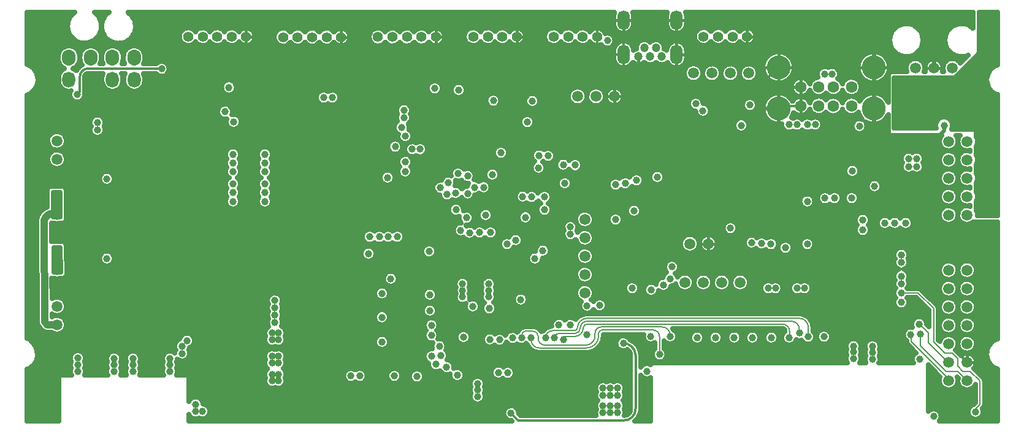
<source format=gbr>
G04 DipTrace 4.1.2.0*
G04 2_Layer_GND.gbr*
%MOIN*%
G04 #@! TF.FileFunction,Copper,L2,Inr*
G04 #@! TF.Part,Single*
G04 #@! TA.AperFunction,CopperBalancing*
%ADD16C,0.012992*%
G04 #@! TA.AperFunction,Conductor*
%ADD17C,0.023622*%
%ADD18C,0.007874*%
G04 #@! TA.AperFunction,ViaPad*
%ADD19C,0.03937*%
G04 #@! TA.AperFunction,CopperBalancing*
%ADD24C,0.015748*%
%ADD25C,0.019685*%
%ADD37C,0.025*%
G04 #@! TA.AperFunction,ComponentPad*
%ADD46C,0.059055*%
%ADD51C,0.062992*%
%ADD52C,0.129921*%
%ADD64C,0.047244*%
%ADD65O,0.066929X0.106299*%
%ADD66C,0.055118*%
%ADD75O,0.074803X0.086614*%
%ADD76O,0.070866X0.086614*%
G04 #@! TA.AperFunction,ViaPad*
%ADD81C,0.04*%
%FSLAX26Y26*%
G04*
G70*
G90*
G75*
G01*
G04 Inner1*
%LPD*%
X4885827Y501969D2*
D18*
Y438976D1*
X5025591Y299213D1*
X5091339D1*
X5140551Y250000D1*
X2897638Y482283D2*
Y484252D1*
X4228346Y507874D2*
Y529528D1*
G03X4185039Y572835I-43305J2D01*
G01*
X3074803D1*
G03X3037402Y535433I-2J-37400D01*
G01*
G02X3007874Y505906I-29527J0D01*
G01*
X2919291D1*
G03X2897638Y484252I1J-21655D01*
G01*
X4834646Y500000D2*
X4836614Y501969D1*
Y462598D1*
X5040551Y258661D1*
Y250000D1*
X4276378Y488189D2*
X4277559Y489370D1*
Y539370D1*
G03X4228346Y588583I-49210J2D01*
G01*
X3074803D1*
G03X3021654Y535433I-1J-53149D01*
G01*
G02X3007874Y521654I-13778J-2D01*
G01*
X2887795D1*
G03X2848425Y482283I1J-39371D01*
G01*
X4960236Y1950787D2*
D17*
Y2192913D1*
X4633858D1*
Y1586614D1*
X4744094D1*
X4632677D1*
X4312992D1*
X4115354D1*
X4071385D1*
X4019685D1*
X3899606D1*
X3708661D1*
X3662656D1*
X3561024D1*
X3543307D1*
X3393701D1*
X3354331D1*
X3287402D1*
X3223622D1*
X3094545D1*
X3061024D1*
X2906253D1*
X2827887D1*
X2765748D1*
X2669291D1*
X2612205D1*
X2348425D1*
X2326772D1*
X2318042D1*
X2281496D1*
Y1783465D1*
X2082677D1*
X1879921D1*
Y1586614D1*
X1761811D1*
X1708378D1*
X1637795D1*
X1633858D1*
X1240157D1*
X1168299D1*
X870079D1*
X789370D1*
X712598D1*
X673228D1*
X590551D1*
X515748D1*
X458661D1*
X438976Y1566929D1*
X356299D1*
Y1744094D1*
X375984Y1763780D1*
Y1887795D1*
X2787402Y1108268D2*
D16*
X2812992D1*
X2822835Y1098425D1*
X2906253D1*
Y1358268D1*
Y1586614D1*
X4744094D2*
D17*
Y1366142D1*
Y1291339D1*
X4945276D1*
Y1050000D1*
Y988189D1*
X4728346D1*
Y683071D1*
Y618110D1*
X4661417D1*
X4590091D1*
X4425197D1*
Y437008D1*
X4115354Y1586614D2*
D16*
Y897638D1*
Y858268D1*
X3980315D1*
Y759843D1*
X3492126Y1055118D2*
Y1062992D1*
X3518909Y1089776D1*
X3543307D1*
Y1134152D1*
Y1335005D1*
Y1385827D1*
Y1425197D1*
Y1586614D1*
X3702756Y1159449D2*
Y1161417D1*
X3515748D1*
X3669291Y1425197D2*
D3*
X4625984Y893701D2*
X4653543Y866142D1*
X5040551Y1050000D2*
X5140551D1*
X5040551Y950000D2*
X5091777D1*
X5140551D1*
X405512Y334646D2*
D18*
Y370079D1*
Y299213D2*
Y334646D1*
X704724Y299213D2*
Y334646D1*
Y370079D1*
X590551Y1539370D2*
D16*
Y1586614D1*
X1879921D2*
Y1340551D1*
X2089315Y1131157D1*
Y964747D1*
Y801181D1*
Y543307D1*
Y366142D1*
Y317694D1*
Y278291D1*
X2086614Y275591D1*
X4960236Y1950787D2*
X4985827D1*
X1633858Y1527559D2*
D18*
Y1586614D1*
X1637795Y1625984D2*
Y1586614D1*
X1761811D2*
D16*
Y1820866D1*
Y2033465D1*
X1737102Y2058173D1*
Y2117810D1*
X1879921Y1529528D2*
D18*
Y1586614D1*
X2827887D2*
Y2113058D1*
X2826772Y2114173D1*
Y2120079D1*
X3094545Y1586614D2*
D16*
Y1620135D1*
X3131890Y1657480D1*
X4071385Y1586614D2*
Y1641214D1*
X4070866Y1641732D1*
X4115354Y1729528D2*
Y1586614D1*
Y1729528D2*
Y1846457D1*
Y1953150D1*
X4236220Y1743307D2*
X4129134D1*
X4115354Y1729528D1*
X4236220Y1846457D2*
X4115354D1*
X4067717Y1905512D2*
X4115354Y1953150D1*
X4632677Y1729528D2*
Y1586614D1*
X2089315Y317694D2*
X1943678D1*
X1901575Y275591D1*
X2089315Y317694D2*
X2166558D1*
X2212598Y271654D1*
X2015748Y366142D2*
X2089315D1*
X1992126Y543307D2*
X2089315D1*
X2222441Y801181D2*
X2089315D1*
X704724Y370079D2*
D17*
Y452756D1*
X405512D1*
X356299D1*
Y620371D1*
Y753937D1*
Y960630D1*
Y1053937D1*
Y1163678D1*
Y1353937D1*
Y1566929D1*
X192913Y453937D2*
D16*
X350814D1*
X356299Y452756D1*
X405512Y370079D2*
Y452756D1*
X625437Y620371D2*
X356299D1*
X192913Y753937D2*
X356299D1*
X192913Y1053937D2*
X356299D1*
Y960630D2*
X417323D1*
X501969D1*
X586614D1*
X667323D1*
X755906D1*
X791339D1*
X850394D1*
Y992126D1*
X755906D2*
Y960630D1*
X667323Y992126D2*
Y960630D1*
X586614Y992126D2*
Y960630D1*
X501969Y992126D2*
Y960630D1*
X417323Y992126D2*
Y960630D1*
X192913Y1353937D2*
X356299D1*
X625437Y1163678D2*
X356299D1*
X437008Y1535433D2*
X438976Y1566929D1*
X515748Y1539370D2*
Y1586614D1*
X673228Y1543307D2*
Y1586614D1*
X789370Y1541339D2*
Y1586614D1*
X4724409Y437008D2*
X4728346D1*
Y618110D1*
X4594488Y683071D2*
Y622508D1*
X4590091Y618110D1*
X4661417D2*
Y683071D1*
X4728346D2*
D3*
X5040551Y950000D2*
X4982283Y988189D1*
X4945276D1*
X5040551Y1050000D2*
X4945276D1*
X3543307Y1089776D2*
X3644476D1*
X3679134Y1055118D1*
X3543307Y1134152D2*
X3506199D1*
X3427165Y1055118D1*
X3594488Y1385827D2*
X3543307D1*
X3669291Y1425197D2*
Y1579979D1*
X3662656Y1586614D1*
X3594488Y1425197D2*
X3543307D1*
X3708661D2*
Y1586614D1*
X3543307Y1335005D2*
X3653903D1*
X3696850Y1377953D1*
X4019685Y1372047D2*
Y1586614D1*
X4159449Y858268D2*
X4115354D1*
X4159449Y897638D2*
X4115354D1*
X4338583Y1181102D2*
X4312992Y1206693D1*
Y1586614D1*
X4685039Y1291339D2*
X4744094D1*
X4842520Y1366142D2*
X4744094D1*
X4728346Y988189D2*
X4627953D1*
Y891732D1*
X4653543Y866142D1*
X625437Y620371D2*
X675442D1*
X625437D2*
Y670377D1*
X675442Y620371D2*
Y670377D1*
X625437Y620371D2*
Y570366D1*
X675442Y620371D2*
Y570366D1*
X625437Y1163678D2*
X675442D1*
X625437D2*
Y1213684D1*
X675442Y1163678D2*
Y1213684D1*
X625437Y1163678D2*
Y1113673D1*
X675442Y1163678D2*
Y1113673D1*
X4338583Y1181102D2*
Y1125984D1*
Y1066929D1*
Y1011811D1*
Y1181102D2*
X4393701D1*
X4452756D1*
X4507874D1*
X4393701D2*
Y1125984D1*
Y1066929D1*
Y1011811D1*
X4452756Y1181102D2*
Y1125984D1*
Y1066929D1*
Y1011811D1*
X4507874Y1181102D2*
Y1125984D1*
Y1066929D1*
Y1011811D1*
X4724409Y437008D2*
Y401575D1*
Y366142D1*
X4425197Y437008D2*
Y401575D1*
Y366142D1*
X405512Y370079D2*
Y334646D1*
Y299213D1*
X704724Y370079D2*
Y334646D1*
Y299213D1*
X1708378Y1586614D2*
Y1476378D1*
Y1196850D1*
Y960630D1*
Y617827D1*
X1645669Y555118D1*
Y960630D2*
D18*
X1708378D1*
X1633858Y1196850D2*
X1708378D1*
X1633858Y1476378D2*
X1708378D1*
X3679134Y1055118D2*
D16*
Y1059055D1*
X3733858D1*
Y994094D1*
X712598Y2196850D2*
D18*
Y2125984D1*
Y2027559D1*
X807087D1*
Y1968504D1*
X809055D1*
Y1864173D1*
X712598D1*
Y1586614D1*
X767717Y2194882D2*
Y2141732D1*
X751969Y2125984D1*
X712598D1*
X3757874Y742126D2*
D16*
Y916079D1*
X3733858D1*
Y994094D1*
X2582677Y1834646D2*
X2584646D1*
X2612205Y1807087D1*
Y1586614D1*
X2326772Y1818898D2*
Y1586614D1*
X5140551Y950000D2*
X5187795D1*
X5204724Y933071D1*
Y500000D1*
Y356299D1*
X5198819Y350394D1*
X5140945D1*
X5140551Y350000D1*
X2252850Y2118110D2*
D18*
X2297244D1*
Y1783465D1*
X2281496D1*
X3223622Y1795276D2*
Y1586614D1*
X4724409Y437008D2*
D3*
X4744094Y1586614D2*
D25*
X4992126D1*
X5015748Y1610236D1*
Y1637795D1*
X1149606Y1539370D2*
D16*
Y1567921D1*
X1168299Y1586614D1*
X850394Y862205D2*
X791339D1*
Y895669D1*
Y929134D1*
Y960630D1*
X850394Y895669D2*
X791339D1*
X850394Y929134D2*
X791339D1*
X850394Y1407480D2*
X870079D1*
Y1440945D1*
Y1472441D1*
Y1586614D1*
X850394Y1407480D2*
Y1440945D1*
Y1472441D1*
Y1440945D2*
X870079D1*
X850394Y1472441D2*
X870079D1*
X2082677Y1818898D2*
Y1783465D1*
X1221354Y2120093D2*
Y2064584D1*
X1240157D1*
Y1812992D1*
Y1586614D1*
Y2064584D2*
X1288993D1*
X1342520Y2118110D1*
X1322835Y1812992D2*
X1240157D1*
X1322835D2*
X1358268D1*
X1830709Y1820866D2*
X1761811D1*
X2015748Y1724409D2*
X2017717D1*
Y1783465D1*
X2082677D1*
X2151575D1*
X2153543Y1785433D1*
Y1818898D1*
X2812992Y275591D2*
X2858268D1*
X2903543D1*
Y273622D1*
X2812992Y275591D2*
Y320866D1*
X2858268D1*
X2903543D1*
Y318898D1*
X2812992Y275591D2*
Y230315D1*
X2858268D1*
X2903543D1*
X3061024Y1425197D2*
Y1586614D1*
Y1425197D2*
Y1391732D1*
X3102362Y1350394D1*
X2906253Y1098425D2*
Y974409D1*
Y875984D1*
Y775591D1*
Y744094D1*
Y685781D1*
X2854184Y633711D1*
X2795276Y574803D1*
X2578740D1*
X2509843Y505906D1*
Y409451D1*
X2517717D1*
Y326772D1*
Y409451D2*
X2724407D1*
X2812992Y320866D1*
X2509843Y409451D2*
X2494097D1*
X2405512Y320866D1*
X3273622Y301181D2*
Y273622D1*
X2903543D1*
X3017717Y775591D2*
X2906253D1*
X2691827Y2120079D2*
Y1800094D1*
X2669291Y1777559D1*
Y1586614D1*
X3128835Y2120079D2*
Y2040457D1*
X3287402Y1881890D1*
Y1586614D1*
X3899606Y1192913D2*
Y1586614D1*
X3561024Y2023622D2*
Y1586614D1*
X3273622Y2023622D2*
Y2210630D1*
X3561024D1*
Y2023622D2*
Y2210630D1*
X3354331Y2011811D2*
Y1586614D1*
X2765748Y1488189D2*
Y1586614D1*
X2816929Y1358268D2*
X2906253D1*
X2818898Y669291D2*
Y668997D1*
X2854184Y633711D1*
X2273622Y1222441D2*
X2267717D1*
X2212598Y1277559D1*
Y1481171D1*
X2318042Y1586614D1*
X2718504Y744094D2*
D18*
X2769685D1*
X2906253D1*
X2769685Y683071D2*
Y744094D1*
X2718504D2*
D16*
Y777559D1*
X2700787Y795276D1*
X3393701Y1173228D2*
D18*
Y1586614D1*
X2348425Y1606299D2*
Y1586614D1*
X3102362Y974409D2*
D16*
X2906253D1*
X3017717Y775591D2*
X3108268D1*
X3131890Y799213D1*
Y852362D1*
X3108268Y875984D1*
X2906253D1*
X5091777Y950000D2*
Y398774D1*
X5140551Y350000D1*
X5204724Y500000D2*
X4990157D1*
Y596457D1*
X5204724D1*
Y698819D1*
X4990157D1*
Y797244D1*
X5204724D1*
Y897638D1*
X4982283D1*
Y988189D1*
X5140551Y1050000D2*
X5127165D1*
X5090551Y1086614D1*
Y1100000D1*
X5040551Y1050000D1*
X2064961Y968504D2*
X2085558D1*
X2089315Y964747D1*
X3468504Y391732D2*
D18*
Y488189D1*
G03X3431102Y525591I-37400J2D01*
G01*
X3155512D1*
G03X3137795Y507874I0J-17716D01*
G01*
Y494094D1*
G02X3070866Y427165I-66931J2D01*
G01*
X2814961D1*
G02X2769685Y472441I1J45276D01*
G01*
Y482283D1*
X2718504D2*
Y468504D1*
X3525591Y490157D2*
Y498031D1*
G03X3482283Y541339I-43305J2D01*
G01*
X3151575D1*
G03X3118110Y507874I1J-33466D01*
G01*
Y494094D1*
G02X3066929Y442913I-51182J1D01*
G01*
X2844488D1*
G02X2809055Y478346I-1J35433D01*
G01*
Y490157D1*
G03X2779528Y519685I-29527J0D01*
G01*
X2742126D1*
G03X2718504Y496063I0J-23622D01*
G01*
Y482283D1*
X4879921Y557087D2*
Y547239D1*
X4886814Y554131D1*
X4931102Y509843D1*
Y456693D1*
X5037795Y350000D1*
X5040551D1*
X4174016Y484252D2*
X4175197Y485433D1*
Y517717D1*
G03X4135827Y557087I-39371J-1D01*
G01*
X3074803D1*
G03X3053150Y535433I1J-21655D01*
G01*
G02X3007874Y490157I-45276J1D01*
G01*
X2944882D1*
Y474409D1*
X4783465Y726378D2*
X4874016D1*
X4958661Y641732D1*
Y460630D1*
X5019685Y399606D1*
X5059055D1*
X5090551Y368110D1*
Y328740D1*
X5118110Y301181D1*
X5157480D1*
X5210630Y248031D1*
Y120079D1*
X5187008Y96457D1*
Y80709D1*
X503937Y370079D2*
Y334646D1*
Y299213D1*
X192913Y553937D2*
D19*
X138976D1*
X125984Y570866D1*
X122047Y1106299D1*
G02X157480Y1157480I50619J2812D01*
G01*
X189370D1*
X192913Y1153937D1*
X606299Y370079D2*
D16*
Y334646D1*
Y299213D1*
X761811Y1944882D2*
X757874Y1946850D1*
X761811Y1944882D2*
X759843Y1946850D1*
X362205D1*
G03X316929Y1901575I1J-45276D01*
G01*
Y1818898D1*
X303150Y1805118D1*
X2661417Y72835D2*
X2700787Y33465D1*
X3272226D1*
X3269685D1*
X3271654Y452756D2*
G02X3338583Y385827I-2J-66931D01*
G01*
Y97853D1*
G02X3272226Y33465I-63115J-1343D01*
G01*
X307087Y372047D2*
D18*
Y334646D1*
D16*
Y299213D1*
X807087Y370079D2*
Y334646D1*
Y299213D1*
D19*
X3102362Y1350394D3*
D3*
X2543307Y641732D3*
X712598Y2196850D3*
X767717Y2194882D3*
X2826772Y2120079D3*
X1342520Y2118110D3*
X3185039Y2098425D3*
X761811Y1944882D3*
X4366142Y1917323D3*
X4405512D3*
X1127953Y1844488D3*
X2246063Y1838583D3*
X2582677Y1834646D3*
X2375984Y1830709D3*
X1830709Y1820866D3*
X2082677Y1818898D3*
X2153543D3*
X2326772D3*
X1322835Y1812992D3*
X1358268D3*
X1643701Y1789370D3*
X1690945D3*
X2564961Y1771654D3*
X303150Y1805118D3*
X2777559Y1769685D3*
X4767717Y1759843D3*
X4818898D3*
X4870079D3*
X4921260D3*
X3665354Y1755906D3*
X3960630Y1748031D3*
X2015748Y1724409D3*
X2078740Y1720472D3*
X3704724Y1716535D3*
X413386Y1653543D3*
X1106299Y1712598D3*
X4767717Y1704724D3*
X4818898D3*
X4870079D3*
X4921260D3*
X2078740Y1679134D3*
X413386Y1614173D3*
X1153543Y1657480D3*
X3131890D3*
X2750000Y1655512D3*
X4767717Y1649606D3*
X4818898D3*
X4870079D3*
X4921260D3*
X4070866Y1641732D3*
X4173228D3*
X4216535D3*
X4271654D3*
X4314961D3*
X3913386Y1637795D3*
X5015748D3*
X4555118Y1633858D3*
X1637795Y1625984D3*
X2066929D3*
X2348425Y1606299D3*
X2086614Y1578740D3*
D81*
X673228Y1543307D3*
X789370Y1541339D3*
X515748Y1539370D3*
D19*
X1149606D3*
D81*
X437008Y1535433D3*
D19*
X1879921Y1529528D3*
X1921260D3*
X1633858Y1527559D3*
X2031496Y1521654D3*
X2124016Y1507874D3*
X2167323D3*
X2606299Y1488189D3*
X2765748D3*
X1150591Y1480315D3*
X1323819D3*
X1633858Y1476378D3*
X2812992Y1474409D3*
D81*
X850394Y1472441D3*
D19*
X2862205D3*
X4822835Y1456693D3*
X4866142D3*
D81*
X850394Y1440945D3*
D19*
X2086614Y1438976D3*
X1150591Y1433071D3*
X1323819D3*
X3061024Y1425197D3*
X3594488D3*
X3669291D3*
X3708661D3*
X2944882Y1423228D3*
X3009843Y1421260D3*
X4822835Y1413386D3*
X4866142D3*
D81*
X850394Y1407480D3*
D19*
X2811024D3*
X4572835Y1124016D3*
X4515748Y1389764D3*
X2086614Y1387795D3*
X1150591Y1385827D3*
X1323819D3*
X3594488D3*
X3696850Y1377953D3*
X2374016Y1375984D3*
X4019685Y1372047D3*
X2559055Y1370079D3*
X4842520Y1366142D3*
X2425197Y1362205D3*
X2816929Y1358268D3*
X3456693Y1356299D3*
X1990157Y1354331D3*
X464567Y1346457D3*
X3342520Y1338583D3*
X2952756Y1322835D3*
X3281496D3*
X2277559Y1299213D3*
X1150591Y1318898D3*
X1323819D3*
X2320866Y1326772D3*
X3230315Y1314961D3*
X4637795Y1307087D3*
X2462598Y1301181D3*
X2511811D3*
X4685039Y1291339D3*
X1150591Y1271654D3*
X1323819D3*
X2360236Y1269685D3*
X2425197Y1267717D3*
X2312992Y1261811D3*
X2724409Y1250000D3*
X2773622Y1248031D3*
X2842520D3*
X4513780Y1242126D3*
X1150591Y1224409D3*
X1323819D3*
X4271654D3*
X2273622Y1222441D3*
D81*
X625437Y1213684D3*
X675442D3*
D19*
X192913Y1204724D3*
X1633858Y1196850D3*
X4338583Y1181102D3*
X4393701D3*
X4452756D3*
X4507874D3*
X2362205Y1179134D3*
X2842520D3*
X3330709Y1173228D3*
X3393701D3*
D81*
X625437Y1163678D3*
X675442D3*
D19*
X3515748Y1161417D3*
X2523622Y1149606D3*
X2740157Y1137795D3*
X2419291Y1135827D3*
X3230315Y1125984D3*
X4338583D3*
X4393701D3*
X4452756D3*
X4507874D3*
D81*
X625437Y1113673D3*
X675442D3*
D19*
X2787402Y1108268D3*
X4692913Y1106299D3*
X4748031D3*
X4807087D3*
X2984252Y1084646D3*
X3854331Y1078740D3*
X2387795Y1066929D3*
X4338583D3*
X4393701D3*
X4452756D3*
X4507874D3*
X2490157Y1055118D3*
X2549213D3*
X3427165D3*
X3492126D3*
X3679134D3*
X2435039Y1053150D3*
X2984252Y1045276D3*
X1893701Y1031496D3*
X1944882D3*
X1992126D3*
X2043307D3*
X2687008Y1013780D3*
X4338583Y1011811D3*
X4393701D3*
X4452756D3*
X4507874D3*
X3968504Y1000000D3*
X4023622Y996063D3*
X417323Y992126D3*
X501969D3*
X586614D3*
X667323D3*
X755906D3*
X850394D3*
X2639764D3*
X4074803D3*
X4271654D3*
X3102362Y974409D3*
X4153543Y972441D3*
X1645669Y960630D3*
X2834646Y956693D3*
X2216535Y952756D3*
X1885827Y940945D3*
X4783465Y933071D3*
X850394Y929134D3*
X464567Y913386D3*
X2791339D3*
X192913Y903543D3*
X4159449Y897638D3*
X850394Y895669D3*
X4625984Y893701D3*
X4783465D3*
X3535433Y868110D3*
X4653543Y866142D3*
X850394Y862205D3*
X4159449Y858268D3*
X2007874Y803150D3*
X3525591D3*
X3980315D3*
X2222441Y801181D3*
X4783465Y816929D3*
X2647638Y795276D3*
X2700787D3*
X2397638Y775591D3*
X2539370D3*
X3017717D3*
X3490157Y769685D3*
X3980315Y759843D3*
X4783465Y777559D3*
X3318898Y751969D3*
X4059055D3*
X4098425D3*
X4216535D3*
X4255906D3*
X2718504Y744094D3*
X3423228D3*
X3757874Y742126D3*
X2397638Y740157D3*
X2539370D3*
X1960630Y724409D3*
X2220472Y716535D3*
X2397638Y704724D3*
X2539370D3*
X2714567Y690945D3*
X1377953Y685039D3*
X2769685Y683071D3*
X4594488D3*
X4661417D3*
X4728346D3*
D81*
X625437Y670377D3*
X675442D3*
D19*
X2818898Y669291D3*
X3143701Y659449D3*
X3074803Y657480D3*
X2452756Y653543D3*
X1377953Y645669D3*
X2220472Y629921D3*
D81*
X625437Y620371D3*
X675442D3*
D19*
X1377953Y606299D3*
X1960630Y594488D3*
D81*
X625437Y570366D3*
X675442D3*
D19*
X1377953Y566929D3*
X2921260Y553150D3*
X2984252D3*
X1645669Y555118D3*
X4879921Y557087D3*
X2228346Y551181D3*
X1992126Y543307D3*
X1362205Y507874D3*
X1397638D3*
X4228346D3*
X4834646Y500000D3*
X4885827Y501969D3*
X3074803Y498031D3*
X2228346Y496063D3*
X3421260Y490157D3*
X3525591D3*
X4276378Y488189D3*
X4362205D3*
X2403543Y486220D3*
X3674016Y484252D3*
X3772441D3*
X3874803D3*
X3973228D3*
X4075591D3*
X4174016D3*
X2669291Y482283D3*
X2718504D3*
X2769685D3*
X2848425D3*
X2897638D3*
X2545276Y474409D3*
X2944882D3*
X1362205Y472441D3*
X1397638D3*
X2598425D3*
X899606Y466535D3*
X1960630Y460630D3*
X3271654Y452756D3*
X874016Y437008D3*
X2271654D3*
X4425197D3*
X4523622D3*
X4625984D3*
X4724409D3*
X4883858Y366142D3*
X4523622Y405512D3*
X4425197Y401575D3*
X4625984D3*
X4724409D3*
X874016Y397638D3*
X2279528Y385827D3*
X3468504Y391732D3*
X1362205Y381890D3*
X1397638D3*
X2228346D3*
X307087Y372047D3*
X405512Y370079D3*
X503937D3*
X606299D3*
X704724D3*
X807087D3*
X4523622D3*
X2015748Y366142D3*
X4425197D3*
X4625984D3*
X4724409D3*
X1362205Y346457D3*
X1397638D3*
X2253937Y338583D3*
X307087Y334646D3*
X405512D3*
X503937D3*
X606299D3*
X704724D3*
X807087D3*
X2517717Y326772D3*
X2311024Y322835D3*
X2405512Y320866D3*
X2812992D3*
X2858268D3*
X2903543Y318898D3*
X3273622Y301181D3*
X3399606D3*
X307087Y299213D3*
X405512D3*
X503937D3*
X606299D3*
X704724D3*
X807087D3*
X2592520Y293307D3*
X2643701Y291339D3*
X2517717Y289370D3*
X1362205Y283465D3*
X1397638D3*
X2370079Y279528D3*
X1791339Y275591D3*
X1838583D3*
X1901575D3*
X2027559D3*
X2086614D3*
X2812992D3*
X2858268D3*
X2903543Y273622D3*
X2149606Y271654D3*
X2212598D3*
X3273622Y255906D3*
X1362205Y248031D3*
X1397638D3*
X2480315Y232283D3*
X2812992Y230315D3*
X2858268D3*
X2903543D3*
X3161417Y208661D3*
X3200787D3*
X3240157D3*
X2480315Y198819D3*
X5011811Y161417D3*
X3161417Y169291D3*
X3200787D3*
X3240157D3*
X2480315Y163386D3*
X946850Y120079D3*
X3161417Y114173D3*
X3200787D3*
X3240157D3*
X946850Y82677D3*
X984252D3*
X3161417Y74803D3*
X3200787D3*
X3240157D3*
X2661417Y72835D3*
X4958661Y55118D3*
X2064961Y968504D3*
Y927165D3*
X2336614Y1645669D3*
X4572835Y1068898D3*
X5187008Y80709D3*
X4783465Y726378D3*
Y675197D3*
X4419291Y1242126D3*
X4368110D3*
D81*
X673228Y1543307D3*
X515748Y1539370D3*
X437008Y1535433D3*
D19*
X3669291Y1425197D3*
X3899606Y1192913D3*
X3702756Y1159449D3*
X4338583Y1125984D3*
D81*
X395669Y1826772D3*
X379921Y1724409D3*
X30757Y2226411D2*
D37*
X262736D1*
X422289D2*
X448544D1*
X606573D2*
X3217027D1*
X3330218D2*
X3504424D1*
X3617633D2*
X5169773D1*
X30757Y2201542D2*
X251684D1*
X618056D2*
X3217027D1*
X3330218D2*
X3504424D1*
X3617633D2*
X5169773D1*
X30757Y2176673D2*
X248382D1*
X621698D2*
X3218929D1*
X3328298D2*
X3506344D1*
X3615713D2*
X4760227D1*
X4860248D2*
X5060219D1*
X5160258D2*
X5169773D1*
X30757Y2151804D2*
X251971D1*
X618450D2*
X867600D1*
X1260149D2*
X1385481D1*
X1773760D2*
X1900921D1*
X2289810D2*
X2416828D1*
X2730611D2*
X2853826D1*
X3167609D2*
X3233767D1*
X3313478D2*
X3521182D1*
X3600875D2*
X3667948D1*
X3983418D2*
X4734157D1*
X4886318D2*
X5034167D1*
X30757Y2126936D2*
X263382D1*
X421661D2*
X447665D1*
X607452D2*
X856189D1*
X1271560D2*
X1372311D1*
X1786929D2*
X1888003D1*
X2302728D2*
X2405399D1*
X2742041D2*
X2842414D1*
X3216053D2*
X3657237D1*
X3994130D2*
X4722100D1*
X4898375D2*
X5022110D1*
X30757Y2102067D2*
X287514D1*
X397529D2*
X470900D1*
X584217D2*
X859203D1*
X1268546D2*
X1374087D1*
X1785153D2*
X1889940D1*
X2300791D2*
X2408395D1*
X2739026D2*
X2845411D1*
X3227697D2*
X3372890D1*
X3398757D2*
X3435885D1*
X3461752D2*
X3660789D1*
X3990595D2*
X4718206D1*
X4902269D2*
X5018216D1*
X30757Y2077198D2*
X881918D1*
X930876D2*
X960666D1*
X1009606D2*
X1039396D1*
X1088354D2*
X1118143D1*
X1167084D2*
X1196873D1*
X1245831D2*
X1393698D1*
X1450587D2*
X1472428D1*
X1529334D2*
X1551176D1*
X1608082D2*
X1629906D1*
X1686812D2*
X1708654D1*
X1765560D2*
X1909910D1*
X1965866D2*
X1988658D1*
X2044613D2*
X2067388D1*
X2123343D2*
X2146136D1*
X2202091D2*
X2224883D1*
X2280821D2*
X2431110D1*
X2480104D2*
X2511060D1*
X2560054D2*
X2588588D1*
X2637582D2*
X2667318D1*
X2716330D2*
X2868108D1*
X2917119D2*
X2948075D1*
X2997069D2*
X3025585D1*
X3074597D2*
X3104333D1*
X3318287D2*
X3342963D1*
X3491679D2*
X3516355D1*
X3605701D2*
X3685101D1*
X3730040D2*
X3765069D1*
X3809990D2*
X3842596D1*
X3887518D2*
X3921326D1*
X3966265D2*
X4721364D1*
X4899111D2*
X5021374D1*
X30757Y2052329D2*
X213826D1*
X301934D2*
X331939D1*
X420029D2*
X450034D1*
X538141D2*
X568146D1*
X656254D2*
X3217781D1*
X3616861D2*
X4732452D1*
X4888023D2*
X5032444D1*
X30757Y2027461D2*
X199490D1*
X670590D2*
X3217027D1*
X3617633D2*
X4070371D1*
X4160345D2*
X4587696D1*
X4677651D2*
X4756351D1*
X4864106D2*
X5056361D1*
X30757Y2002592D2*
X197337D1*
X672743D2*
X3217045D1*
X3617615D2*
X4042974D1*
X4187725D2*
X4560298D1*
X4705049D2*
X5128381D1*
X30757Y1977723D2*
X201787D1*
X668293D2*
X735923D1*
X787698D2*
X3223792D1*
X3610851D2*
X4030863D1*
X4199854D2*
X4548187D1*
X4717178D2*
X4815417D1*
X4905050D2*
X4915426D1*
X5005059D2*
X5015417D1*
X59518Y1952854D2*
X221523D1*
X294219D2*
X308578D1*
X803828D2*
X3253306D1*
X3293939D2*
X3540703D1*
X3581336D2*
X3611682D1*
X3694622D2*
X3711691D1*
X3794613D2*
X3811682D1*
X3894623D2*
X3911691D1*
X3994614D2*
X4027256D1*
X4203460D2*
X4344580D1*
X4427072D2*
X4544581D1*
X4720766D2*
X4807612D1*
X79649Y1927986D2*
X209556D1*
X800921D2*
X3600934D1*
X4005361D2*
X4031042D1*
X4199674D2*
X4324754D1*
X4446898D2*
X4548367D1*
X88172Y1903117D2*
X199795D1*
X346717D2*
X436021D1*
X670285D2*
X3603877D1*
X4002419D2*
X4043404D1*
X4187312D2*
X4325903D1*
X4445750D2*
X4560729D1*
X90809Y1878248D2*
X199329D1*
X346556D2*
X435554D1*
X670751D2*
X1103413D1*
X1152497D2*
X2236313D1*
X2255810D2*
X3624833D1*
X3681471D2*
X3724842D1*
X3781462D2*
X3824834D1*
X3881471D2*
X3924843D1*
X3981462D2*
X4071430D1*
X4159286D2*
X4192395D1*
X4280037D2*
X4290826D1*
X4457197D2*
X4467986D1*
X4555627D2*
X4588736D1*
X4676611D2*
X4709146D1*
X85014Y1853379D2*
X205985D1*
X346556D2*
X442211D1*
X545982D2*
X560324D1*
X664095D2*
X1086117D1*
X1169775D2*
X2206062D1*
X2286078D2*
X2340143D1*
X2411834D2*
X4182043D1*
X4565980D2*
X4709146D1*
X69153Y1828510D2*
X232988D1*
X346556D2*
X469214D1*
X518979D2*
X587327D1*
X637074D2*
X1088431D1*
X1167478D2*
X1631521D1*
X1655880D2*
X1678762D1*
X1703140D2*
X2204519D1*
X2287603D2*
X2333218D1*
X2418742D2*
X2983547D1*
X3063688D2*
X3083538D1*
X3163698D2*
X3183547D1*
X3263689D2*
X4184770D1*
X4563253D2*
X4709146D1*
X30757Y1803642D2*
X260350D1*
X345946D2*
X1603495D1*
X1731165D2*
X2223448D1*
X2268692D2*
X2343606D1*
X2408371D2*
X2537919D1*
X2592009D2*
X2753314D1*
X2801806D2*
X2971669D1*
X3275585D2*
X4070030D1*
X4160686D2*
X4203968D1*
X4268464D2*
X4302398D1*
X4366894D2*
X4381146D1*
X4445624D2*
X4479559D1*
X4544055D2*
X4587355D1*
X4678010D2*
X4709146D1*
X30757Y1778773D2*
X270128D1*
X336167D2*
X1602293D1*
X1732349D2*
X2522776D1*
X2607152D2*
X2735767D1*
X2819335D2*
X2973751D1*
X3273485D2*
X3629642D1*
X3701063D2*
X3932038D1*
X3989213D2*
X4042848D1*
X4187868D2*
X4195517D1*
X4276933D2*
X4293930D1*
X4454093D2*
X4471108D1*
X4552523D2*
X4560173D1*
X30757Y1753904D2*
X1622011D1*
X1712631D2*
X2053698D1*
X2103786D2*
X2526257D1*
X2603671D2*
X2737956D1*
X2817164D2*
X2992751D1*
X3054484D2*
X3092760D1*
X3154493D2*
X3192752D1*
X3254485D2*
X3622590D1*
X3722379D2*
X3918240D1*
X4003029D2*
X4030809D1*
X30757Y1729035D2*
X1066973D1*
X1145625D2*
X2036832D1*
X2120634D2*
X3632800D1*
X3745560D2*
X3922564D1*
X3998705D2*
X4027256D1*
X30757Y1704167D2*
X1064371D1*
X1148226D2*
X2039362D1*
X2118122D2*
X3663839D1*
X3745596D2*
X4031096D1*
X4273165D2*
X4297716D1*
X4450325D2*
X4474876D1*
X30757Y1679298D2*
X379862D1*
X446906D2*
X1081057D1*
X1189960D2*
X2035917D1*
X2121567D2*
X2714936D1*
X2785066D2*
X3686751D1*
X3722684D2*
X4043548D1*
X4190380D2*
X4199393D1*
X4233692D2*
X4254511D1*
X4288810D2*
X4297805D1*
X4332105D2*
X4560872D1*
X30757Y1654429D2*
X370568D1*
X456200D2*
X1110841D1*
X1196257D2*
X2035846D1*
X2113098D2*
X2707185D1*
X2792799D2*
X3874157D1*
X3952611D2*
X4071789D1*
X4355734D2*
X4517937D1*
X4676252D2*
X4709146D1*
X30757Y1629560D2*
X373618D1*
X453150D2*
X1121947D1*
X1185133D2*
X2024273D1*
X2109600D2*
X2716640D1*
X2783361D2*
X3871411D1*
X3955357D2*
X4132289D1*
X4355896D2*
X4512518D1*
X4597702D2*
X4709146D1*
X30757Y1604692D2*
X371699D1*
X455070D2*
X2030194D1*
X2119970D2*
X3887864D1*
X3938904D2*
X4154789D1*
X4234966D2*
X4253219D1*
X4333397D2*
X4524773D1*
X4585465D2*
X4709146D1*
X30757Y1579823D2*
X147440D1*
X238383D2*
X389766D1*
X437002D2*
X2043812D1*
X2129426D2*
X4997708D1*
X5083394D2*
X5097718D1*
X30757Y1554954D2*
X140263D1*
X245560D2*
X2006259D1*
X2121675D2*
X4988127D1*
X30757Y1530085D2*
X146274D1*
X239549D2*
X1989573D1*
X2073428D2*
X2087860D1*
X2203473D2*
X4992003D1*
X30757Y1505217D2*
X178462D1*
X207361D2*
X1116385D1*
X1184810D2*
X1289598D1*
X1358023D2*
X1992175D1*
X2070809D2*
X2081275D1*
X2210057D2*
X2567255D1*
X2645351D2*
X2784479D1*
X2888197D2*
X5015453D1*
X5065649D2*
X5115444D1*
X30757Y1480348D2*
X147763D1*
X238060D2*
X1107773D1*
X1193405D2*
X1281004D1*
X1366636D2*
X2092058D1*
X2199292D2*
X2564240D1*
X2648347D2*
X2770610D1*
X2904237D2*
X4787678D1*
X4901300D2*
X4998103D1*
X5082999D2*
X5098112D1*
X30757Y1455479D2*
X140281D1*
X245560D2*
X1114573D1*
X1186605D2*
X1287804D1*
X1359835D2*
X2047329D1*
X2125909D2*
X2580227D1*
X2632378D2*
X2774898D1*
X2901277D2*
X2918184D1*
X2971592D2*
X2986023D1*
X3033671D2*
X4780035D1*
X4908943D2*
X4988181D1*
X30757Y1430610D2*
X146005D1*
X239818D2*
X1107845D1*
X1193333D2*
X1281076D1*
X1366564D2*
X2044673D1*
X2128564D2*
X2775490D1*
X2846553D2*
X2902736D1*
X3051560D2*
X4783875D1*
X4905103D2*
X4991787D1*
X30757Y1405741D2*
X176506D1*
X209335D2*
X1113030D1*
X1188148D2*
X1286261D1*
X1361379D2*
X2048010D1*
X2125227D2*
X2344306D1*
X2403724D2*
X2537740D1*
X2580364D2*
X2768242D1*
X2853802D2*
X2906055D1*
X3049550D2*
X4476221D1*
X4555268D2*
X4780753D1*
X4908225D2*
X5014430D1*
X5066672D2*
X5114440D1*
X30757Y1380873D2*
X441063D1*
X488083D2*
X1108078D1*
X1193100D2*
X1281309D1*
X1366331D2*
X1957295D1*
X2023011D2*
X2044386D1*
X2128834D2*
X2331495D1*
X2463436D2*
X2517698D1*
X2600406D2*
X2778236D1*
X2843826D2*
X3422231D1*
X3491159D2*
X4473925D1*
X4557583D2*
X4796488D1*
X4892490D2*
X4998516D1*
X5082587D2*
X5098507D1*
X30757Y1356004D2*
X422887D1*
X506240D2*
X1120960D1*
X1180235D2*
X1294173D1*
X1353448D2*
X1947373D1*
X2032951D2*
X2059314D1*
X2113924D2*
X2290587D1*
X2467544D2*
X2518775D1*
X2599347D2*
X2927334D1*
X2978176D2*
X3256069D1*
X3381389D2*
X3413870D1*
X3499520D2*
X4491203D1*
X4540287D2*
X4988253D1*
X30757Y1331135D2*
X424771D1*
X504356D2*
X1109675D1*
X1191503D2*
X1282906D1*
X1364734D2*
X1954676D1*
X2025631D2*
X2250433D1*
X2363444D2*
X2397002D1*
X2572003D2*
X2910792D1*
X2994719D2*
X3190886D1*
X3384655D2*
X3422680D1*
X3490692D2*
X4602929D1*
X4672664D2*
X4991572D1*
X30757Y1306266D2*
X458825D1*
X470325D2*
X1109800D1*
X1191377D2*
X1283031D1*
X1364608D2*
X2235362D1*
X2379700D2*
X2410871D1*
X2554312D2*
X2913501D1*
X2992010D2*
X3188446D1*
X3369135D2*
X4594980D1*
X4680612D2*
X5013479D1*
X5067623D2*
X5113471D1*
X30757Y1281398D2*
X138272D1*
X245578D2*
X1108957D1*
X1192220D2*
X1282188D1*
X1365451D2*
X2238878D1*
X2549450D2*
X2696617D1*
X2798755D2*
X2817385D1*
X2867653D2*
X3205473D1*
X3255166D2*
X4356476D1*
X4379759D2*
X4407647D1*
X4430930D2*
X4502130D1*
X4525413D2*
X4604220D1*
X4671372D2*
X4998928D1*
X5082174D2*
X5098920D1*
X30757Y1256529D2*
X138272D1*
X245578D2*
X1110715D1*
X1190462D2*
X1283946D1*
X1363693D2*
X2270510D1*
X2466432D2*
X2682120D1*
X2884429D2*
X4244786D1*
X4298535D2*
X4327948D1*
X4459458D2*
X4473620D1*
X4553941D2*
X4988307D1*
X30757Y1231660D2*
X138272D1*
X245578D2*
X1108419D1*
X1192759D2*
X1281650D1*
X1365990D2*
X2283716D1*
X2376147D2*
X2404645D1*
X2445745D2*
X2685995D1*
X2881863D2*
X4229482D1*
X4313822D2*
X4326674D1*
X4460732D2*
X4472346D1*
X4555215D2*
X4991357D1*
X30757Y1206791D2*
X138272D1*
X245578D2*
X1111828D1*
X1189368D2*
X1285059D1*
X1362581D2*
X2330365D1*
X2394054D2*
X2810675D1*
X2874363D2*
X3305859D1*
X3355552D2*
X4232891D1*
X4310431D2*
X4346195D1*
X4441211D2*
X4491849D1*
X4535712D2*
X5012564D1*
X5068538D2*
X5112574D1*
X30757Y1181923D2*
X115737D1*
X245578D2*
X2319474D1*
X2404927D2*
X2497011D1*
X2550240D2*
X2799802D1*
X2885236D2*
X3288832D1*
X3372580D2*
X4999359D1*
X5081743D2*
X5099350D1*
X30757Y1157054D2*
X92914D1*
X245578D2*
X2325969D1*
X2456079D2*
X2481491D1*
X2565742D2*
X2702233D1*
X2778086D2*
X2806279D1*
X2878759D2*
X3020795D1*
X3105188D2*
X3202118D1*
X3258522D2*
X3291272D1*
X3370139D2*
X4547218D1*
X4598455D2*
X4988378D1*
X30757Y1132185D2*
X82221D1*
X245578D2*
X2376638D1*
X2461947D2*
X2484757D1*
X2562494D2*
X2697729D1*
X2782590D2*
X3010657D1*
X3115326D2*
X3187979D1*
X3272660D2*
X4530855D1*
X4614818D2*
X4659500D1*
X4840494D2*
X4991160D1*
X30757Y1107316D2*
X79242D1*
X233736D2*
X2388282D1*
X2450302D2*
X2711258D1*
X2769061D2*
X2948398D1*
X3111899D2*
X3192070D1*
X3268551D2*
X3823380D1*
X3885275D2*
X4533636D1*
X4612037D2*
X4650098D1*
X4849896D2*
X5011703D1*
X5069399D2*
X5111695D1*
X5169408D2*
X5303890D1*
X30757Y1082448D2*
X79404D1*
X165054D2*
X2348074D1*
X2581351D2*
X2941491D1*
X3027015D2*
X3036279D1*
X3089704D2*
X3811682D1*
X3896973D2*
X4532362D1*
X4613311D2*
X4657903D1*
X4842091D2*
X5303890D1*
X30757Y1057579D2*
X79583D1*
X165233D2*
X1860444D1*
X2076550D2*
X2346064D1*
X2591955D2*
X2943357D1*
X3104776D2*
X3817513D1*
X3891160D2*
X4531627D1*
X4614029D2*
X5303890D1*
X30757Y1032710D2*
X79763D1*
X165412D2*
X1850898D1*
X2086113D2*
X2363971D1*
X2585227D2*
X2648909D1*
X2725103D2*
X2943446D1*
X3115254D2*
X3599338D1*
X3668373D2*
X3699347D1*
X3768382D2*
X3942426D1*
X3994578D2*
X4004309D1*
X4042932D2*
X4552547D1*
X4593126D2*
X5303890D1*
X30757Y1007841D2*
X79942D1*
X165592D2*
X1858542D1*
X2078452D2*
X2600124D1*
X2729391D2*
X2966771D1*
X3001734D2*
X3013887D1*
X3112114D2*
X3583118D1*
X3784602D2*
X3926458D1*
X4114431D2*
X4131733D1*
X4175345D2*
X4232012D1*
X4311292D2*
X5303890D1*
X30757Y982972D2*
X80139D1*
X245614D2*
X2187331D1*
X2245726D2*
X2597989D1*
X2715522D2*
X2801560D1*
X2867725D2*
X3035346D1*
X3090637D2*
X3582436D1*
X3785266D2*
X3929454D1*
X4194973D2*
X4229877D1*
X4313427D2*
X5303890D1*
X30757Y958104D2*
X80319D1*
X245919D2*
X1846844D1*
X1924814D2*
X2174071D1*
X2259003D2*
X2615626D1*
X2663903D2*
X2791854D1*
X2877450D2*
X3021638D1*
X3104345D2*
X3596413D1*
X3671297D2*
X3696422D1*
X3771307D2*
X4007520D1*
X4039720D2*
X4050671D1*
X4098947D2*
X4113361D1*
X4193735D2*
X4247514D1*
X4295790D2*
X4749354D1*
X4817582D2*
X5303890D1*
X30757Y933235D2*
X80498D1*
X246242D2*
X426978D1*
X502168D2*
X1843758D1*
X1927900D2*
X2178754D1*
X2254321D2*
X2753745D1*
X2869950D2*
X3010801D1*
X3115182D2*
X4141619D1*
X4165459D2*
X4740652D1*
X4826284D2*
X5303890D1*
X30757Y908366D2*
X80678D1*
X246547D2*
X422062D1*
X507084D2*
X1859565D1*
X1912093D2*
X2748828D1*
X2833850D2*
X3013672D1*
X3112312D2*
X3530637D1*
X3540239D2*
X4743397D1*
X4823521D2*
X5303890D1*
X30757Y883497D2*
X80857D1*
X246852D2*
X434998D1*
X494130D2*
X2761783D1*
X2820896D2*
X3034467D1*
X3091517D2*
X3495668D1*
X3575200D2*
X4741962D1*
X4824974D2*
X5000705D1*
X5080398D2*
X5100714D1*
X5180389D2*
X5303890D1*
X30757Y858629D2*
X81055D1*
X247157D2*
X3022069D1*
X3103915D2*
X3493748D1*
X3577119D2*
X4761070D1*
X4805866D2*
X4988630D1*
X5192464D2*
X5303890D1*
X30757Y833760D2*
X81234D1*
X247462D2*
X1979131D1*
X2036611D2*
X3010873D1*
X3115110D2*
X3496852D1*
X3559052D2*
X4744330D1*
X4822606D2*
X4990585D1*
X5190508D2*
X5303890D1*
X30757Y808891D2*
X81413D1*
X237217D2*
X1965459D1*
X2050283D2*
X2372403D1*
X2422869D2*
X2514128D1*
X2564611D2*
X3013474D1*
X3112509D2*
X3478246D1*
X3652046D2*
X3660556D1*
X3752037D2*
X3760565D1*
X3852046D2*
X3860556D1*
X3952037D2*
X4741459D1*
X4825476D2*
X5009299D1*
X5071803D2*
X5109308D1*
X5171795D2*
X5303890D1*
X30757Y784022D2*
X81593D1*
X167243D2*
X1969873D1*
X2045869D2*
X2355699D1*
X2439573D2*
X2497442D1*
X2581297D2*
X3033605D1*
X3092378D2*
X3291936D1*
X3345864D2*
X3415108D1*
X3431358D2*
X3449970D1*
X3958963D2*
X4032101D1*
X4125394D2*
X4189579D1*
X4282872D2*
X4741172D1*
X4825763D2*
X5001189D1*
X5079913D2*
X5101180D1*
X5179922D2*
X5303890D1*
X30757Y759154D2*
X81772D1*
X167422D2*
X1937666D1*
X1983592D2*
X2358319D1*
X2436953D2*
X2500043D1*
X2578696D2*
X3022517D1*
X3103466D2*
X3276721D1*
X3361079D2*
X3383333D1*
X3531582D2*
X3559919D1*
X3952683D2*
X4016886D1*
X4140609D2*
X4174364D1*
X4298087D2*
X4745084D1*
X4821834D2*
X4988737D1*
X5192374D2*
X5303890D1*
X30757Y734285D2*
X81952D1*
X167601D2*
X1919043D1*
X2002216D2*
X2181769D1*
X2259183D2*
X2355251D1*
X2440021D2*
X2496975D1*
X2581764D2*
X3010962D1*
X3115021D2*
X3280166D1*
X3357634D2*
X3381610D1*
X3511954D2*
X3593919D1*
X3618691D2*
X3693910D1*
X3718682D2*
X3793920D1*
X3818692D2*
X3893911D1*
X3918683D2*
X4020313D1*
X4137164D2*
X4177791D1*
X4294642D2*
X4741424D1*
X4903363D2*
X4990406D1*
X5190688D2*
X5303890D1*
X30757Y709416D2*
X82149D1*
X167781D2*
X1343335D1*
X1412567D2*
X1920693D1*
X2000566D2*
X2178288D1*
X2262664D2*
X2355089D1*
X2440183D2*
X2496814D1*
X2581925D2*
X2676217D1*
X2752913D2*
X3013277D1*
X3112706D2*
X3400162D1*
X3446304D2*
X4744384D1*
X4928231D2*
X5008563D1*
X5072539D2*
X5108573D1*
X5172530D2*
X5303890D1*
X30757Y684547D2*
X82328D1*
X235153D2*
X1335135D1*
X1420767D2*
X1952056D1*
X1969203D2*
X2193431D1*
X2247521D2*
X2360221D1*
X2481037D2*
X2501963D1*
X2576776D2*
X2672252D1*
X2756879D2*
X3032798D1*
X3177764D2*
X4741746D1*
X4825189D2*
X4878591D1*
X4953098D2*
X5001674D1*
X5079429D2*
X5101683D1*
X5179420D2*
X5303890D1*
X30757Y659678D2*
X82508D1*
X245255D2*
X1337647D1*
X1418255D2*
X2190758D1*
X2250176D2*
X2410405D1*
X2495104D2*
X2504708D1*
X2581907D2*
X2686605D1*
X2742525D2*
X3032044D1*
X3186520D2*
X4743756D1*
X4823180D2*
X4903459D1*
X4977966D2*
X4988827D1*
X5192267D2*
X5303890D1*
X30757Y634810D2*
X82687D1*
X241792D2*
X1336624D1*
X1419278D2*
X2177947D1*
X2263005D2*
X2414549D1*
X2490959D2*
X2501084D1*
X2585532D2*
X3038952D1*
X3178123D2*
X4928326D1*
X5190867D2*
X5303890D1*
X30757Y609941D2*
X82867D1*
X219508D2*
X1335297D1*
X1420605D2*
X1920891D1*
X2000368D2*
X2182953D1*
X2257999D2*
X2516012D1*
X2570604D2*
X3050345D1*
X4252173D2*
X4931592D1*
X4985735D2*
X5007864D1*
X5073239D2*
X5107855D1*
X5173248D2*
X5303890D1*
X30757Y585072D2*
X83064D1*
X234741D2*
X1339441D1*
X1416461D2*
X1918917D1*
X2002342D2*
X2203999D1*
X2252688D2*
X2894124D1*
X2948393D2*
X2957118D1*
X4288757D2*
X4848394D1*
X4911455D2*
X4931592D1*
X4985735D2*
X5002194D1*
X5078908D2*
X5102185D1*
X5178918D2*
X5303890D1*
X30757Y560203D2*
X84589D1*
X245183D2*
X1335691D1*
X1420211D2*
X1936913D1*
X1984346D2*
X2186541D1*
X2270146D2*
X2879052D1*
X4301585D2*
X4837216D1*
X4922615D2*
X4931592D1*
X5192159D2*
X5303890D1*
X30757Y535335D2*
X99930D1*
X242007D2*
X1330183D1*
X1429666D2*
X2188766D1*
X2267921D2*
X2711742D1*
X2811674D2*
X2849753D1*
X4304635D2*
X4812725D1*
X5191029D2*
X5303890D1*
X30757Y510466D2*
X165382D1*
X220441D2*
X1319472D1*
X1440378D2*
X2188192D1*
X2268513D2*
X2368833D1*
X2438263D2*
X2524732D1*
X2565831D2*
X2582505D1*
X2614347D2*
X2637946D1*
X3562927D2*
X3640873D1*
X3707146D2*
X3739304D1*
X3805576D2*
X3841663D1*
X3907936D2*
X3940094D1*
X4006366D2*
X4042453D1*
X4108726D2*
X4140884D1*
X4312494D2*
X4326100D1*
X4398311D2*
X4793204D1*
X4985735D2*
X5007164D1*
X5073938D2*
X5107173D1*
X5173930D2*
X5303890D1*
X30757Y485597D2*
X861571D1*
X937640D2*
X1321589D1*
X1438260D2*
X1926471D1*
X1994788D2*
X2186900D1*
X2269787D2*
X2360723D1*
X2446355D2*
X2504045D1*
X3164362D2*
X3245753D1*
X3297546D2*
X3378704D1*
X3568148D2*
X3631221D1*
X3716817D2*
X3729633D1*
X3815247D2*
X3832011D1*
X3917606D2*
X3930423D1*
X4016019D2*
X4032783D1*
X4118396D2*
X4131213D1*
X4404950D2*
X4794478D1*
X4985735D2*
X5002714D1*
X5078388D2*
X5102706D1*
X5178397D2*
X5303890D1*
X59446Y460728D2*
X838911D1*
X942000D2*
X1321122D1*
X1438727D2*
X1917805D1*
X2003454D2*
X2206421D1*
X2306765D2*
X2369802D1*
X2437276D2*
X2504852D1*
X3158512D2*
X3229623D1*
X3331044D2*
X3391191D1*
X3555661D2*
X3638774D1*
X3709263D2*
X3737187D1*
X3807693D2*
X3839546D1*
X3910053D2*
X3937977D1*
X4008483D2*
X4040336D1*
X4110843D2*
X4138767D1*
X4209273D2*
X4244356D1*
X4308403D2*
X4330173D1*
X4394238D2*
X4488512D1*
X4558731D2*
X4590871D1*
X4661091D2*
X4809603D1*
X5192051D2*
X5273299D1*
X77999Y435860D2*
X831213D1*
X928274D2*
X1342743D1*
X1417089D2*
X1926309D1*
X1994950D2*
X2228849D1*
X2314463D2*
X2530958D1*
X2559605D2*
X2578971D1*
X2617881D2*
X2753009D1*
X3143818D2*
X3232547D1*
X3353669D2*
X3441429D1*
X3495573D2*
X4480815D1*
X4566428D2*
X4583174D1*
X4668788D2*
X4826092D1*
X5191172D2*
X5254173D1*
X86413Y410991D2*
X294135D1*
X320037D2*
X833474D1*
X914567D2*
X1331798D1*
X1428051D2*
X2197934D1*
X2313530D2*
X2779366D1*
X3111414D2*
X3299830D1*
X3364775D2*
X3430574D1*
X3506428D2*
X4481173D1*
X4566070D2*
X4584269D1*
X4667694D2*
X4850978D1*
X5084919D2*
X5106509D1*
X5174594D2*
X5247875D1*
X89123Y386122D2*
X266809D1*
X347363D2*
X464441D1*
X543434D2*
X566801D1*
X645794D2*
X767591D1*
X915159D2*
X1319597D1*
X1440234D2*
X2185752D1*
X2322339D2*
X3308873D1*
X3368220D2*
X3426071D1*
X3510931D2*
X4484134D1*
X4563109D2*
X4586242D1*
X4665720D2*
X4846331D1*
X5177859D2*
X5245865D1*
X85570Y361253D2*
X265732D1*
X348440D2*
X462091D1*
X545785D2*
X564450D1*
X648144D2*
X765240D1*
X893897D2*
X1322199D1*
X1437650D2*
X2191206D1*
X2325766D2*
X3308945D1*
X3368220D2*
X3439599D1*
X3497403D2*
X4481783D1*
X4565460D2*
X4583461D1*
X4668501D2*
X4841343D1*
X5191944D2*
X5252701D1*
X69171Y336385D2*
X264297D1*
X349875D2*
X461158D1*
X546718D2*
X563517D1*
X649077D2*
X764307D1*
X849867D2*
X1320656D1*
X1439175D2*
X2211176D1*
X2351495D2*
X3308945D1*
X3368220D2*
X3377448D1*
X5191334D2*
X5265135D1*
X30757Y311516D2*
X266181D1*
X347991D2*
X463042D1*
X544834D2*
X565401D1*
X647193D2*
X766191D1*
X847983D2*
X1330739D1*
X1429110D2*
X1770536D1*
X1859397D2*
X2006744D1*
X2048363D2*
X2141040D1*
X2158169D2*
X2221546D1*
X2397122D2*
X2554049D1*
X2681109D2*
X3308945D1*
X4932322D2*
X4950449D1*
X5184390D2*
X5303890D1*
X30757Y286647D2*
X266271D1*
X347901D2*
X463131D1*
X544744D2*
X565491D1*
X647122D2*
X766281D1*
X847894D2*
X1319508D1*
X1440342D2*
X1750064D1*
X1879851D2*
X1986290D1*
X2068835D2*
X2109677D1*
X2189532D2*
X2290731D1*
X2412265D2*
X2550245D1*
X2686241D2*
X3308945D1*
X4932322D2*
X4975317D1*
X5209258D2*
X5303890D1*
X30757Y261778D2*
X201536D1*
X912647D2*
X1321804D1*
X1438045D2*
X1750961D1*
X1878972D2*
X1987169D1*
X2067938D2*
X2108009D1*
X2191200D2*
X2331370D1*
X2408784D2*
X2450326D1*
X2510300D2*
X2564886D1*
X2673627D2*
X3308945D1*
X3368220D2*
X3388554D1*
X4932322D2*
X4989294D1*
X5233498D2*
X5303890D1*
X30757Y236909D2*
X201536D1*
X912647D2*
X1320943D1*
X1438888D2*
X1777462D1*
X1805230D2*
X1824703D1*
X1852472D2*
X2013669D1*
X2041438D2*
X2126651D1*
X2172576D2*
X2437766D1*
X2522878D2*
X3130152D1*
X3271422D2*
X3308945D1*
X3368220D2*
X3418069D1*
X4932322D2*
X4989617D1*
X5237696D2*
X5303890D1*
X30757Y212041D2*
X201536D1*
X912647D2*
X1341522D1*
X1418309D2*
X2439722D1*
X2520904D2*
X3118741D1*
X3282833D2*
X3308945D1*
X3368220D2*
X3418069D1*
X4932322D2*
X5005262D1*
X5075840D2*
X5105253D1*
X5175850D2*
X5183553D1*
X5237696D2*
X5303890D1*
X30757Y187172D2*
X201536D1*
X912647D2*
X2439220D1*
X2521425D2*
X3122778D1*
X3278796D2*
X3308945D1*
X3368220D2*
X3418069D1*
X4932322D2*
X5183553D1*
X5237696D2*
X5303890D1*
X30757Y162303D2*
X201536D1*
X912647D2*
X2437515D1*
X2523129D2*
X3119207D1*
X3282367D2*
X3308945D1*
X3368220D2*
X3418069D1*
X4932322D2*
X5183553D1*
X5237696D2*
X5303890D1*
X30757Y137434D2*
X201536D1*
X985743D2*
X2446953D1*
X2513674D2*
X3125989D1*
X3275585D2*
X3308945D1*
X3368220D2*
X3418069D1*
X4932322D2*
X5183553D1*
X5237696D2*
X5303890D1*
X30757Y112566D2*
X201536D1*
X1013822D2*
X2652049D1*
X2670792D2*
X3118633D1*
X3282941D2*
X3308945D1*
X3368220D2*
X3418069D1*
X4932322D2*
X5159797D1*
X5236530D2*
X5303890D1*
X30757Y87697D2*
X201536D1*
X1026758D2*
X2621440D1*
X2701402D2*
X3120714D1*
X3280860D2*
X3307779D1*
X3367789D2*
X3418069D1*
X4984928D2*
X5144798D1*
X5229227D2*
X5303890D1*
X30757Y62828D2*
X201536D1*
X1021842D2*
X2619861D1*
X2712293D2*
X3120409D1*
X3361653D2*
X3418069D1*
X5000735D2*
X5148368D1*
X5225657D2*
X5303890D1*
X30757Y37959D2*
X201536D1*
X912647D2*
X2638682D1*
X3346563D2*
X3418069D1*
X4997649D2*
X5303890D1*
X166125Y596099D2*
X170478Y598805D1*
X179105Y602163D1*
X180880Y602636D1*
X182671Y603044D1*
X184476Y603386D1*
X186292Y603662D1*
X188118Y603871D1*
X188910Y603933D1*
X186709Y604158D1*
X184890Y604419D1*
X183082Y604746D1*
X181288Y605139D1*
X179509Y605597D1*
X177748Y606120D1*
X176007Y606708D1*
X167616Y610619D1*
X166006Y611770D1*
X166120Y596354D1*
X242239Y1444802D2*
X239720Y1435894D1*
X235608Y1427600D1*
X230042Y1420204D1*
X223211Y1413956D1*
X215349Y1409069D1*
X206722Y1405711D1*
X197626Y1403995D1*
X188368Y1403979D1*
X179266Y1405665D1*
X170629Y1408995D1*
X162750Y1413855D1*
X155898Y1420080D1*
X150307Y1427458D1*
X146167Y1435737D1*
X143619Y1444637D1*
X142749Y1453853D1*
X143588Y1463072D1*
X146107Y1471980D1*
X150219Y1480274D1*
X155785Y1487670D1*
X162616Y1493918D1*
X170478Y1498805D1*
X179105Y1502163D1*
X180880Y1502636D1*
X182671Y1503044D1*
X184476Y1503386D1*
X186292Y1503662D1*
X188118Y1503871D1*
X188910Y1503933D1*
X186709Y1504158D1*
X184890Y1504419D1*
X183082Y1504746D1*
X181288Y1505139D1*
X179509Y1505597D1*
X177748Y1506120D1*
X176007Y1506708D1*
X167616Y1510619D1*
X160087Y1516004D1*
X153676Y1522682D1*
X148601Y1530424D1*
X145035Y1538967D1*
X143100Y1548019D1*
X142860Y1557273D1*
X144326Y1566414D1*
X147446Y1575129D1*
X152114Y1583123D1*
X158171Y1590123D1*
X165412Y1595891D1*
X173589Y1600230D1*
X182425Y1602992D1*
X191617Y1604084D1*
X200854Y1603469D1*
X209820Y1601166D1*
X218210Y1597255D1*
X225739Y1591870D1*
X232151Y1585192D1*
X237226Y1577450D1*
X240792Y1568907D1*
X242727Y1559855D1*
X243077Y1553937D1*
X242239Y1544802D1*
X239720Y1535894D1*
X235608Y1527600D1*
X230042Y1520204D1*
X223211Y1513956D1*
X215349Y1509069D1*
X206722Y1505711D1*
X204947Y1505238D1*
X203156Y1504830D1*
X201351Y1504488D1*
X199534Y1504212D1*
X197709Y1504003D1*
X196917Y1503941D1*
X199118Y1503716D1*
X200937Y1503455D1*
X202744Y1503128D1*
X204539Y1502735D1*
X206318Y1502277D1*
X208079Y1501754D1*
X209820Y1501166D1*
X218210Y1497255D1*
X225739Y1491870D1*
X232151Y1485192D1*
X237226Y1477450D1*
X240792Y1468907D1*
X242727Y1459855D1*
X243077Y1453937D1*
X242239Y1444802D1*
X5136530Y400003D2*
X5134347Y400221D1*
X5132528Y400482D1*
X5130720Y400809D1*
X5128925Y401202D1*
X5127146Y401660D1*
X5125385Y402183D1*
X5123645Y402771D1*
X5115254Y406682D1*
X5107725Y412067D1*
X5101314Y418745D1*
X5096239Y426487D1*
X5092673Y435030D1*
X5092157Y436793D1*
X5091706Y438574D1*
X5091320Y440370D1*
X5091001Y442179D1*
X5090747Y443999D1*
X5090552Y445961D1*
X5089876Y440865D1*
X5087358Y431957D1*
X5083246Y423663D1*
X5077679Y416267D1*
X5077406Y416017D1*
X5106541Y386873D1*
X5108799Y388836D1*
X5111225Y390699D1*
X5113761Y392411D1*
X5116397Y393966D1*
X5119122Y395357D1*
X5121927Y396579D1*
X5124801Y397627D1*
X5126262Y398086D1*
X5127736Y398499D1*
X5129222Y398868D1*
X5130718Y399191D1*
X5132224Y399468D1*
X5133738Y399699D1*
X5135257Y399884D1*
X5136519Y399998D1*
X5090555Y454000D2*
X5090637Y455000D1*
X5090853Y456824D1*
X5091137Y458639D1*
X5091486Y460443D1*
X5091901Y462233D1*
X5092382Y464006D1*
X5092927Y465760D1*
X5093536Y467494D1*
X5097551Y475835D1*
X5103030Y483296D1*
X5109787Y489624D1*
X5117592Y494602D1*
X5126178Y498061D1*
X5127948Y498555D1*
X5129734Y498984D1*
X5131535Y499347D1*
X5133348Y499644D1*
X5135171Y499875D1*
X5136538Y499997D1*
X5134347Y500221D1*
X5132528Y500482D1*
X5130720Y500809D1*
X5128925Y501202D1*
X5127146Y501660D1*
X5125385Y502183D1*
X5123645Y502771D1*
X5115254Y506682D1*
X5107725Y512067D1*
X5101314Y518745D1*
X5096239Y526487D1*
X5092673Y535030D1*
X5092157Y536793D1*
X5091706Y538574D1*
X5091320Y540370D1*
X5091001Y542179D1*
X5090747Y543999D1*
X5090552Y545961D1*
X5089876Y540865D1*
X5087358Y531957D1*
X5083246Y523663D1*
X5077679Y516267D1*
X5070849Y510019D1*
X5062986Y505132D1*
X5054360Y501774D1*
X5052585Y501301D1*
X5050793Y500893D1*
X5048988Y500551D1*
X5047172Y500275D1*
X5045347Y500066D1*
X5044554Y500004D1*
X5046005Y499867D1*
X5047828Y499633D1*
X5049640Y499334D1*
X5051441Y498968D1*
X5053226Y498536D1*
X5054995Y498040D1*
X5056745Y497478D1*
X5058472Y496854D1*
X5066776Y492763D1*
X5074188Y487216D1*
X5080453Y480402D1*
X5085360Y472552D1*
X5088741Y463934D1*
X5089219Y462160D1*
X5089632Y460370D1*
X5089978Y458566D1*
X5090259Y456750D1*
X5090473Y454926D1*
X5090547Y454001D1*
X5090555Y554000D2*
X5090637Y555000D1*
X5090853Y556824D1*
X5091137Y558639D1*
X5091486Y560443D1*
X5091901Y562233D1*
X5092382Y564006D1*
X5092927Y565760D1*
X5093536Y567494D1*
X5097551Y575835D1*
X5103030Y583296D1*
X5109787Y589624D1*
X5117592Y594602D1*
X5126178Y598061D1*
X5127948Y598555D1*
X5129734Y598984D1*
X5131535Y599347D1*
X5133348Y599644D1*
X5135171Y599875D1*
X5136538Y599997D1*
X5134347Y600221D1*
X5132528Y600482D1*
X5130720Y600809D1*
X5128925Y601202D1*
X5127146Y601660D1*
X5125385Y602183D1*
X5123645Y602771D1*
X5115254Y606682D1*
X5107725Y612067D1*
X5101314Y618745D1*
X5096239Y626487D1*
X5092673Y635030D1*
X5092157Y636793D1*
X5091706Y638574D1*
X5091320Y640370D1*
X5091001Y642179D1*
X5090747Y643999D1*
X5090552Y645961D1*
X5089876Y640865D1*
X5087358Y631957D1*
X5083246Y623663D1*
X5077679Y616267D1*
X5070849Y610019D1*
X5062986Y605132D1*
X5054360Y601774D1*
X5052585Y601301D1*
X5050793Y600893D1*
X5048988Y600551D1*
X5047172Y600275D1*
X5045347Y600066D1*
X5044554Y600004D1*
X5046506Y599809D1*
X5048326Y599558D1*
X5050135Y599240D1*
X5051932Y598856D1*
X5053713Y598407D1*
X5055477Y597892D1*
X5057220Y597313D1*
X5065630Y593445D1*
X5073186Y588097D1*
X5079631Y581451D1*
X5084745Y573735D1*
X5088354Y565210D1*
X5088879Y563450D1*
X5089339Y561671D1*
X5089733Y559877D1*
X5090062Y558069D1*
X5090324Y556251D1*
X5090548Y554018D1*
X5090555Y654000D2*
X5090637Y655000D1*
X5090853Y656824D1*
X5091137Y658639D1*
X5091486Y660443D1*
X5091901Y662233D1*
X5092382Y664006D1*
X5092927Y665760D1*
X5093536Y667494D1*
X5097551Y675835D1*
X5103030Y683296D1*
X5109787Y689624D1*
X5117592Y694602D1*
X5126178Y698061D1*
X5127948Y698555D1*
X5129734Y698984D1*
X5131535Y699347D1*
X5133348Y699644D1*
X5135171Y699875D1*
X5136538Y699997D1*
X5134347Y700221D1*
X5132528Y700482D1*
X5130720Y700809D1*
X5128925Y701202D1*
X5127146Y701660D1*
X5125385Y702183D1*
X5123645Y702771D1*
X5115254Y706682D1*
X5107725Y712067D1*
X5101314Y718745D1*
X5096239Y726487D1*
X5092673Y735030D1*
X5092157Y736793D1*
X5091706Y738574D1*
X5091320Y740370D1*
X5091001Y742179D1*
X5090747Y743999D1*
X5090552Y745961D1*
X5089876Y740865D1*
X5087358Y731957D1*
X5083246Y723663D1*
X5077679Y716267D1*
X5070849Y710019D1*
X5062986Y705132D1*
X5054360Y701774D1*
X5052585Y701301D1*
X5050793Y700893D1*
X5048988Y700551D1*
X5047172Y700275D1*
X5045347Y700066D1*
X5044554Y700004D1*
X5046506Y699809D1*
X5048326Y699558D1*
X5050135Y699240D1*
X5051932Y698856D1*
X5053713Y698407D1*
X5055477Y697892D1*
X5057220Y697313D1*
X5065630Y693445D1*
X5073186Y688097D1*
X5079631Y681451D1*
X5084745Y673735D1*
X5088354Y665210D1*
X5088879Y663450D1*
X5089339Y661671D1*
X5089733Y659877D1*
X5090062Y658069D1*
X5090324Y656251D1*
X5090548Y654018D1*
X5090555Y754000D2*
X5090637Y755000D1*
X5090853Y756824D1*
X5091137Y758639D1*
X5091486Y760443D1*
X5091901Y762233D1*
X5092382Y764006D1*
X5092927Y765760D1*
X5093536Y767494D1*
X5097551Y775835D1*
X5103030Y783296D1*
X5109787Y789624D1*
X5117592Y794602D1*
X5126178Y798061D1*
X5127948Y798555D1*
X5129734Y798984D1*
X5131535Y799347D1*
X5133348Y799644D1*
X5135171Y799875D1*
X5136538Y799997D1*
X5134347Y800221D1*
X5132528Y800482D1*
X5130720Y800809D1*
X5128925Y801202D1*
X5127146Y801660D1*
X5125385Y802183D1*
X5123645Y802771D1*
X5115254Y806682D1*
X5107725Y812067D1*
X5101314Y818745D1*
X5096239Y826487D1*
X5092673Y835030D1*
X5092157Y836793D1*
X5091706Y838574D1*
X5091320Y840370D1*
X5091001Y842179D1*
X5090747Y843999D1*
X5090552Y845961D1*
X5089876Y840865D1*
X5087358Y831957D1*
X5083246Y823663D1*
X5077679Y816267D1*
X5070849Y810019D1*
X5062986Y805132D1*
X5054360Y801774D1*
X5052585Y801301D1*
X5050793Y800893D1*
X5048988Y800551D1*
X5047172Y800275D1*
X5045347Y800066D1*
X5044554Y800004D1*
X5046506Y799809D1*
X5048326Y799558D1*
X5050135Y799240D1*
X5051932Y798856D1*
X5053713Y798407D1*
X5055477Y797892D1*
X5057220Y797313D1*
X5065630Y793445D1*
X5073186Y788097D1*
X5079631Y781451D1*
X5084745Y773735D1*
X5088354Y765210D1*
X5088879Y763450D1*
X5089339Y761671D1*
X5089733Y759877D1*
X5090062Y758069D1*
X5090324Y756251D1*
X5090548Y754018D1*
X5090555Y1154013D2*
X5090672Y1155334D1*
X5090900Y1157157D1*
X5091196Y1158970D1*
X5091557Y1160771D1*
X5091984Y1162558D1*
X5092477Y1164328D1*
X5093034Y1166079D1*
X5093654Y1167808D1*
X5097725Y1176122D1*
X5103254Y1183546D1*
X5110053Y1189829D1*
X5117891Y1194754D1*
X5126501Y1198156D1*
X5128273Y1198638D1*
X5130062Y1199055D1*
X5131866Y1199406D1*
X5133681Y1199691D1*
X5135505Y1199910D1*
X5136547Y1199996D1*
X5134347Y1200221D1*
X5132528Y1200482D1*
X5130720Y1200809D1*
X5128925Y1201202D1*
X5127146Y1201660D1*
X5125385Y1202183D1*
X5123645Y1202771D1*
X5115254Y1206682D1*
X5107725Y1212067D1*
X5101314Y1218745D1*
X5096239Y1226487D1*
X5092673Y1235030D1*
X5092157Y1236793D1*
X5091706Y1238574D1*
X5091320Y1240370D1*
X5091001Y1242179D1*
X5090747Y1243999D1*
X5090552Y1245961D1*
X5089876Y1240865D1*
X5087358Y1231957D1*
X5083246Y1223663D1*
X5077679Y1216267D1*
X5070849Y1210019D1*
X5062986Y1205132D1*
X5054360Y1201774D1*
X5052585Y1201301D1*
X5050793Y1200893D1*
X5048988Y1200551D1*
X5047172Y1200275D1*
X5045347Y1200066D1*
X5044554Y1200004D1*
X5046756Y1199779D1*
X5048574Y1199518D1*
X5050382Y1199191D1*
X5052177Y1198798D1*
X5053956Y1198340D1*
X5055717Y1197817D1*
X5057458Y1197229D1*
X5065848Y1193318D1*
X5073377Y1187933D1*
X5079788Y1181255D1*
X5084863Y1173513D1*
X5088429Y1164970D1*
X5088945Y1163207D1*
X5089397Y1161426D1*
X5089782Y1159630D1*
X5090102Y1157821D1*
X5090355Y1156001D1*
X5090550Y1154039D1*
X5144597Y1199999D2*
X5146506Y1199809D1*
X5148326Y1199558D1*
X5150135Y1199240D1*
X5151932Y1198856D1*
X5153713Y1198407D1*
X5155477Y1197892D1*
X5156527Y1197543D1*
X5156529Y1202445D1*
X5154360Y1201774D1*
X5152585Y1201301D1*
X5150793Y1200893D1*
X5148988Y1200551D1*
X5147172Y1200275D1*
X5145347Y1200066D1*
X5144554Y1200004D1*
X5090555Y1254000D2*
X5090637Y1255000D1*
X5090853Y1256824D1*
X5091137Y1258639D1*
X5091486Y1260443D1*
X5091901Y1262233D1*
X5092382Y1264006D1*
X5092927Y1265760D1*
X5093536Y1267494D1*
X5097551Y1275835D1*
X5103030Y1283296D1*
X5109787Y1289624D1*
X5117592Y1294602D1*
X5126178Y1298061D1*
X5127948Y1298555D1*
X5129734Y1298984D1*
X5131535Y1299347D1*
X5133348Y1299644D1*
X5135171Y1299875D1*
X5136538Y1299997D1*
X5134347Y1300221D1*
X5132528Y1300482D1*
X5130720Y1300809D1*
X5128925Y1301202D1*
X5127146Y1301660D1*
X5125385Y1302183D1*
X5123645Y1302771D1*
X5115254Y1306682D1*
X5107725Y1312067D1*
X5101314Y1318745D1*
X5096239Y1326487D1*
X5092673Y1335030D1*
X5092157Y1336793D1*
X5091706Y1338574D1*
X5091320Y1340370D1*
X5091001Y1342179D1*
X5090747Y1343999D1*
X5090552Y1345961D1*
X5089876Y1340865D1*
X5087358Y1331957D1*
X5083246Y1323663D1*
X5077679Y1316267D1*
X5070849Y1310019D1*
X5062986Y1305132D1*
X5054360Y1301774D1*
X5052585Y1301301D1*
X5050793Y1300893D1*
X5048988Y1300551D1*
X5047172Y1300275D1*
X5045347Y1300066D1*
X5044554Y1300004D1*
X5046506Y1299809D1*
X5048326Y1299558D1*
X5050135Y1299240D1*
X5051932Y1298856D1*
X5053713Y1298407D1*
X5055477Y1297892D1*
X5057220Y1297313D1*
X5065630Y1293445D1*
X5073186Y1288097D1*
X5079631Y1281451D1*
X5084745Y1273735D1*
X5088354Y1265210D1*
X5088879Y1263450D1*
X5089339Y1261671D1*
X5089733Y1259877D1*
X5090062Y1258069D1*
X5090324Y1256251D1*
X5090548Y1254018D1*
X5144581Y1299998D2*
X5146172Y1299848D1*
X5147994Y1299609D1*
X5149805Y1299303D1*
X5151605Y1298931D1*
X5153389Y1298494D1*
X5155156Y1297991D1*
X5156530Y1297545D1*
X5156529Y1302454D1*
X5154360Y1301774D1*
X5152585Y1301301D1*
X5150793Y1300893D1*
X5148988Y1300551D1*
X5147172Y1300275D1*
X5145347Y1300066D1*
X5144554Y1300004D1*
X5090555Y1354000D2*
X5090637Y1355000D1*
X5090853Y1356824D1*
X5091137Y1358639D1*
X5091486Y1360443D1*
X5091901Y1362233D1*
X5092382Y1364006D1*
X5092927Y1365760D1*
X5093536Y1367494D1*
X5097551Y1375835D1*
X5103030Y1383296D1*
X5109787Y1389624D1*
X5117592Y1394602D1*
X5126178Y1398061D1*
X5127948Y1398555D1*
X5129734Y1398984D1*
X5131535Y1399347D1*
X5133348Y1399644D1*
X5135171Y1399875D1*
X5136538Y1399997D1*
X5134347Y1400221D1*
X5132528Y1400482D1*
X5130720Y1400809D1*
X5128925Y1401202D1*
X5127146Y1401660D1*
X5125385Y1402183D1*
X5123645Y1402771D1*
X5115254Y1406682D1*
X5107725Y1412067D1*
X5101314Y1418745D1*
X5096239Y1426487D1*
X5092673Y1435030D1*
X5092157Y1436793D1*
X5091706Y1438574D1*
X5091320Y1440370D1*
X5091001Y1442179D1*
X5090747Y1443999D1*
X5090552Y1445961D1*
X5089876Y1440865D1*
X5087358Y1431957D1*
X5083246Y1423663D1*
X5077679Y1416267D1*
X5070849Y1410019D1*
X5062986Y1405132D1*
X5054360Y1401774D1*
X5052585Y1401301D1*
X5050793Y1400893D1*
X5048988Y1400551D1*
X5047172Y1400275D1*
X5045347Y1400066D1*
X5044554Y1400004D1*
X5046506Y1399809D1*
X5048326Y1399558D1*
X5050135Y1399240D1*
X5051932Y1398856D1*
X5053713Y1398407D1*
X5055477Y1397892D1*
X5057220Y1397313D1*
X5065630Y1393445D1*
X5073186Y1388097D1*
X5079631Y1381451D1*
X5084745Y1373735D1*
X5088354Y1365210D1*
X5088879Y1363450D1*
X5089339Y1361671D1*
X5089733Y1359877D1*
X5090062Y1358069D1*
X5090324Y1356251D1*
X5090548Y1354018D1*
X5144581Y1399998D2*
X5146172Y1399848D1*
X5147994Y1399609D1*
X5149805Y1399303D1*
X5151605Y1398931D1*
X5153389Y1398494D1*
X5155156Y1397991D1*
X5156530Y1397545D1*
X5156529Y1402445D1*
X5154360Y1401774D1*
X5152585Y1401301D1*
X5150793Y1400893D1*
X5148988Y1400551D1*
X5147172Y1400275D1*
X5145347Y1400066D1*
X5144554Y1400004D1*
X5090555Y1454000D2*
X5090637Y1455000D1*
X5090853Y1456824D1*
X5091137Y1458639D1*
X5091486Y1460443D1*
X5091901Y1462233D1*
X5092382Y1464006D1*
X5092927Y1465760D1*
X5093536Y1467494D1*
X5097551Y1475835D1*
X5103030Y1483296D1*
X5109787Y1489624D1*
X5117592Y1494602D1*
X5126178Y1498061D1*
X5127948Y1498555D1*
X5129734Y1498984D1*
X5131535Y1499347D1*
X5133348Y1499644D1*
X5135171Y1499875D1*
X5136538Y1499997D1*
X5134347Y1500221D1*
X5132528Y1500482D1*
X5130720Y1500809D1*
X5128925Y1501202D1*
X5127146Y1501660D1*
X5125385Y1502183D1*
X5123645Y1502771D1*
X5115254Y1506682D1*
X5107725Y1512067D1*
X5101314Y1518745D1*
X5096239Y1526487D1*
X5092673Y1535030D1*
X5092157Y1536793D1*
X5091706Y1538574D1*
X5091320Y1540370D1*
X5091001Y1542179D1*
X5090747Y1543999D1*
X5090552Y1545961D1*
X5089876Y1540865D1*
X5087358Y1531957D1*
X5083246Y1523663D1*
X5077679Y1516267D1*
X5070849Y1510019D1*
X5062986Y1505132D1*
X5054360Y1501774D1*
X5052585Y1501301D1*
X5050793Y1500893D1*
X5048988Y1500551D1*
X5047172Y1500275D1*
X5045347Y1500066D1*
X5044554Y1500004D1*
X5046506Y1499809D1*
X5048326Y1499558D1*
X5050135Y1499240D1*
X5051932Y1498856D1*
X5053713Y1498407D1*
X5055477Y1497892D1*
X5057220Y1497313D1*
X5065630Y1493445D1*
X5073186Y1488097D1*
X5079631Y1481451D1*
X5084745Y1473735D1*
X5088354Y1465210D1*
X5088879Y1463450D1*
X5089339Y1461671D1*
X5089733Y1459877D1*
X5090062Y1458069D1*
X5090324Y1456251D1*
X5090548Y1454018D1*
X5144581Y1499998D2*
X5146172Y1499848D1*
X5147994Y1499609D1*
X5149805Y1499303D1*
X5151605Y1498931D1*
X5153389Y1498494D1*
X5155156Y1497991D1*
X5156530Y1497545D1*
X5156529Y1502454D1*
X5154360Y1501774D1*
X5152585Y1501301D1*
X5150793Y1500893D1*
X5148988Y1500551D1*
X5147172Y1500275D1*
X5145347Y1500066D1*
X5144554Y1500004D1*
X5090555Y1554000D2*
X5090637Y1555000D1*
X5090853Y1556824D1*
X5091137Y1558639D1*
X5091486Y1560443D1*
X5091901Y1562233D1*
X5092382Y1564006D1*
X5092927Y1565760D1*
X5093536Y1567494D1*
X5097551Y1575835D1*
X5101880Y1581729D1*
X5079416Y1581726D1*
X5079788Y1581255D1*
X5084863Y1573513D1*
X5088429Y1564970D1*
X5088945Y1563207D1*
X5089397Y1561426D1*
X5089782Y1559630D1*
X5090102Y1557821D1*
X5090355Y1556001D1*
X5090550Y1554039D1*
X3656210Y780708D2*
X3655624Y774329D1*
X3653106Y765422D1*
X3648994Y757128D1*
X3643427Y749731D1*
X3636597Y743483D1*
X3628734Y738597D1*
X3620108Y735239D1*
X3611011Y733522D1*
X3601754Y733507D1*
X3592652Y735193D1*
X3584014Y738522D1*
X3576136Y743382D1*
X3569284Y749607D1*
X3563693Y756985D1*
X3559553Y765265D1*
X3557005Y774164D1*
X3556691Y777486D1*
X3552602Y773213D1*
X3545787Y768251D1*
X3538090Y764814D1*
X3529935Y763072D1*
X3529606Y761342D1*
X3527010Y753323D1*
X3522803Y746018D1*
X3517169Y739748D1*
X3510354Y734786D1*
X3502657Y731350D1*
X3494413Y729589D1*
X3485984Y729580D1*
X3477737Y731324D1*
X3470033Y734745D1*
X3463308Y739620D1*
X3462677Y735752D1*
X3460081Y727732D1*
X3455874Y720428D1*
X3450240Y714158D1*
X3443425Y709196D1*
X3435728Y705759D1*
X3427484Y703998D1*
X3419055Y703990D1*
X3410808Y705734D1*
X3403104Y709154D1*
X3396279Y714102D1*
X3390632Y720361D1*
X3386410Y727656D1*
X3383797Y735671D1*
X3382907Y744053D1*
X3383779Y752437D1*
X3386376Y760457D1*
X3390583Y767761D1*
X3396217Y774031D1*
X3403032Y778993D1*
X3410729Y782430D1*
X3418972Y784191D1*
X3427402Y784199D1*
X3435649Y782455D1*
X3443353Y779035D1*
X3450078Y774159D1*
X3450683Y777906D1*
X3453255Y785934D1*
X3457439Y793251D1*
X3463054Y799538D1*
X3469853Y804521D1*
X3477540Y807981D1*
X3485819Y809768D1*
X3486142Y811492D1*
X3488738Y819512D1*
X3492945Y826816D1*
X3498579Y833087D1*
X3505394Y838048D1*
X3507536Y839005D1*
X3502837Y844376D1*
X3498614Y851672D1*
X3496001Y859686D1*
X3495112Y868069D1*
X3495984Y876453D1*
X3498581Y884473D1*
X3502788Y891777D1*
X3508422Y898047D1*
X3515236Y903009D1*
X3522934Y906445D1*
X3531177Y908207D1*
X3539607Y908215D1*
X3547854Y906471D1*
X3555558Y903050D1*
X3562383Y898103D1*
X3568029Y891844D1*
X3572252Y884548D1*
X3574865Y876534D1*
X3575755Y868110D1*
X3574882Y859768D1*
X3572285Y851748D1*
X3568078Y844443D1*
X3562444Y838173D1*
X3555630Y833212D1*
X3553487Y832255D1*
X3558187Y826884D1*
X3562409Y819588D1*
X3564933Y811847D1*
X3569171Y817198D1*
X3576002Y823446D1*
X3583864Y828332D1*
X3592490Y831691D1*
X3601587Y833407D1*
X3610844Y833422D1*
X3619946Y831737D1*
X3628584Y828407D1*
X3636463Y823547D1*
X3643314Y817322D1*
X3648905Y809944D1*
X3653045Y801664D1*
X3655594Y792765D1*
X3655901Y790953D1*
X3656142Y789132D1*
X3656298Y787498D1*
X3656420Y788798D1*
X3656648Y790621D1*
X3656944Y792435D1*
X3657305Y794236D1*
X3657732Y796023D1*
X3658225Y797793D1*
X3658782Y799543D1*
X3659402Y801272D1*
X3663473Y809586D1*
X3669002Y817011D1*
X3675801Y823293D1*
X3683639Y828219D1*
X3692249Y831621D1*
X3701336Y833383D1*
X3710593Y833444D1*
X3719704Y831804D1*
X3728358Y828518D1*
X3736261Y823698D1*
X3743144Y817507D1*
X3748772Y810157D1*
X3752953Y801899D1*
X3755546Y793012D1*
X3755863Y791202D1*
X3756113Y789382D1*
X3756299Y787513D1*
X3756420Y788798D1*
X3756648Y790621D1*
X3756944Y792435D1*
X3757305Y794236D1*
X3757732Y796023D1*
X3758225Y797793D1*
X3758782Y799543D1*
X3759402Y801272D1*
X3763473Y809586D1*
X3769002Y817011D1*
X3775801Y823293D1*
X3783639Y828219D1*
X3792249Y831621D1*
X3801336Y833383D1*
X3810593Y833444D1*
X3819704Y831804D1*
X3828358Y828518D1*
X3836261Y823698D1*
X3843144Y817507D1*
X3848772Y810157D1*
X3852953Y801899D1*
X3855546Y793012D1*
X3855863Y791202D1*
X3856113Y789382D1*
X3856299Y787513D1*
X3856420Y788798D1*
X3856648Y790621D1*
X3856944Y792435D1*
X3857305Y794236D1*
X3857732Y796023D1*
X3858225Y797793D1*
X3858782Y799543D1*
X3859402Y801272D1*
X3863473Y809586D1*
X3869002Y817011D1*
X3875801Y823293D1*
X3883639Y828219D1*
X3892249Y831621D1*
X3901336Y833383D1*
X3910593Y833444D1*
X3919704Y831804D1*
X3928358Y828518D1*
X3936261Y823698D1*
X3943144Y817507D1*
X3948772Y810157D1*
X3952953Y801899D1*
X3955546Y793012D1*
X3956462Y783800D1*
X3956463Y783465D1*
X3955624Y774329D1*
X3953106Y765422D1*
X3948994Y757128D1*
X3943427Y749731D1*
X3936597Y743483D1*
X3928734Y738597D1*
X3920108Y735239D1*
X3911011Y733522D1*
X3901754Y733507D1*
X3892652Y735193D1*
X3884014Y738522D1*
X3876136Y743382D1*
X3869284Y749607D1*
X3863693Y756985D1*
X3859553Y765265D1*
X3857005Y774164D1*
X3856697Y775976D1*
X3856456Y777797D1*
X3856301Y779431D1*
X3855624Y774329D1*
X3853106Y765422D1*
X3848994Y757128D1*
X3843427Y749731D1*
X3836597Y743483D1*
X3828734Y738597D1*
X3820108Y735239D1*
X3811011Y733522D1*
X3801754Y733507D1*
X3792652Y735193D1*
X3784014Y738522D1*
X3776136Y743382D1*
X3769284Y749607D1*
X3763693Y756985D1*
X3759553Y765265D1*
X3757005Y774164D1*
X3756697Y775976D1*
X3756456Y777797D1*
X3756301Y779431D1*
X3755624Y774329D1*
X3753106Y765422D1*
X3748994Y757128D1*
X3743427Y749731D1*
X3736597Y743483D1*
X3728734Y738597D1*
X3720108Y735239D1*
X3711011Y733522D1*
X3701754Y733507D1*
X3692652Y735193D1*
X3684014Y738522D1*
X3676136Y743382D1*
X3669284Y749607D1*
X3663693Y756985D1*
X3659553Y765265D1*
X3657005Y774164D1*
X3656697Y775976D1*
X3656456Y777797D1*
X3656210Y780708D1*
X4504207Y1794882D2*
X4502414Y1795178D1*
X4500613Y1795541D1*
X4498826Y1795967D1*
X4497055Y1796456D1*
X4495302Y1797007D1*
X4493570Y1797619D1*
X4491861Y1798293D1*
X4483800Y1802489D1*
X4476591Y1808021D1*
X4470451Y1814720D1*
X4465569Y1822385D1*
X4462658Y1829411D1*
X4462344Y1828544D1*
X4458490Y1820315D1*
X4453265Y1812880D1*
X4446829Y1806465D1*
X4439376Y1801265D1*
X4431134Y1797438D1*
X4429396Y1796843D1*
X4427638Y1796310D1*
X4425862Y1795839D1*
X4424071Y1795431D1*
X4422266Y1795086D1*
X4420970Y1794885D1*
X4422783Y1794586D1*
X4424584Y1794223D1*
X4426371Y1793797D1*
X4428142Y1793308D1*
X4429895Y1792757D1*
X4431627Y1792144D1*
X4433336Y1791471D1*
X4441397Y1787275D1*
X4448606Y1781743D1*
X4454745Y1775043D1*
X4459628Y1767379D1*
X4462538Y1760353D1*
X4462852Y1761220D1*
X4466707Y1769449D1*
X4471931Y1776884D1*
X4478368Y1783299D1*
X4485821Y1788499D1*
X4494063Y1792326D1*
X4495801Y1792920D1*
X4497559Y1793454D1*
X4499335Y1793925D1*
X4501126Y1794333D1*
X4502931Y1794678D1*
X4504227Y1794878D1*
X4405782Y1794882D2*
X4403989Y1795178D1*
X4402188Y1795541D1*
X4400401Y1795967D1*
X4398630Y1796456D1*
X4396877Y1797007D1*
X4395145Y1797619D1*
X4393435Y1798293D1*
X4385375Y1802489D1*
X4378166Y1808021D1*
X4374131Y1812424D1*
X4368089Y1806465D1*
X4360636Y1801265D1*
X4352394Y1797438D1*
X4350656Y1796843D1*
X4348898Y1796310D1*
X4347122Y1795839D1*
X4345331Y1795431D1*
X4343526Y1795086D1*
X4342230Y1794885D1*
X4344043Y1794586D1*
X4345844Y1794223D1*
X4347631Y1793797D1*
X4349402Y1793308D1*
X4351154Y1792757D1*
X4352887Y1792144D1*
X4354596Y1791471D1*
X4362657Y1787275D1*
X4369866Y1781743D1*
X4373901Y1777340D1*
X4379943Y1783299D1*
X4387395Y1788499D1*
X4395638Y1792326D1*
X4397376Y1792920D1*
X4399134Y1793454D1*
X4400910Y1793925D1*
X4402701Y1794333D1*
X4404506Y1794678D1*
X4405802Y1794878D1*
X4327042Y1794882D2*
X4325248Y1795178D1*
X4323447Y1795541D1*
X4321660Y1795967D1*
X4319889Y1796456D1*
X4318137Y1797007D1*
X4316405Y1797619D1*
X4314695Y1798293D1*
X4306635Y1802489D1*
X4299425Y1808021D1*
X4293286Y1814720D1*
X4288403Y1822385D1*
X4285493Y1829411D1*
X4285150Y1828466D1*
X4284010Y1825625D1*
X4282705Y1822856D1*
X4281240Y1820169D1*
X4279620Y1817572D1*
X4277850Y1815075D1*
X4275936Y1812686D1*
X4273886Y1810413D1*
X4271706Y1808265D1*
X4269403Y1806248D1*
X4266986Y1804370D1*
X4264463Y1802637D1*
X4261843Y1801055D1*
X4259134Y1799630D1*
X4256347Y1798366D1*
X4253490Y1797267D1*
X4252038Y1796782D1*
X4250572Y1796339D1*
X4249094Y1795939D1*
X4247605Y1795582D1*
X4246107Y1795270D1*
X4243808Y1794885D1*
X4246117Y1794492D1*
X4247616Y1794179D1*
X4249105Y1793822D1*
X4250583Y1793422D1*
X4252048Y1792979D1*
X4253500Y1792493D1*
X4254937Y1791964D1*
X4257760Y1790782D1*
X4260509Y1789436D1*
X4263174Y1787931D1*
X4265747Y1786272D1*
X4268217Y1784465D1*
X4270578Y1782517D1*
X4272820Y1780433D1*
X4274935Y1778221D1*
X4276918Y1775889D1*
X4278759Y1773444D1*
X4280455Y1770896D1*
X4281998Y1768252D1*
X4283383Y1765522D1*
X4284605Y1762716D1*
X4285425Y1760486D1*
X4285687Y1761220D1*
X4289541Y1769449D1*
X4294766Y1776884D1*
X4301203Y1783299D1*
X4308655Y1788499D1*
X4316898Y1792326D1*
X4318636Y1792920D1*
X4320394Y1793454D1*
X4322170Y1793925D1*
X4323961Y1794333D1*
X4325765Y1794678D1*
X4327061Y1794878D1*
X4718220Y1950088D2*
X4718056Y1947037D1*
X4717783Y1943993D1*
X4717402Y1940962D1*
X4716913Y1937945D1*
X4716317Y1934948D1*
X4715614Y1931975D1*
X4714805Y1929028D1*
X4713892Y1926112D1*
X4712875Y1923231D1*
X4711756Y1920387D1*
X4710536Y1917586D1*
X4709217Y1914829D1*
X4707801Y1912122D1*
X4706289Y1909467D1*
X4704683Y1906867D1*
X4702985Y1904326D1*
X4701197Y1901848D1*
X4699323Y1899435D1*
X4697363Y1897091D1*
X4695321Y1894818D1*
X4693199Y1892619D1*
X4691000Y1890497D1*
X4688727Y1888455D1*
X4686382Y1886496D1*
X4683969Y1884622D1*
X4681490Y1882835D1*
X4678949Y1881137D1*
X4676349Y1879532D1*
X4673694Y1878020D1*
X4670986Y1876604D1*
X4668230Y1875285D1*
X4665428Y1874066D1*
X4662584Y1872947D1*
X4659703Y1871931D1*
X4656787Y1871018D1*
X4653840Y1870210D1*
X4650866Y1869507D1*
X4647869Y1868911D1*
X4644853Y1868423D1*
X4641821Y1868042D1*
X4638777Y1867770D1*
X4635726Y1867607D1*
X4632671Y1867552D1*
X4629616Y1867607D1*
X4626564Y1867771D1*
X4623521Y1868044D1*
X4620489Y1868425D1*
X4617473Y1868914D1*
X4614476Y1869510D1*
X4611502Y1870213D1*
X4608556Y1871022D1*
X4605640Y1871935D1*
X4602758Y1872952D1*
X4599915Y1874071D1*
X4597113Y1875290D1*
X4594357Y1876609D1*
X4591649Y1878026D1*
X4588994Y1879538D1*
X4586395Y1881144D1*
X4583854Y1882842D1*
X4581376Y1884629D1*
X4578963Y1886504D1*
X4576618Y1888464D1*
X4574345Y1890506D1*
X4572146Y1892628D1*
X4570025Y1894827D1*
X4567983Y1897100D1*
X4566024Y1899445D1*
X4564149Y1901858D1*
X4562362Y1904337D1*
X4560665Y1906878D1*
X4559059Y1909477D1*
X4557547Y1912133D1*
X4556131Y1914841D1*
X4554813Y1917597D1*
X4553593Y1920399D1*
X4552475Y1923242D1*
X4551458Y1926124D1*
X4550546Y1929040D1*
X4549737Y1931987D1*
X4549035Y1934961D1*
X4548439Y1937958D1*
X4547950Y1940974D1*
X4547570Y1944006D1*
X4547298Y1947049D1*
X4547134Y1950101D1*
X4547080Y1953156D1*
X4547135Y1956211D1*
X4547299Y1959262D1*
X4547571Y1962306D1*
X4547952Y1965338D1*
X4548441Y1968354D1*
X4549038Y1971351D1*
X4549740Y1974324D1*
X4550549Y1977271D1*
X4551462Y1980187D1*
X4552479Y1983069D1*
X4553598Y1985912D1*
X4554818Y1988714D1*
X4556137Y1991470D1*
X4557553Y1994177D1*
X4559066Y1996833D1*
X4560672Y1999432D1*
X4562370Y2001973D1*
X4564157Y2004451D1*
X4566032Y2006864D1*
X4567991Y2009209D1*
X4570033Y2011482D1*
X4572155Y2013680D1*
X4574354Y2015802D1*
X4576628Y2017844D1*
X4578973Y2019803D1*
X4581386Y2021677D1*
X4583864Y2023464D1*
X4586405Y2025162D1*
X4589005Y2026768D1*
X4591660Y2028279D1*
X4594368Y2029696D1*
X4597125Y2031014D1*
X4599926Y2032233D1*
X4602770Y2033352D1*
X4605652Y2034368D1*
X4608568Y2035281D1*
X4611515Y2036089D1*
X4614488Y2036792D1*
X4617485Y2037388D1*
X4620502Y2037876D1*
X4623534Y2038257D1*
X4626577Y2038529D1*
X4629628Y2038692D1*
X4632683Y2038747D1*
X4635739Y2038692D1*
X4638790Y2038528D1*
X4641833Y2038256D1*
X4644865Y2037875D1*
X4647881Y2037386D1*
X4650878Y2036789D1*
X4653852Y2036086D1*
X4656799Y2035278D1*
X4659715Y2034364D1*
X4662596Y2033348D1*
X4665440Y2032229D1*
X4668241Y2031009D1*
X4670998Y2029690D1*
X4673705Y2028273D1*
X4676360Y2026761D1*
X4678960Y2025155D1*
X4681500Y2023457D1*
X4683979Y2021670D1*
X4686392Y2019795D1*
X4688736Y2017835D1*
X4691009Y2015793D1*
X4693208Y2013671D1*
X4695330Y2011472D1*
X4697371Y2009199D1*
X4699331Y2006854D1*
X4701205Y2004441D1*
X4702992Y2001962D1*
X4704689Y1999422D1*
X4706295Y1996822D1*
X4707807Y1994166D1*
X4709223Y1991459D1*
X4710542Y1988702D1*
X4711761Y1985900D1*
X4712880Y1983057D1*
X4713896Y1980175D1*
X4714809Y1977259D1*
X4715617Y1974312D1*
X4716319Y1971338D1*
X4716915Y1968341D1*
X4717404Y1965325D1*
X4717785Y1962293D1*
X4718057Y1959250D1*
X4718220Y1956198D1*
X4718274Y1953150D1*
X4718220Y1950088D1*
X4200897D2*
X4200733Y1947037D1*
X4200460Y1943993D1*
X4200079Y1940962D1*
X4199590Y1937945D1*
X4198994Y1934948D1*
X4198291Y1931975D1*
X4197482Y1929028D1*
X4196569Y1926112D1*
X4195552Y1923231D1*
X4194433Y1920387D1*
X4193214Y1917586D1*
X4191895Y1914829D1*
X4190478Y1912122D1*
X4188966Y1909467D1*
X4187360Y1906867D1*
X4185662Y1904326D1*
X4183875Y1901848D1*
X4182000Y1899435D1*
X4180040Y1897091D1*
X4177998Y1894818D1*
X4175876Y1892619D1*
X4173677Y1890497D1*
X4171404Y1888455D1*
X4169059Y1886496D1*
X4166646Y1884622D1*
X4164167Y1882835D1*
X4161626Y1881137D1*
X4159027Y1879532D1*
X4156371Y1878020D1*
X4153663Y1876604D1*
X4150907Y1875285D1*
X4148105Y1874066D1*
X4145262Y1872947D1*
X4142380Y1871931D1*
X4139464Y1871018D1*
X4136517Y1870210D1*
X4133543Y1869507D1*
X4130546Y1868911D1*
X4127530Y1868423D1*
X4124498Y1868042D1*
X4121454Y1867770D1*
X4118403Y1867607D1*
X4115348Y1867552D1*
X4112293Y1867607D1*
X4109242Y1867771D1*
X4106198Y1868044D1*
X4103166Y1868425D1*
X4100150Y1868914D1*
X4097153Y1869510D1*
X4094179Y1870213D1*
X4091233Y1871022D1*
X4088317Y1871935D1*
X4085435Y1872952D1*
X4082592Y1874071D1*
X4079790Y1875290D1*
X4077034Y1876609D1*
X4074326Y1878026D1*
X4071671Y1879538D1*
X4069072Y1881144D1*
X4066531Y1882842D1*
X4064053Y1884629D1*
X4061640Y1886504D1*
X4059295Y1888464D1*
X4057022Y1890506D1*
X4054824Y1892628D1*
X4052702Y1894827D1*
X4050660Y1897100D1*
X4048701Y1899445D1*
X4046827Y1901858D1*
X4045039Y1904337D1*
X4043342Y1906878D1*
X4041736Y1909477D1*
X4040225Y1912133D1*
X4038808Y1914841D1*
X4037490Y1917597D1*
X4036270Y1920399D1*
X4035152Y1923242D1*
X4034136Y1926124D1*
X4033223Y1929040D1*
X4032415Y1931987D1*
X4031712Y1934961D1*
X4031116Y1937958D1*
X4030628Y1940974D1*
X4030247Y1944006D1*
X4029975Y1947049D1*
X4029812Y1950101D1*
X4029757Y1953156D1*
X4029812Y1956211D1*
X4029976Y1959262D1*
X4030248Y1962306D1*
X4030629Y1965338D1*
X4031118Y1968354D1*
X4031715Y1971351D1*
X4032418Y1974324D1*
X4033226Y1977271D1*
X4034140Y1980187D1*
X4035156Y1983069D1*
X4036275Y1985912D1*
X4037495Y1988714D1*
X4038814Y1991470D1*
X4040231Y1994177D1*
X4041743Y1996833D1*
X4043349Y1999432D1*
X4045047Y2001973D1*
X4046834Y2004451D1*
X4048709Y2006864D1*
X4050668Y2009209D1*
X4052711Y2011482D1*
X4054832Y2013680D1*
X4057032Y2015802D1*
X4059305Y2017844D1*
X4061650Y2019803D1*
X4064063Y2021677D1*
X4066542Y2023464D1*
X4069082Y2025162D1*
X4071682Y2026768D1*
X4074338Y2028279D1*
X4077045Y2029696D1*
X4079802Y2031014D1*
X4082604Y2032233D1*
X4085447Y2033352D1*
X4088329Y2034368D1*
X4091245Y2035281D1*
X4094192Y2036089D1*
X4097166Y2036792D1*
X4100162Y2037388D1*
X4103179Y2037876D1*
X4106211Y2038257D1*
X4109254Y2038529D1*
X4112305Y2038692D1*
X4115361Y2038747D1*
X4118416Y2038692D1*
X4121467Y2038528D1*
X4124511Y2038256D1*
X4127542Y2037875D1*
X4130559Y2037386D1*
X4133555Y2036789D1*
X4136529Y2036086D1*
X4139476Y2035278D1*
X4142392Y2034364D1*
X4145273Y2033348D1*
X4148117Y2032229D1*
X4150918Y2031009D1*
X4153675Y2029690D1*
X4156382Y2028273D1*
X4159037Y2026761D1*
X4161637Y2025155D1*
X4164177Y2023457D1*
X4166656Y2021670D1*
X4169069Y2019795D1*
X4171413Y2017835D1*
X4173686Y2015793D1*
X4175885Y2013671D1*
X4178007Y2011472D1*
X4180048Y2009199D1*
X4182008Y2006854D1*
X4183882Y2004441D1*
X4185669Y2001962D1*
X4187367Y1999422D1*
X4188972Y1996822D1*
X4190484Y1994166D1*
X4191900Y1991459D1*
X4193219Y1988702D1*
X4194438Y1985900D1*
X4195557Y1983057D1*
X4196573Y1980175D1*
X4197486Y1977259D1*
X4198294Y1974312D1*
X4198997Y1971338D1*
X4199593Y1968341D1*
X4200081Y1965325D1*
X4200462Y1962293D1*
X4200734Y1959250D1*
X4200897Y1956198D1*
X4200951Y1953150D1*
X4200897Y1950088D1*
X3703061Y1918503D2*
X3702475Y1912125D1*
X3699956Y1903217D1*
X3695844Y1894923D1*
X3690278Y1887527D1*
X3683447Y1881279D1*
X3675585Y1876392D1*
X3666958Y1873034D1*
X3657862Y1871318D1*
X3648605Y1871302D1*
X3639502Y1872988D1*
X3630865Y1876317D1*
X3622986Y1881178D1*
X3616135Y1887403D1*
X3610544Y1894781D1*
X3606403Y1903060D1*
X3603855Y1911960D1*
X3602986Y1921176D1*
X3603824Y1930395D1*
X3606343Y1939303D1*
X3610455Y1947596D1*
X3616021Y1954993D1*
X3622852Y1961241D1*
X3630714Y1966127D1*
X3639341Y1969486D1*
X3648437Y1971202D1*
X3657695Y1971218D1*
X3666797Y1969532D1*
X3675434Y1966202D1*
X3683313Y1961342D1*
X3690165Y1955117D1*
X3695756Y1947739D1*
X3699896Y1939459D1*
X3702444Y1930560D1*
X3702752Y1928749D1*
X3702992Y1926927D1*
X3703148Y1925293D1*
X3703270Y1926594D1*
X3703499Y1928417D1*
X3703794Y1930230D1*
X3704156Y1932031D1*
X3704583Y1933818D1*
X3705075Y1935588D1*
X3705632Y1937339D1*
X3706253Y1939068D1*
X3710323Y1947382D1*
X3715853Y1954806D1*
X3722652Y1961088D1*
X3730490Y1966014D1*
X3739099Y1969416D1*
X3748187Y1971178D1*
X3757444Y1971240D1*
X3766554Y1969600D1*
X3775209Y1966314D1*
X3783112Y1961493D1*
X3789994Y1955303D1*
X3795622Y1947953D1*
X3799804Y1939694D1*
X3802397Y1930807D1*
X3802713Y1928998D1*
X3802963Y1927178D1*
X3803149Y1925308D1*
X3803270Y1926594D1*
X3803499Y1928417D1*
X3803794Y1930230D1*
X3804156Y1932031D1*
X3804583Y1933818D1*
X3805075Y1935588D1*
X3805632Y1937339D1*
X3806253Y1939068D1*
X3810323Y1947382D1*
X3815853Y1954806D1*
X3822652Y1961088D1*
X3830490Y1966014D1*
X3839099Y1969416D1*
X3848187Y1971178D1*
X3857444Y1971240D1*
X3866554Y1969600D1*
X3875209Y1966314D1*
X3883112Y1961493D1*
X3889994Y1955303D1*
X3895622Y1947953D1*
X3899804Y1939694D1*
X3902397Y1930807D1*
X3902713Y1928998D1*
X3902963Y1927178D1*
X3903149Y1925308D1*
X3903270Y1926594D1*
X3903499Y1928417D1*
X3903794Y1930230D1*
X3904156Y1932031D1*
X3904583Y1933818D1*
X3905075Y1935588D1*
X3905632Y1937339D1*
X3906253Y1939068D1*
X3910323Y1947382D1*
X3915853Y1954806D1*
X3922652Y1961088D1*
X3930490Y1966014D1*
X3939099Y1969416D1*
X3948187Y1971178D1*
X3957444Y1971240D1*
X3966554Y1969600D1*
X3975209Y1966314D1*
X3983112Y1961493D1*
X3989994Y1955303D1*
X3995622Y1947953D1*
X3999804Y1939694D1*
X4002397Y1930807D1*
X4003313Y1921596D1*
X4003314Y1921260D1*
X4002475Y1912125D1*
X3999956Y1903217D1*
X3995844Y1894923D1*
X3990278Y1887527D1*
X3983447Y1881279D1*
X3975585Y1876392D1*
X3966958Y1873034D1*
X3957862Y1871318D1*
X3948605Y1871302D1*
X3939502Y1872988D1*
X3930865Y1876317D1*
X3922986Y1881178D1*
X3916135Y1887403D1*
X3910544Y1894781D1*
X3906403Y1903060D1*
X3903855Y1911960D1*
X3903548Y1913771D1*
X3903307Y1915592D1*
X3903151Y1917226D1*
X3902475Y1912125D1*
X3899956Y1903217D1*
X3895844Y1894923D1*
X3890278Y1887527D1*
X3883447Y1881279D1*
X3875585Y1876392D1*
X3866958Y1873034D1*
X3857862Y1871318D1*
X3848605Y1871302D1*
X3839502Y1872988D1*
X3830865Y1876317D1*
X3822986Y1881178D1*
X3816135Y1887403D1*
X3810544Y1894781D1*
X3806403Y1903060D1*
X3803855Y1911960D1*
X3803548Y1913771D1*
X3803307Y1915592D1*
X3803151Y1917226D1*
X3802475Y1912125D1*
X3799956Y1903217D1*
X3795844Y1894923D1*
X3790278Y1887527D1*
X3783447Y1881279D1*
X3775585Y1876392D1*
X3766958Y1873034D1*
X3757862Y1871318D1*
X3748605Y1871302D1*
X3739502Y1872988D1*
X3730865Y1876317D1*
X3722986Y1881178D1*
X3716135Y1887403D1*
X3710544Y1894781D1*
X3706403Y1903060D1*
X3703855Y1911960D1*
X3703548Y1913771D1*
X3703307Y1915592D1*
X3703061Y1918503D1*
X3112317Y717243D2*
X3109799Y708335D1*
X3105687Y700041D1*
X3100120Y692645D1*
X3097846Y690564D1*
X3101753Y687473D1*
X3107400Y681214D1*
X3108558Y679212D1*
X3111056Y683116D1*
X3116690Y689386D1*
X3123504Y694348D1*
X3131201Y697784D1*
X3139445Y699545D1*
X3147874Y699554D1*
X3156121Y697810D1*
X3163826Y694389D1*
X3170650Y689441D1*
X3176297Y683183D1*
X3180519Y675887D1*
X3183133Y667873D1*
X3184022Y659449D1*
X3183150Y651106D1*
X3180553Y643086D1*
X3176346Y635782D1*
X3170712Y629512D1*
X3163897Y624550D1*
X3156200Y621114D1*
X3147957Y619353D1*
X3139527Y619344D1*
X3131280Y621088D1*
X3123576Y624509D1*
X3116751Y629456D1*
X3111104Y635715D1*
X3109946Y637717D1*
X3107448Y633813D1*
X3101814Y627543D1*
X3095000Y622582D1*
X3087303Y619145D1*
X3079059Y617384D1*
X3070630Y617375D1*
X3062383Y619119D1*
X3054678Y622540D1*
X3047854Y627488D1*
X3042207Y633746D1*
X3037984Y641042D1*
X3035371Y649056D1*
X3034482Y657439D1*
X3035354Y665823D1*
X3037951Y673843D1*
X3041973Y680826D1*
X3040707Y681436D1*
X3032829Y686296D1*
X3025977Y692521D1*
X3020386Y699899D1*
X3016246Y708178D1*
X3013698Y717078D1*
X3012828Y726294D1*
X3013667Y735513D1*
X3016185Y744421D1*
X3020298Y752715D1*
X3025864Y760111D1*
X3032695Y766359D1*
X3040557Y771245D1*
X3049183Y774604D1*
X3050959Y775077D1*
X3052750Y775485D1*
X3054555Y775827D1*
X3056371Y776103D1*
X3058196Y776312D1*
X3058989Y776374D1*
X3056787Y776599D1*
X3054969Y776860D1*
X3053161Y777187D1*
X3051366Y777580D1*
X3049587Y778038D1*
X3047826Y778561D1*
X3046086Y779149D1*
X3037695Y783059D1*
X3030166Y788445D1*
X3023755Y795123D1*
X3018680Y802865D1*
X3015114Y811408D1*
X3013178Y820460D1*
X3012939Y829714D1*
X3014404Y838855D1*
X3017524Y847570D1*
X3022193Y855564D1*
X3028250Y862564D1*
X3035491Y868332D1*
X3043668Y872671D1*
X3052503Y875433D1*
X3054307Y875784D1*
X3056122Y876069D1*
X3057946Y876288D1*
X3058988Y876374D1*
X3056787Y876599D1*
X3054969Y876860D1*
X3053161Y877187D1*
X3051366Y877580D1*
X3049587Y878038D1*
X3047826Y878561D1*
X3046086Y879149D1*
X3037695Y883059D1*
X3030166Y888445D1*
X3023755Y895123D1*
X3018680Y902865D1*
X3015114Y911408D1*
X3013178Y920460D1*
X3012939Y929714D1*
X3014404Y938855D1*
X3017524Y947570D1*
X3022193Y955564D1*
X3028250Y962564D1*
X3035491Y968332D1*
X3043668Y972671D1*
X3052503Y975433D1*
X3054307Y975784D1*
X3056122Y976069D1*
X3057946Y976288D1*
X3058988Y976374D1*
X3056787Y976599D1*
X3054969Y976860D1*
X3053161Y977187D1*
X3051366Y977580D1*
X3049587Y978038D1*
X3047826Y978561D1*
X3046086Y979149D1*
X3037695Y983059D1*
X3030166Y988445D1*
X3023755Y995123D1*
X3018680Y1002865D1*
X3015114Y1011408D1*
X3013751Y1017782D1*
X3011263Y1015339D1*
X3004449Y1010377D1*
X2996751Y1006940D1*
X2988508Y1005179D1*
X2980078Y1005171D1*
X2971831Y1006915D1*
X2964127Y1010335D1*
X2957302Y1015283D1*
X2951656Y1021542D1*
X2947433Y1028837D1*
X2944820Y1036852D1*
X2943930Y1045234D1*
X2944803Y1053618D1*
X2947400Y1061638D1*
X2949187Y1064741D1*
X2947433Y1068208D1*
X2944820Y1076222D1*
X2943930Y1084604D1*
X2944803Y1092988D1*
X2947400Y1101008D1*
X2951607Y1108312D1*
X2957241Y1114583D1*
X2964055Y1119544D1*
X2971752Y1122981D1*
X2979996Y1124742D1*
X2988425Y1124751D1*
X2996673Y1123007D1*
X3004377Y1119586D1*
X3011201Y1114638D1*
X3012428Y1113489D1*
X3013605Y1112290D1*
X3014732Y1111043D1*
X3015563Y1110041D1*
X3015164Y1111248D1*
X3014642Y1113009D1*
X3014185Y1114788D1*
X3013794Y1116583D1*
X3013468Y1118391D1*
X3013209Y1120210D1*
X3012923Y1129463D1*
X3014342Y1138611D1*
X3017419Y1147342D1*
X3022047Y1155359D1*
X3028069Y1162389D1*
X3035281Y1168193D1*
X3043436Y1172573D1*
X3052257Y1175380D1*
X3061444Y1176518D1*
X3070684Y1175949D1*
X3079661Y1173691D1*
X3088071Y1169823D1*
X3095627Y1164475D1*
X3102072Y1157829D1*
X3107186Y1150113D1*
X3110795Y1141588D1*
X3112776Y1132546D1*
X3113156Y1126378D1*
X3112317Y1117243D1*
X3109799Y1108335D1*
X3105687Y1100041D1*
X3100120Y1092645D1*
X3093290Y1086397D1*
X3085427Y1081510D1*
X3076801Y1078152D1*
X3075026Y1077679D1*
X3073234Y1077271D1*
X3071429Y1076929D1*
X3069613Y1076653D1*
X3067788Y1076444D1*
X3066995Y1076382D1*
X3068697Y1076217D1*
X3070518Y1075974D1*
X3072329Y1075665D1*
X3074127Y1075291D1*
X3075911Y1074850D1*
X3077677Y1074344D1*
X3079424Y1073775D1*
X3081148Y1073141D1*
X3089432Y1069009D1*
X3096815Y1063425D1*
X3103046Y1056579D1*
X3107914Y1048705D1*
X3111251Y1040070D1*
X3112946Y1030969D1*
X3113156Y1026378D1*
X3112317Y1017243D1*
X3109799Y1008335D1*
X3105687Y1000041D1*
X3100120Y992645D1*
X3093290Y986397D1*
X3085427Y981510D1*
X3076801Y978152D1*
X3075026Y977679D1*
X3073234Y977271D1*
X3071429Y976929D1*
X3069613Y976653D1*
X3067788Y976444D1*
X3066995Y976382D1*
X3068947Y976187D1*
X3070767Y975936D1*
X3072576Y975618D1*
X3074373Y975234D1*
X3076154Y974785D1*
X3077918Y974270D1*
X3079661Y973691D1*
X3088071Y969823D1*
X3095627Y964475D1*
X3102072Y957829D1*
X3107186Y950113D1*
X3110795Y941588D1*
X3112776Y932546D1*
X3113156Y926378D1*
X3112317Y917243D1*
X3109799Y908335D1*
X3105687Y900041D1*
X3100120Y892645D1*
X3093290Y886397D1*
X3085427Y881510D1*
X3076801Y878152D1*
X3075026Y877679D1*
X3073234Y877271D1*
X3071429Y876929D1*
X3069613Y876653D1*
X3067788Y876444D1*
X3066995Y876382D1*
X3068947Y876187D1*
X3070767Y875936D1*
X3072576Y875618D1*
X3074373Y875234D1*
X3076154Y874785D1*
X3077918Y874270D1*
X3079661Y873691D1*
X3088071Y869823D1*
X3095627Y864475D1*
X3102072Y857829D1*
X3107186Y850113D1*
X3110795Y841588D1*
X3112776Y832546D1*
X3113156Y826378D1*
X3112317Y817243D1*
X3109799Y808335D1*
X3105687Y800041D1*
X3100120Y792645D1*
X3093290Y786397D1*
X3085427Y781510D1*
X3076801Y778152D1*
X3075026Y777679D1*
X3073234Y777271D1*
X3071429Y776929D1*
X3069613Y776653D1*
X3067788Y776444D1*
X3066995Y776382D1*
X3069197Y776157D1*
X3071015Y775896D1*
X3072823Y775569D1*
X3074618Y775176D1*
X3076397Y774718D1*
X3078158Y774195D1*
X3079899Y773607D1*
X3088289Y769696D1*
X3095818Y764311D1*
X3102229Y757633D1*
X3107304Y749891D1*
X3110870Y741348D1*
X3112806Y732296D1*
X3113156Y726378D1*
X3112317Y717243D1*
X3023021Y1056366D2*
X3026774Y1061086D1*
X3033768Y1067150D1*
X3041758Y1071826D1*
X3050470Y1074954D1*
X3052257Y1075380D1*
X3054059Y1075740D1*
X3055872Y1076034D1*
X3057695Y1076262D1*
X3058984Y1076375D1*
X3056787Y1076599D1*
X3054969Y1076860D1*
X3053161Y1077187D1*
X3051366Y1077580D1*
X3049587Y1078038D1*
X3047826Y1078561D1*
X3046086Y1079149D1*
X3037695Y1083059D1*
X3030166Y1088445D1*
X3023755Y1095123D1*
X3022852Y1096300D1*
X3023267Y1094826D1*
X3023658Y1093191D1*
X3023979Y1091542D1*
X3024232Y1089880D1*
X3024416Y1088210D1*
X3024573Y1084646D1*
X3023701Y1076303D1*
X3021104Y1068283D1*
X3019317Y1065180D1*
X3021071Y1061714D1*
X3022803Y1056400D1*
X3683769Y991338D2*
X3683184Y984959D1*
X3680665Y976051D1*
X3676553Y967758D1*
X3670986Y960361D1*
X3664156Y954113D1*
X3656293Y949227D1*
X3647667Y945868D1*
X3638570Y944152D1*
X3629313Y944137D1*
X3620211Y945823D1*
X3611573Y949152D1*
X3603695Y954012D1*
X3596843Y960237D1*
X3591252Y967615D1*
X3587112Y975895D1*
X3584564Y984794D1*
X3583694Y994011D1*
X3584533Y1003230D1*
X3587051Y1012138D1*
X3591164Y1020431D1*
X3596730Y1027828D1*
X3603561Y1034076D1*
X3611423Y1038962D1*
X3620050Y1042321D1*
X3629146Y1044037D1*
X3638403Y1044052D1*
X3647506Y1042366D1*
X3656143Y1039037D1*
X3664022Y1034177D1*
X3670873Y1027952D1*
X3676464Y1020574D1*
X3680604Y1012294D1*
X3683153Y1003395D1*
X3683460Y1001583D1*
X3683701Y999762D1*
X3683857Y998128D1*
X3684069Y1000217D1*
X3684279Y1001733D1*
X3684535Y1003242D1*
X3684838Y1004743D1*
X3685185Y1006234D1*
X3685578Y1007714D1*
X3686017Y1009181D1*
X3686499Y1010634D1*
X3687026Y1012071D1*
X3688209Y1014893D1*
X3689562Y1017637D1*
X3691080Y1020294D1*
X3692756Y1022853D1*
X3694586Y1025306D1*
X3696562Y1027642D1*
X3698676Y1029853D1*
X3700922Y1031931D1*
X3703290Y1033869D1*
X3705771Y1035658D1*
X3708358Y1037293D1*
X3711039Y1038768D1*
X3713805Y1040076D1*
X3716645Y1041213D1*
X3719550Y1042175D1*
X3722507Y1042957D1*
X3725507Y1043559D1*
X3728538Y1043976D1*
X3731589Y1044207D1*
X3734649Y1044252D1*
X3737705Y1044111D1*
X3740747Y1043783D1*
X3743763Y1043271D1*
X3746743Y1042576D1*
X3749675Y1041700D1*
X3752547Y1040647D1*
X3755351Y1039421D1*
X3758074Y1038027D1*
X3760707Y1036469D1*
X3763241Y1034753D1*
X3765665Y1032886D1*
X3767970Y1030875D1*
X3770149Y1028727D1*
X3772193Y1026450D1*
X3774094Y1024053D1*
X3775846Y1021544D1*
X3777441Y1018933D1*
X3778874Y1016230D1*
X3780140Y1013445D1*
X3781234Y1010587D1*
X3782151Y1007668D1*
X3782889Y1004699D1*
X3783444Y1001690D1*
X3783815Y998653D1*
X3784000Y995599D1*
X3784022Y994094D1*
X3783929Y991034D1*
X3783649Y987987D1*
X3783184Y984963D1*
X3782536Y981973D1*
X3781706Y979028D1*
X3780699Y976139D1*
X3779517Y973317D1*
X3778165Y970572D1*
X3776649Y967915D1*
X3774973Y965355D1*
X3773145Y962902D1*
X3771170Y960565D1*
X3769057Y958352D1*
X3766812Y956273D1*
X3764445Y954334D1*
X3761964Y952544D1*
X3759379Y950907D1*
X3756699Y949432D1*
X3753933Y948122D1*
X3751093Y946984D1*
X3748189Y946021D1*
X3745232Y945237D1*
X3742232Y944634D1*
X3739201Y944216D1*
X3736151Y943983D1*
X3733091Y943936D1*
X3730035Y944076D1*
X3726993Y944402D1*
X3723976Y944913D1*
X3720996Y945607D1*
X3718064Y946482D1*
X3715191Y947533D1*
X3712387Y948758D1*
X3709663Y950151D1*
X3707029Y951708D1*
X3704495Y953422D1*
X3702070Y955288D1*
X3699763Y957298D1*
X3697583Y959445D1*
X3695539Y961721D1*
X3693636Y964117D1*
X3691884Y966625D1*
X3690287Y969235D1*
X3688853Y971938D1*
X3687585Y974723D1*
X3686491Y977580D1*
X3686009Y979033D1*
X3685571Y980500D1*
X3685179Y981980D1*
X3684832Y983471D1*
X3684531Y984972D1*
X3684275Y986482D1*
X3684066Y987998D1*
X3683861Y990074D1*
X3683769Y991338D1*
X5086713Y269083D2*
X5088429Y264970D1*
X5088945Y263207D1*
X5089397Y261426D1*
X5089782Y259630D1*
X5090102Y257821D1*
X5090355Y256001D1*
X5090550Y254039D1*
X5090672Y255334D1*
X5090900Y257157D1*
X5091196Y258970D1*
X5091557Y260771D1*
X5091984Y262558D1*
X5092258Y263541D1*
X5086713Y269083D1*
X3224488Y2090082D2*
X3221892Y2082063D1*
X3217685Y2074758D1*
X3212051Y2068488D1*
X3205236Y2063526D1*
X3197539Y2060090D1*
X3189295Y2058329D1*
X3180866Y2058320D1*
X3172619Y2060064D1*
X3164915Y2063485D1*
X3158090Y2068433D1*
X3152443Y2074691D1*
X3150954Y2077263D1*
X3148853Y2076237D1*
X3146032Y2075056D1*
X3143142Y2074056D1*
X3140194Y2073241D1*
X3137200Y2072615D1*
X3134173Y2072180D1*
X3131125Y2071938D1*
X3128067Y2071889D1*
X3125012Y2072035D1*
X3121972Y2072374D1*
X3118961Y2072906D1*
X3115989Y2073627D1*
X3113068Y2074535D1*
X3110211Y2075627D1*
X3107430Y2076897D1*
X3104734Y2078342D1*
X3102135Y2079954D1*
X3099644Y2081729D1*
X3097271Y2083657D1*
X3095024Y2085732D1*
X3092914Y2087946D1*
X3090948Y2090289D1*
X3089473Y2092292D1*
X3084968Y2086813D1*
X3078043Y2080814D1*
X3070107Y2076234D1*
X3061447Y2073239D1*
X3052378Y2071937D1*
X3043226Y2072375D1*
X3034322Y2074537D1*
X3025988Y2078345D1*
X3018526Y2083661D1*
X3012204Y2090294D1*
X3011406Y2091536D1*
X3007442Y2086813D1*
X3000516Y2080814D1*
X2992580Y2076234D1*
X2983921Y2073239D1*
X2974852Y2071937D1*
X2965699Y2072375D1*
X2956796Y2074537D1*
X2948462Y2078345D1*
X2940999Y2083661D1*
X2934678Y2090294D1*
X2932719Y2093343D1*
X2927488Y2086813D1*
X2920562Y2080814D1*
X2912626Y2076234D1*
X2903967Y2073239D1*
X2894897Y2071937D1*
X2885745Y2072375D1*
X2876842Y2074537D1*
X2868508Y2078345D1*
X2861045Y2083661D1*
X2854724Y2090294D1*
X2849772Y2098003D1*
X2846368Y2106510D1*
X2844636Y2115507D1*
X2844638Y2124670D1*
X2846374Y2133667D1*
X2849781Y2142172D1*
X2854736Y2149879D1*
X2861060Y2156509D1*
X2868525Y2161822D1*
X2876860Y2165627D1*
X2885765Y2167785D1*
X2894917Y2168219D1*
X2903986Y2166913D1*
X2912644Y2163915D1*
X2920578Y2159332D1*
X2927502Y2153330D1*
X2932539Y2146922D1*
X2934690Y2149879D1*
X2941014Y2156509D1*
X2948479Y2161822D1*
X2956814Y2165627D1*
X2965719Y2167785D1*
X2974871Y2168219D1*
X2983940Y2166913D1*
X2992598Y2163915D1*
X3000532Y2159332D1*
X3007456Y2153330D1*
X3011211Y2148554D1*
X3012216Y2149879D1*
X3018541Y2156509D1*
X3026005Y2161822D1*
X3034341Y2165627D1*
X3043245Y2167785D1*
X3052398Y2168219D1*
X3061467Y2166913D1*
X3070125Y2163915D1*
X3078059Y2159332D1*
X3084982Y2153330D1*
X3089367Y2147752D1*
X3090952Y2149874D1*
X3092918Y2152217D1*
X3095029Y2154430D1*
X3097276Y2156505D1*
X3099650Y2158433D1*
X3102141Y2160207D1*
X3104740Y2161819D1*
X3107436Y2163263D1*
X3110218Y2164533D1*
X3113075Y2165625D1*
X3115995Y2166533D1*
X3118967Y2167253D1*
X3121979Y2167784D1*
X3125018Y2168123D1*
X3128073Y2168268D1*
X3131131Y2168220D1*
X3134180Y2167977D1*
X3137207Y2167542D1*
X3140200Y2166915D1*
X3143148Y2166100D1*
X3146038Y2165099D1*
X3148859Y2163918D1*
X3151599Y2162559D1*
X3154247Y2161030D1*
X3156794Y2159336D1*
X3159227Y2157483D1*
X3161538Y2155481D1*
X3163718Y2153335D1*
X3165757Y2151056D1*
X3167647Y2148652D1*
X3169381Y2146132D1*
X3170952Y2143508D1*
X3172353Y2140790D1*
X3173579Y2137988D1*
X3173876Y2137171D1*
X3180783Y2138521D1*
X3189213Y2138530D1*
X3197460Y2136786D1*
X3205164Y2133365D1*
X3211989Y2128418D1*
X3217636Y2122159D1*
X3221858Y2114863D1*
X3224471Y2106849D1*
X3225361Y2098425D1*
X3224488Y2090082D1*
X1167402Y1836145D2*
X1164805Y1828126D1*
X1160598Y1820821D1*
X1154964Y1814551D1*
X1148149Y1809589D1*
X1140452Y1806153D1*
X1132209Y1804392D1*
X1123779Y1804383D1*
X1115532Y1806127D1*
X1107828Y1809548D1*
X1101003Y1814496D1*
X1095356Y1820754D1*
X1091134Y1828050D1*
X1088521Y1836064D1*
X1087631Y1844447D1*
X1088504Y1852831D1*
X1091100Y1860851D1*
X1095308Y1868155D1*
X1100942Y1874425D1*
X1107756Y1879387D1*
X1115453Y1882823D1*
X1123697Y1884584D1*
X1132126Y1884593D1*
X1140373Y1882849D1*
X1148078Y1879428D1*
X1154902Y1874481D1*
X1160549Y1868222D1*
X1164771Y1860926D1*
X1167385Y1852912D1*
X1168274Y1844488D1*
X1167402Y1836145D1*
X2285512Y1830240D2*
X2282915Y1822220D1*
X2278708Y1814916D1*
X2273074Y1808646D1*
X2266260Y1803684D1*
X2258562Y1800247D1*
X2250319Y1798486D1*
X2241890Y1798478D1*
X2233642Y1800222D1*
X2225938Y1803642D1*
X2219113Y1808590D1*
X2213467Y1814849D1*
X2209244Y1822145D1*
X2206631Y1830159D1*
X2205741Y1838541D1*
X2206614Y1846925D1*
X2209211Y1854945D1*
X2213418Y1862249D1*
X2219052Y1868520D1*
X2225866Y1873481D1*
X2233564Y1876918D1*
X2241807Y1878679D1*
X2250236Y1878688D1*
X2258484Y1876944D1*
X2266188Y1873523D1*
X2273013Y1868575D1*
X2278659Y1862317D1*
X2282882Y1855021D1*
X2285495Y1847007D1*
X2286385Y1838583D1*
X2285512Y1830240D1*
X2415433Y1822366D2*
X2412837Y1814346D1*
X2408629Y1807042D1*
X2402995Y1800772D1*
X2396181Y1795810D1*
X2388484Y1792373D1*
X2380240Y1790612D1*
X2371811Y1790604D1*
X2363564Y1792348D1*
X2355859Y1795768D1*
X2349035Y1800716D1*
X2343388Y1806975D1*
X2339166Y1814271D1*
X2336552Y1822285D1*
X2335663Y1830667D1*
X2336535Y1839051D1*
X2339132Y1847071D1*
X2343339Y1854375D1*
X2348973Y1860646D1*
X2355788Y1865607D1*
X2363485Y1869044D1*
X2371728Y1870805D1*
X2380158Y1870814D1*
X2388405Y1869070D1*
X2396109Y1865649D1*
X2402934Y1860701D1*
X2408581Y1854443D1*
X2412803Y1847147D1*
X2415416Y1839133D1*
X2416306Y1830709D1*
X2415433Y1822366D1*
X1667138Y1756831D2*
X1663897Y1754471D1*
X1656200Y1751035D1*
X1647957Y1749274D1*
X1639527Y1749265D1*
X1631280Y1751009D1*
X1623576Y1754430D1*
X1616751Y1759378D1*
X1611104Y1765636D1*
X1606882Y1772932D1*
X1604269Y1780946D1*
X1603379Y1789329D1*
X1604252Y1797713D1*
X1606848Y1805732D1*
X1611056Y1813037D1*
X1616690Y1819307D1*
X1623504Y1824269D1*
X1631201Y1827705D1*
X1639445Y1829466D1*
X1647874Y1829475D1*
X1656121Y1827731D1*
X1663826Y1824310D1*
X1667138Y1821909D1*
X1670748Y1824269D1*
X1678445Y1827705D1*
X1686689Y1829466D1*
X1695118Y1829475D1*
X1703365Y1827731D1*
X1711070Y1824310D1*
X1717894Y1819363D1*
X1723541Y1813104D1*
X1727764Y1805808D1*
X1730377Y1797794D1*
X1731266Y1789370D1*
X1730394Y1781027D1*
X1727797Y1773008D1*
X1723590Y1765703D1*
X1717956Y1759433D1*
X1711142Y1754471D1*
X1703444Y1751035D1*
X1695201Y1749274D1*
X1686771Y1749265D1*
X1678524Y1751009D1*
X1670820Y1754430D1*
X1667508Y1756831D1*
X2604410Y1763311D2*
X2601813Y1755291D1*
X2597606Y1747987D1*
X2591972Y1741717D1*
X2585157Y1736755D1*
X2577460Y1733318D1*
X2569217Y1731557D1*
X2560787Y1731549D1*
X2552540Y1733293D1*
X2544836Y1736713D1*
X2538011Y1741661D1*
X2532364Y1747920D1*
X2528142Y1755215D1*
X2525529Y1763230D1*
X2524639Y1771612D1*
X2525512Y1779996D1*
X2528108Y1788016D1*
X2532315Y1795320D1*
X2537949Y1801590D1*
X2544764Y1806552D1*
X2552461Y1809989D1*
X2560705Y1811750D1*
X2569134Y1811758D1*
X2577381Y1810014D1*
X2585085Y1806594D1*
X2591910Y1801646D1*
X2597557Y1795387D1*
X2601779Y1788092D1*
X2604392Y1780077D1*
X2605282Y1771654D1*
X2604410Y1763311D1*
X343599Y1813913D2*
X342860Y1810914D1*
X343471Y1805118D1*
X342599Y1796775D1*
X340002Y1788756D1*
X335795Y1781451D1*
X330161Y1775181D1*
X323346Y1770219D1*
X315649Y1766783D1*
X307406Y1765022D1*
X298976Y1765013D1*
X290729Y1766757D1*
X283025Y1770178D1*
X276200Y1775126D1*
X270553Y1781384D1*
X266331Y1788680D1*
X263718Y1796694D1*
X262828Y1805077D1*
X263701Y1813461D1*
X266297Y1821480D1*
X268216Y1824812D1*
X261431Y1823965D1*
X252257Y1824134D1*
X243233Y1825797D1*
X234601Y1828910D1*
X226592Y1833389D1*
X219421Y1839115D1*
X213280Y1845933D1*
X208334Y1853662D1*
X204714Y1862093D1*
X202518Y1871003D1*
X201804Y1879921D1*
Y1895669D1*
X202555Y1904815D1*
X204788Y1913715D1*
X208442Y1922132D1*
X213420Y1929840D1*
X219589Y1936633D1*
X226783Y1942329D1*
X234771Y1946754D1*
X230721Y1948706D1*
X222975Y1953627D1*
X216102Y1959707D1*
X210273Y1966795D1*
X205634Y1974713D1*
X202301Y1983263D1*
X200358Y1992232D1*
X199836Y2000000D1*
Y2011811D1*
X200561Y2020959D1*
X202720Y2029878D1*
X206257Y2038346D1*
X211085Y2046150D1*
X217082Y2053096D1*
X224100Y2059010D1*
X231961Y2063743D1*
X240471Y2067178D1*
X249415Y2069229D1*
X258571Y2069845D1*
X267710Y2069010D1*
X276603Y2066744D1*
X285027Y2063105D1*
X292773Y2058184D1*
X299646Y2052104D1*
X305475Y2045016D1*
X310114Y2037098D1*
X313447Y2028548D1*
X315390Y2019579D1*
X315912Y2011811D1*
Y2000000D1*
X315187Y1990852D1*
X313028Y1981933D1*
X309491Y1973465D1*
X304663Y1965661D1*
X298666Y1958715D1*
X291649Y1952801D1*
X283787Y1948068D1*
X280770Y1946850D1*
X287615Y1943201D1*
X294969Y1937714D1*
X297895Y1934672D1*
X298664Y1936219D1*
X300446Y1939303D1*
X303730Y1944216D1*
X305899Y1947042D1*
X309796Y1951484D1*
X312316Y1954002D1*
X316759Y1957897D1*
X319586Y1960065D1*
X324499Y1963347D1*
X327583Y1965127D1*
X329129Y1965888D1*
X328383Y1966795D1*
X323744Y1974713D1*
X320412Y1983263D1*
X318468Y1992232D1*
X317946Y2000000D1*
Y2011811D1*
X318672Y2020959D1*
X320830Y2029878D1*
X324367Y2038346D1*
X329195Y2046150D1*
X335192Y2053096D1*
X342210Y2059010D1*
X350071Y2063743D1*
X358581Y2067178D1*
X367526Y2069229D1*
X376682Y2069845D1*
X385820Y2069010D1*
X394713Y2066744D1*
X403138Y2063105D1*
X410883Y2058184D1*
X417756Y2052104D1*
X423585Y2045016D1*
X428224Y2037098D1*
X431557Y2028548D1*
X433500Y2019579D1*
X434022Y2011811D1*
Y2000000D1*
X433297Y1990852D1*
X431139Y1981933D1*
X427819Y1973986D1*
X442212Y1973983D1*
X441855Y1974713D1*
X438522Y1983263D1*
X436579Y1992232D1*
X436056Y2000000D1*
Y2011811D1*
X436782Y2020959D1*
X438940Y2029878D1*
X442477Y2038346D1*
X447305Y2046150D1*
X453303Y2053096D1*
X460320Y2059010D1*
X468182Y2063743D1*
X476691Y2067178D1*
X485636Y2069229D1*
X494792Y2069845D1*
X503931Y2069010D1*
X512823Y2066744D1*
X521248Y2063105D1*
X528994Y2058184D1*
X535867Y2052104D1*
X541696Y2045016D1*
X546334Y2037098D1*
X549667Y2028548D1*
X551610Y2019579D1*
X552133Y2011811D1*
Y2000000D1*
X551407Y1990852D1*
X549249Y1981933D1*
X545929Y1973986D1*
X560325Y1973983D1*
X559965Y1974713D1*
X556632Y1983263D1*
X554689Y1992232D1*
X554167Y2000000D1*
Y2011811D1*
X554892Y2020959D1*
X557050Y2029878D1*
X560588Y2038346D1*
X565415Y2046150D1*
X571413Y2053096D1*
X578430Y2059010D1*
X586292Y2063743D1*
X594801Y2067178D1*
X603746Y2069229D1*
X612902Y2069845D1*
X622041Y2069010D1*
X630934Y2066744D1*
X639358Y2063105D1*
X647104Y2058184D1*
X653977Y2052104D1*
X659806Y2045016D1*
X664445Y2037098D1*
X667777Y2028548D1*
X669721Y2019579D1*
X670243Y2011811D1*
Y2000000D1*
X669517Y1990852D1*
X667359Y1981933D1*
X664039Y1973986D1*
X734046Y1973980D1*
X734800Y1974819D1*
X741614Y1979781D1*
X749312Y1983217D1*
X757555Y1984978D1*
X765985Y1984987D1*
X774232Y1983243D1*
X781936Y1979822D1*
X788761Y1974874D1*
X794407Y1968616D1*
X798630Y1961320D1*
X801243Y1953306D1*
X802133Y1944882D1*
X801260Y1936539D1*
X798663Y1928520D1*
X794456Y1921215D1*
X788822Y1914945D1*
X782008Y1909983D1*
X774311Y1906547D1*
X766067Y1904786D1*
X757638Y1904777D1*
X749390Y1906521D1*
X741686Y1909942D1*
X734862Y1914889D1*
X730511Y1919712D1*
X662862Y1919718D1*
X664752Y1915229D1*
X667239Y1906396D1*
X668251Y1897276D1*
X668274Y1895669D1*
Y1879921D1*
X667523Y1870776D1*
X665291Y1861876D1*
X661637Y1853459D1*
X656659Y1845750D1*
X650490Y1838957D1*
X643296Y1833261D1*
X635269Y1828815D1*
X626624Y1825737D1*
X617593Y1824111D1*
X608418Y1823980D1*
X599344Y1825346D1*
X590615Y1828175D1*
X582464Y1832389D1*
X575110Y1837877D1*
X568749Y1844490D1*
X563551Y1852053D1*
X559657Y1860361D1*
X557171Y1869194D1*
X556158Y1878314D1*
X556135Y1879921D1*
Y1895669D1*
X556886Y1904815D1*
X559118Y1913715D1*
X561727Y1919724D1*
X544749Y1919718D1*
X546642Y1915229D1*
X549128Y1906396D1*
X550141Y1897276D1*
X550164Y1895669D1*
Y1879921D1*
X549413Y1870776D1*
X547181Y1861876D1*
X543527Y1853459D1*
X538548Y1845750D1*
X532380Y1838957D1*
X525185Y1833261D1*
X517158Y1828815D1*
X508514Y1825737D1*
X499483Y1824111D1*
X490308Y1823980D1*
X481234Y1825346D1*
X472505Y1828175D1*
X464354Y1832389D1*
X456999Y1837877D1*
X450638Y1844490D1*
X445441Y1852053D1*
X441547Y1860361D1*
X439061Y1869194D1*
X438048Y1878314D1*
X438025Y1879921D1*
Y1895669D1*
X438776Y1904815D1*
X441008Y1913715D1*
X443617Y1919724D1*
X363096Y1919718D1*
X359845Y1919505D1*
X357525Y1919043D1*
X355284Y1918283D1*
X353163Y1917237D1*
X351196Y1915922D1*
X349417Y1914362D1*
X347857Y1912584D1*
X346543Y1910617D1*
X345497Y1908495D1*
X344736Y1906255D1*
X344275Y1903935D1*
X344062Y1900686D1*
Y1818916D1*
X343599Y1813913D1*
X2817008Y1761342D2*
X2814411Y1753323D1*
X2810204Y1746018D1*
X2804570Y1739748D1*
X2797756Y1734786D1*
X2790059Y1731350D1*
X2781815Y1729589D1*
X2773386Y1729580D1*
X2765138Y1731324D1*
X2757434Y1734745D1*
X2750610Y1739693D1*
X2744963Y1745951D1*
X2740740Y1753247D1*
X2738127Y1761261D1*
X2737238Y1769644D1*
X2738110Y1778028D1*
X2740707Y1786047D1*
X2744914Y1793352D1*
X2750548Y1799622D1*
X2757362Y1804584D1*
X2765060Y1808020D1*
X2773303Y1809781D1*
X2781733Y1809790D1*
X2789980Y1808046D1*
X2797684Y1804625D1*
X2804509Y1799678D1*
X2810155Y1793419D1*
X2814378Y1786123D1*
X2816991Y1778109D1*
X2817881Y1769685D1*
X2817008Y1761342D1*
X3664416Y1715804D2*
X3661181Y1715801D1*
X3652934Y1717545D1*
X3645230Y1720965D1*
X3638405Y1725913D1*
X3632758Y1732172D1*
X3628536Y1739467D1*
X3625923Y1747482D1*
X3625033Y1755864D1*
X3625905Y1764248D1*
X3628502Y1772268D1*
X3632709Y1779572D1*
X3638343Y1785842D1*
X3645158Y1790804D1*
X3652855Y1794241D1*
X3661098Y1796002D1*
X3669528Y1796010D1*
X3677775Y1794266D1*
X3685479Y1790846D1*
X3692304Y1785898D1*
X3697951Y1779639D1*
X3702173Y1772344D1*
X3704786Y1764329D1*
X3705579Y1756856D1*
X3708898Y1756640D1*
X3717145Y1754896D1*
X3724849Y1751476D1*
X3731674Y1746528D1*
X3737321Y1740269D1*
X3741543Y1732974D1*
X3744156Y1724959D1*
X3745046Y1716535D1*
X3744173Y1708193D1*
X3741577Y1700173D1*
X3737370Y1692869D1*
X3731736Y1686598D1*
X3724921Y1681637D1*
X3717224Y1678200D1*
X3708980Y1676439D1*
X3700551Y1676430D1*
X3692304Y1678175D1*
X3684600Y1681595D1*
X3677775Y1686543D1*
X3672128Y1692801D1*
X3667906Y1700097D1*
X3665293Y1708112D1*
X3664499Y1715585D1*
X4000079Y1739689D2*
X3997482Y1731669D1*
X3993275Y1724365D1*
X3987641Y1718095D1*
X3980827Y1713133D1*
X3973129Y1709696D1*
X3964886Y1707935D1*
X3956456Y1707927D1*
X3948209Y1709671D1*
X3940505Y1713091D1*
X3933680Y1718039D1*
X3928034Y1724298D1*
X3923811Y1731593D1*
X3921198Y1739608D1*
X3920308Y1747990D1*
X3921181Y1756374D1*
X3923778Y1764394D1*
X3927985Y1771698D1*
X3933619Y1777968D1*
X3940433Y1782930D1*
X3948130Y1786367D1*
X3956374Y1788128D1*
X3964803Y1788136D1*
X3973050Y1786392D1*
X3980755Y1782972D1*
X3987579Y1778024D1*
X3993226Y1771765D1*
X3997449Y1764470D1*
X4000062Y1756455D1*
X4000951Y1748031D1*
X4000079Y1739689D1*
X2118189Y1712130D2*
X2115593Y1704110D1*
X2113230Y1700008D1*
X2115559Y1695572D1*
X2118172Y1687558D1*
X2119062Y1679134D1*
X2118189Y1670791D1*
X2115593Y1662772D1*
X2111385Y1655467D1*
X2105751Y1649197D1*
X2101765Y1646294D1*
X2103748Y1642422D1*
X2106361Y1634408D1*
X2107251Y1625984D1*
X2106378Y1617642D1*
X2105346Y1614454D1*
X2106523Y1613804D1*
X2113378Y1608898D1*
X2119063Y1602675D1*
X2123331Y1595405D1*
X2125993Y1587407D1*
X2126935Y1579031D1*
X2126936Y1578740D1*
X2126063Y1570397D1*
X2123467Y1562378D1*
X2119259Y1555073D1*
X2113625Y1548803D1*
X2112354Y1547704D1*
X2111039Y1546658D1*
X2109300Y1545414D1*
X2111280Y1546131D1*
X2112885Y1546629D1*
X2114510Y1547059D1*
X2116151Y1547421D1*
X2117806Y1547714D1*
X2119471Y1547939D1*
X2127900Y1548008D1*
X2136160Y1546323D1*
X2143888Y1542958D1*
X2145516Y1541796D1*
X2147126Y1542773D1*
X2154823Y1546209D1*
X2163067Y1547970D1*
X2171496Y1547979D1*
X2179743Y1546235D1*
X2187448Y1542814D1*
X2194272Y1537866D1*
X2199919Y1531608D1*
X2204141Y1524312D1*
X2206755Y1516298D1*
X2207644Y1507874D1*
X2206772Y1499531D1*
X2204175Y1491512D1*
X2199968Y1484207D1*
X2194334Y1477937D1*
X2187520Y1472975D1*
X2179822Y1469539D1*
X2171579Y1467778D1*
X2163149Y1467769D1*
X2154902Y1469513D1*
X2147198Y1472934D1*
X2145805Y1473944D1*
X2144212Y1472975D1*
X2136515Y1469539D1*
X2128272Y1467778D1*
X2119842Y1467769D1*
X2118175Y1467978D1*
X2116517Y1468256D1*
X2114873Y1468603D1*
X2113615Y1468923D1*
X2114701Y1467907D1*
X2115882Y1466711D1*
X2117012Y1465467D1*
X2118090Y1464178D1*
X2119113Y1462844D1*
X2123365Y1455566D1*
X2126011Y1447562D1*
X2126935Y1439184D1*
X2126936Y1438976D1*
X2126063Y1430634D1*
X2123467Y1422614D1*
X2119259Y1415310D1*
X2117658Y1413528D1*
X2119211Y1411529D1*
X2123433Y1404233D1*
X2126046Y1396219D1*
X2126936Y1387795D1*
X2126063Y1379453D1*
X2123467Y1371433D1*
X2119259Y1364128D1*
X2113625Y1357858D1*
X2106811Y1352897D1*
X2099114Y1349460D1*
X2090870Y1347699D1*
X2082441Y1347690D1*
X2074194Y1349434D1*
X2066489Y1352855D1*
X2059665Y1357803D1*
X2054018Y1364061D1*
X2049796Y1371357D1*
X2047182Y1379371D1*
X2046293Y1387754D1*
X2047165Y1396138D1*
X2049762Y1404158D1*
X2053969Y1411462D1*
X2055570Y1413244D1*
X2054018Y1415242D1*
X2049796Y1422538D1*
X2047182Y1430552D1*
X2046293Y1438935D1*
X2047165Y1447319D1*
X2049762Y1455339D1*
X2053969Y1462643D1*
X2059603Y1468913D1*
X2066417Y1473875D1*
X2074115Y1477312D1*
X2082358Y1479073D1*
X2090788Y1479081D1*
X2092455Y1478873D1*
X2094113Y1478595D1*
X2095757Y1478248D1*
X2097015Y1477927D1*
X2095929Y1478944D1*
X2094748Y1480139D1*
X2093618Y1481383D1*
X2092540Y1482673D1*
X2091517Y1484006D1*
X2087265Y1491285D1*
X2084619Y1499288D1*
X2083695Y1507667D1*
X2084533Y1516054D1*
X2087096Y1524085D1*
X2091273Y1531406D1*
X2096882Y1537700D1*
X2098148Y1538804D1*
X2099459Y1539855D1*
X2100813Y1540851D1*
X2101335Y1541202D1*
X2099193Y1540431D1*
X2097585Y1539940D1*
X2095959Y1539516D1*
X2094316Y1539161D1*
X2092660Y1538875D1*
X2090994Y1538657D1*
X2082564Y1538623D1*
X2074312Y1540341D1*
X2066597Y1543738D1*
X2065156Y1544603D1*
X2064209Y1545226D1*
X2065007Y1544078D1*
X2065912Y1542662D1*
X2066758Y1541209D1*
X2067542Y1539723D1*
X2068264Y1538205D1*
X2070902Y1530199D1*
X2071818Y1521654D1*
X2070945Y1513311D1*
X2068348Y1505291D1*
X2064141Y1497987D1*
X2058507Y1491717D1*
X2051693Y1486755D1*
X2043996Y1483318D1*
X2035752Y1481557D1*
X2027323Y1481549D1*
X2019075Y1483293D1*
X2011371Y1486713D1*
X2004547Y1491661D1*
X1998900Y1497920D1*
X1994677Y1505215D1*
X1992064Y1513230D1*
X1991175Y1521612D1*
X1992047Y1529996D1*
X1994644Y1538016D1*
X1998851Y1545320D1*
X2004485Y1551590D1*
X2011299Y1556552D1*
X2018997Y1559989D1*
X2027240Y1561750D1*
X2035670Y1561758D1*
X2043917Y1560014D1*
X2051621Y1556594D1*
X2053059Y1555725D1*
X2053901Y1555167D1*
X2053173Y1556213D1*
X2052263Y1557626D1*
X2051413Y1559076D1*
X2050624Y1560560D1*
X2049898Y1562075D1*
X2047235Y1570073D1*
X2046294Y1578450D1*
X2047114Y1586839D1*
X2048201Y1590268D1*
X2046804Y1591044D1*
X2039980Y1595992D1*
X2034333Y1602250D1*
X2030110Y1609546D1*
X2027497Y1617560D1*
X2026608Y1625943D1*
X2027480Y1634327D1*
X2030077Y1642347D1*
X2034284Y1649651D1*
X2039918Y1655921D1*
X2043904Y1658824D1*
X2041922Y1662696D1*
X2039308Y1670710D1*
X2038419Y1679092D1*
X2039291Y1687477D1*
X2041888Y1695496D1*
X2044250Y1699598D1*
X2041922Y1704034D1*
X2039308Y1712049D1*
X2038419Y1720431D1*
X2039291Y1728815D1*
X2041888Y1736835D1*
X2046095Y1744139D1*
X2051729Y1750409D1*
X2058543Y1755371D1*
X2066241Y1758808D1*
X2074484Y1760569D1*
X2082914Y1760577D1*
X2091161Y1758833D1*
X2098865Y1755413D1*
X2105690Y1750465D1*
X2111337Y1744206D1*
X2115559Y1736911D1*
X2118172Y1728896D1*
X2119062Y1720472D1*
X2118189Y1712130D1*
X452835Y1645201D2*
X450238Y1637181D1*
X448451Y1634078D1*
X450204Y1630611D1*
X452818Y1622597D1*
X453707Y1614173D1*
X452835Y1605830D1*
X450238Y1597811D1*
X446031Y1590506D1*
X440397Y1584236D1*
X433583Y1579275D1*
X425885Y1575838D1*
X417642Y1574077D1*
X409212Y1574068D1*
X400965Y1575812D1*
X393261Y1579233D1*
X386436Y1584181D1*
X380789Y1590439D1*
X376567Y1597735D1*
X373954Y1605749D1*
X373064Y1614132D1*
X373937Y1622516D1*
X376533Y1630536D1*
X378321Y1633639D1*
X376567Y1637105D1*
X373954Y1645119D1*
X373064Y1653502D1*
X373937Y1661886D1*
X376533Y1669906D1*
X380741Y1677210D1*
X386375Y1683480D1*
X393189Y1688442D1*
X400886Y1691879D1*
X409130Y1693640D1*
X417559Y1693648D1*
X425806Y1691904D1*
X433511Y1688483D1*
X440335Y1683536D1*
X445982Y1677277D1*
X450204Y1669981D1*
X452818Y1661967D1*
X453707Y1653543D1*
X452835Y1645201D1*
X1145748Y1704256D2*
X1143225Y1696463D1*
X1147497Y1697346D1*
X1155918Y1697732D1*
X1164235Y1696359D1*
X1172084Y1693286D1*
X1179124Y1688649D1*
X1185045Y1682649D1*
X1189589Y1675550D1*
X1192559Y1667660D1*
X1193823Y1659326D1*
X1193865Y1657480D1*
X1192992Y1649138D1*
X1190396Y1641118D1*
X1186188Y1633813D1*
X1180554Y1627543D1*
X1173740Y1622582D1*
X1166043Y1619145D1*
X1157799Y1617384D1*
X1149370Y1617375D1*
X1141123Y1619119D1*
X1133418Y1622540D1*
X1126594Y1627488D1*
X1120947Y1633746D1*
X1116725Y1641042D1*
X1114112Y1649056D1*
X1113222Y1657439D1*
X1114094Y1665823D1*
X1116617Y1673616D1*
X1112345Y1672733D1*
X1103925Y1672347D1*
X1095608Y1673720D1*
X1087758Y1676793D1*
X1080719Y1681430D1*
X1074798Y1687429D1*
X1070253Y1694529D1*
X1067284Y1702418D1*
X1066020Y1710752D1*
X1066516Y1719167D1*
X1068751Y1727295D1*
X1072628Y1734781D1*
X1077975Y1741297D1*
X1084561Y1746558D1*
X1092097Y1750336D1*
X1100253Y1752464D1*
X1108674Y1752850D1*
X1116991Y1751477D1*
X1124840Y1748404D1*
X1131879Y1743767D1*
X1137801Y1737767D1*
X1142345Y1730668D1*
X1145314Y1722779D1*
X1146578Y1714444D1*
X1146621Y1712598D1*
X1145748Y1704256D1*
X2789449Y1647169D2*
X2786852Y1639149D1*
X2782645Y1631845D1*
X2777011Y1625575D1*
X2770197Y1620613D1*
X2762499Y1617177D1*
X2754256Y1615416D1*
X2745827Y1615407D1*
X2737579Y1617151D1*
X2729875Y1620572D1*
X2723050Y1625519D1*
X2717404Y1631778D1*
X2713181Y1639074D1*
X2710568Y1647088D1*
X2709678Y1655470D1*
X2710551Y1663855D1*
X2713148Y1671874D1*
X2717355Y1679179D1*
X2722989Y1685449D1*
X2729803Y1690411D1*
X2737501Y1693847D1*
X2745744Y1695608D1*
X2754173Y1695617D1*
X2762421Y1693873D1*
X2770125Y1690452D1*
X2776950Y1685504D1*
X2782596Y1679246D1*
X2786819Y1671950D1*
X2789432Y1663936D1*
X2790322Y1655512D1*
X2789449Y1647169D1*
X3952835Y1629453D2*
X3950238Y1621433D1*
X3946031Y1614128D1*
X3940397Y1607858D1*
X3933583Y1602897D1*
X3925885Y1599460D1*
X3917642Y1597699D1*
X3909212Y1597690D1*
X3900965Y1599434D1*
X3893261Y1602855D1*
X3886436Y1607803D1*
X3880789Y1614061D1*
X3876567Y1621357D1*
X3873954Y1629371D1*
X3873064Y1637754D1*
X3873937Y1646138D1*
X3876533Y1654158D1*
X3880741Y1661462D1*
X3886375Y1667732D1*
X3893189Y1672694D1*
X3900886Y1676130D1*
X3909130Y1677892D1*
X3917559Y1677900D1*
X3925806Y1676156D1*
X3933511Y1672735D1*
X3940335Y1667788D1*
X3945982Y1661529D1*
X3950204Y1654233D1*
X3952818Y1646219D1*
X3953707Y1637795D1*
X3952835Y1629453D1*
X2645748Y1479846D2*
X2643152Y1471827D1*
X2638944Y1464522D1*
X2633310Y1458252D1*
X2626496Y1453290D1*
X2618799Y1449854D1*
X2610555Y1448093D1*
X2602126Y1448084D1*
X2593879Y1449828D1*
X2586174Y1453249D1*
X2579350Y1458197D1*
X2573703Y1464455D1*
X2569481Y1471751D1*
X2566867Y1479765D1*
X2565978Y1488147D1*
X2566850Y1496532D1*
X2569447Y1504551D1*
X2573654Y1511856D1*
X2579288Y1518126D1*
X2586103Y1523088D1*
X2593800Y1526524D1*
X2602043Y1528285D1*
X2610473Y1528294D1*
X2618720Y1526550D1*
X2626424Y1523129D1*
X2633249Y1518181D1*
X2638896Y1511923D1*
X2643118Y1504627D1*
X2645731Y1496613D1*
X2646621Y1488189D1*
X2645748Y1479846D1*
X1190040Y1471972D2*
X1187443Y1463953D1*
X1183264Y1456698D1*
X1187409Y1449509D1*
X1190022Y1441495D1*
X1190912Y1433071D1*
X1190040Y1424728D1*
X1187443Y1416709D1*
X1183264Y1409454D1*
X1187409Y1402265D1*
X1190022Y1394251D1*
X1190912Y1385827D1*
X1190040Y1377484D1*
X1187443Y1369464D1*
X1183236Y1362160D1*
X1177602Y1355890D1*
X1172910Y1352474D1*
X1177540Y1348890D1*
X1183187Y1342632D1*
X1187409Y1335336D1*
X1190022Y1327322D1*
X1190912Y1318898D1*
X1190040Y1310555D1*
X1187443Y1302535D1*
X1183264Y1295281D1*
X1187409Y1288092D1*
X1190022Y1280077D1*
X1190912Y1271654D1*
X1190040Y1263311D1*
X1187443Y1255291D1*
X1183264Y1248037D1*
X1187409Y1240848D1*
X1190022Y1232833D1*
X1190912Y1224409D1*
X1190040Y1216067D1*
X1187443Y1208047D1*
X1183236Y1200743D1*
X1177602Y1194472D1*
X1170787Y1189511D1*
X1163090Y1186074D1*
X1154847Y1184313D1*
X1146417Y1184304D1*
X1138170Y1186049D1*
X1130466Y1189469D1*
X1123641Y1194417D1*
X1117994Y1200676D1*
X1113772Y1207971D1*
X1111159Y1215986D1*
X1110269Y1224368D1*
X1111142Y1232752D1*
X1113738Y1240772D1*
X1117917Y1248026D1*
X1113772Y1255215D1*
X1111159Y1263230D1*
X1110269Y1271612D1*
X1111142Y1279996D1*
X1113738Y1288016D1*
X1117917Y1295270D1*
X1113772Y1302460D1*
X1111159Y1310474D1*
X1110269Y1318856D1*
X1111142Y1327240D1*
X1113738Y1335260D1*
X1117945Y1342564D1*
X1123579Y1348835D1*
X1128271Y1352251D1*
X1123641Y1355834D1*
X1117994Y1362093D1*
X1113772Y1369389D1*
X1111159Y1377403D1*
X1110269Y1385785D1*
X1111142Y1394170D1*
X1113738Y1402189D1*
X1117917Y1409444D1*
X1113772Y1416633D1*
X1111159Y1424647D1*
X1110269Y1433029D1*
X1111142Y1441414D1*
X1113738Y1449433D1*
X1117917Y1456688D1*
X1113772Y1463877D1*
X1111159Y1471891D1*
X1110269Y1480273D1*
X1111142Y1488658D1*
X1113738Y1496677D1*
X1117945Y1503982D1*
X1123579Y1510252D1*
X1130394Y1515214D1*
X1138091Y1518650D1*
X1146335Y1520411D1*
X1154764Y1520420D1*
X1163011Y1518676D1*
X1170715Y1515255D1*
X1177540Y1510307D1*
X1183187Y1504049D1*
X1187409Y1496753D1*
X1190022Y1488739D1*
X1190912Y1480315D1*
X1190040Y1471972D1*
X1363268D2*
X1360671Y1463953D1*
X1356493Y1456698D1*
X1360638Y1449509D1*
X1363251Y1441495D1*
X1364140Y1433071D1*
X1363268Y1424728D1*
X1360671Y1416709D1*
X1356493Y1409454D1*
X1360638Y1402265D1*
X1363251Y1394251D1*
X1364140Y1385827D1*
X1363268Y1377484D1*
X1360671Y1369464D1*
X1356464Y1362160D1*
X1350830Y1355890D1*
X1346138Y1352474D1*
X1350768Y1348890D1*
X1356415Y1342632D1*
X1360638Y1335336D1*
X1363251Y1327322D1*
X1364140Y1318898D1*
X1363268Y1310555D1*
X1360671Y1302535D1*
X1356493Y1295281D1*
X1360638Y1288092D1*
X1363251Y1280077D1*
X1364140Y1271654D1*
X1363268Y1263311D1*
X1360671Y1255291D1*
X1356493Y1248037D1*
X1360638Y1240848D1*
X1363251Y1232833D1*
X1364140Y1224409D1*
X1363268Y1216067D1*
X1360671Y1208047D1*
X1356464Y1200743D1*
X1350830Y1194472D1*
X1344016Y1189511D1*
X1336318Y1186074D1*
X1328075Y1184313D1*
X1319645Y1184304D1*
X1311398Y1186049D1*
X1303694Y1189469D1*
X1296869Y1194417D1*
X1291223Y1200676D1*
X1287000Y1207971D1*
X1284387Y1215986D1*
X1283497Y1224368D1*
X1284370Y1232752D1*
X1286967Y1240772D1*
X1291145Y1248026D1*
X1287000Y1255215D1*
X1284387Y1263230D1*
X1283497Y1271612D1*
X1284370Y1279996D1*
X1286967Y1288016D1*
X1291145Y1295270D1*
X1287000Y1302460D1*
X1284387Y1310474D1*
X1283497Y1318856D1*
X1284370Y1327240D1*
X1286967Y1335260D1*
X1291174Y1342564D1*
X1296808Y1348835D1*
X1301499Y1352251D1*
X1296869Y1355834D1*
X1291223Y1362093D1*
X1287000Y1369389D1*
X1284387Y1377403D1*
X1283497Y1385785D1*
X1284370Y1394170D1*
X1286967Y1402189D1*
X1291145Y1409444D1*
X1287000Y1416633D1*
X1284387Y1424647D1*
X1283497Y1433029D1*
X1284370Y1441414D1*
X1286967Y1449433D1*
X1291145Y1456688D1*
X1287000Y1463877D1*
X1284387Y1471891D1*
X1283497Y1480273D1*
X1284370Y1488658D1*
X1286967Y1496677D1*
X1291174Y1503982D1*
X1296808Y1510252D1*
X1303622Y1515214D1*
X1311319Y1518650D1*
X1319563Y1520411D1*
X1327992Y1520420D1*
X1336239Y1518676D1*
X1343944Y1515255D1*
X1350768Y1510307D1*
X1356415Y1504049D1*
X1360638Y1496753D1*
X1363251Y1488739D1*
X1364140Y1480315D1*
X1363268Y1471972D1*
X2836154Y1441669D2*
X2834357Y1440361D1*
X2837973Y1437473D1*
X2843620Y1431214D1*
X2847842Y1423918D1*
X2850455Y1415904D1*
X2851345Y1407480D1*
X2850473Y1399138D1*
X2847876Y1391118D1*
X2843669Y1383813D1*
X2838035Y1377543D1*
X2831220Y1372582D1*
X2823523Y1369145D1*
X2815280Y1367384D1*
X2806850Y1367375D1*
X2798603Y1369119D1*
X2790899Y1372540D1*
X2784074Y1377488D1*
X2778427Y1383746D1*
X2774205Y1391042D1*
X2771592Y1399056D1*
X2770702Y1407439D1*
X2771575Y1415823D1*
X2774171Y1423843D1*
X2778378Y1431147D1*
X2784012Y1437417D1*
X2789662Y1441531D1*
X2786043Y1444417D1*
X2780396Y1450676D1*
X2776173Y1457971D1*
X2773560Y1465986D1*
X2772671Y1474368D1*
X2773543Y1482752D1*
X2776140Y1490772D1*
X2780347Y1498076D1*
X2785981Y1504346D1*
X2792795Y1509308D1*
X2800493Y1512745D1*
X2808736Y1514506D1*
X2817166Y1514514D1*
X2825413Y1512770D1*
X2833117Y1509350D1*
X2838775Y1505247D1*
X2842008Y1507340D1*
X2849705Y1510776D1*
X2857949Y1512537D1*
X2866378Y1512546D1*
X2874625Y1510802D1*
X2882330Y1507381D1*
X2889154Y1502433D1*
X2894801Y1496175D1*
X2899023Y1488879D1*
X2901636Y1480865D1*
X2902526Y1472441D1*
X2901654Y1464098D1*
X2899057Y1456079D1*
X2894850Y1448774D1*
X2889216Y1442504D1*
X2882401Y1437542D1*
X2874704Y1434106D1*
X2866461Y1432345D1*
X2858031Y1432336D1*
X2849784Y1434080D1*
X2842080Y1437501D1*
X2836422Y1441603D1*
X4788931Y1435218D2*
X4786016Y1440255D1*
X4783403Y1448269D1*
X4782513Y1456651D1*
X4783386Y1465036D1*
X4785982Y1473055D1*
X4790189Y1480360D1*
X4795823Y1486630D1*
X4802638Y1491592D1*
X4810335Y1495028D1*
X4818579Y1496789D1*
X4827008Y1496798D1*
X4835255Y1495054D1*
X4842959Y1491633D1*
X4844352Y1490623D1*
X4845945Y1491592D1*
X4853642Y1495028D1*
X4861886Y1496789D1*
X4870315Y1496798D1*
X4878562Y1495054D1*
X4886267Y1491633D1*
X4893091Y1486685D1*
X4898738Y1480427D1*
X4902960Y1473131D1*
X4905573Y1465117D1*
X4906463Y1456693D1*
X4905591Y1448350D1*
X4902994Y1440331D1*
X4900048Y1435216D1*
X4902960Y1429824D1*
X4905573Y1421810D1*
X4906463Y1413386D1*
X4905591Y1405043D1*
X4902994Y1397023D1*
X4898787Y1389719D1*
X4893153Y1383449D1*
X4886338Y1378487D1*
X4878641Y1375051D1*
X4870398Y1373290D1*
X4861968Y1373281D1*
X4853721Y1375025D1*
X4846017Y1378446D1*
X4844624Y1379455D1*
X4843031Y1378487D1*
X4835334Y1375051D1*
X4827091Y1373290D1*
X4818661Y1373281D1*
X4810414Y1375025D1*
X4802710Y1378446D1*
X4795885Y1383393D1*
X4790238Y1389652D1*
X4786016Y1396948D1*
X4783403Y1404962D1*
X4782513Y1413344D1*
X4783386Y1421729D1*
X4785982Y1429748D1*
X4788928Y1434863D1*
X2976564Y1398490D2*
X2971893Y1393291D1*
X2965079Y1388330D1*
X2957381Y1384893D1*
X2949138Y1383132D1*
X2940708Y1383123D1*
X2932461Y1384868D1*
X2924757Y1388288D1*
X2917932Y1393236D1*
X2912285Y1399494D1*
X2908063Y1406790D1*
X2905450Y1414804D1*
X2904560Y1423187D1*
X2905433Y1431571D1*
X2908029Y1439591D1*
X2912237Y1446895D1*
X2917871Y1453165D1*
X2924685Y1458127D1*
X2932382Y1461564D1*
X2940626Y1463325D1*
X2949055Y1463333D1*
X2957302Y1461589D1*
X2965007Y1458169D1*
X2971831Y1453221D1*
X2977478Y1446962D1*
X2978018Y1446029D1*
X2982831Y1451197D1*
X2989646Y1456159D1*
X2997343Y1459595D1*
X3005587Y1461356D1*
X3014016Y1461365D1*
X3022263Y1459621D1*
X3029967Y1456200D1*
X3036792Y1451252D1*
X3042439Y1444994D1*
X3046661Y1437698D1*
X3049274Y1429684D1*
X3050164Y1421260D1*
X3049292Y1412917D1*
X3046695Y1404898D1*
X3042488Y1397593D1*
X3036854Y1391323D1*
X3030039Y1386361D1*
X3022342Y1382925D1*
X3014099Y1381164D1*
X3005669Y1381155D1*
X2997422Y1382899D1*
X2989718Y1386320D1*
X2982893Y1391267D1*
X2977246Y1397526D1*
X2976706Y1398459D1*
X4612284Y1115673D2*
X4609687Y1107653D1*
X4605480Y1100349D1*
X4602118Y1096608D1*
X4605431Y1092632D1*
X4609653Y1085336D1*
X4612266Y1077322D1*
X4613156Y1068898D1*
X4612284Y1060555D1*
X4609687Y1052535D1*
X4605480Y1045231D1*
X4599846Y1038961D1*
X4593031Y1033999D1*
X4585334Y1030562D1*
X4577091Y1028801D1*
X4568661Y1028793D1*
X4560414Y1030537D1*
X4552710Y1033957D1*
X4545885Y1038905D1*
X4540238Y1045164D1*
X4536016Y1052460D1*
X4533403Y1060474D1*
X4532513Y1068856D1*
X4533386Y1077240D1*
X4535982Y1085260D1*
X4540189Y1092564D1*
X4543551Y1096306D1*
X4540238Y1100282D1*
X4536016Y1107578D1*
X4533403Y1115592D1*
X4532513Y1123974D1*
X4533386Y1132358D1*
X4535982Y1140378D1*
X4540189Y1147683D1*
X4545823Y1153953D1*
X4552638Y1158914D1*
X4560335Y1162351D1*
X4568579Y1164112D1*
X4577008Y1164121D1*
X4585255Y1162377D1*
X4592959Y1158956D1*
X4599784Y1154008D1*
X4605431Y1147750D1*
X4609653Y1140454D1*
X4612266Y1132440D1*
X4613156Y1124016D1*
X4612284Y1115673D1*
X4555197Y1381421D2*
X4552600Y1373401D1*
X4548393Y1366097D1*
X4542759Y1359827D1*
X4535945Y1354865D1*
X4528248Y1351429D1*
X4520004Y1349668D1*
X4511575Y1349659D1*
X4503327Y1351403D1*
X4495623Y1354824D1*
X4488799Y1359771D1*
X4483152Y1366030D1*
X4478929Y1373326D1*
X4476316Y1381340D1*
X4475427Y1389722D1*
X4476299Y1398107D1*
X4478896Y1406126D1*
X4483103Y1413431D1*
X4488737Y1419701D1*
X4495551Y1424662D1*
X4503249Y1428099D1*
X4511492Y1429860D1*
X4519922Y1429869D1*
X4528169Y1428125D1*
X4535873Y1424704D1*
X4542698Y1419756D1*
X4548344Y1413498D1*
X4552567Y1406202D1*
X4555180Y1398188D1*
X4556070Y1389764D1*
X4555197Y1381421D1*
X2391589Y1339914D2*
X2386515Y1337649D1*
X2378272Y1335888D1*
X2369842Y1335879D1*
X2361595Y1337623D1*
X2359421Y1338589D1*
X2360272Y1335317D1*
X2361188Y1326772D1*
X2360315Y1318429D1*
X2357719Y1310409D1*
X2357427Y1309903D1*
X2364410Y1309790D1*
X2372657Y1308046D1*
X2380361Y1304625D1*
X2387186Y1299678D1*
X2392833Y1293419D1*
X2393373Y1292486D1*
X2398186Y1297653D1*
X2405000Y1302615D1*
X2412697Y1306052D1*
X2420941Y1307813D1*
X2422826Y1307815D1*
X2423149Y1309524D1*
X2425746Y1317543D1*
X2428314Y1322002D1*
X2424502Y1321889D1*
X2416135Y1322915D1*
X2408164Y1325657D1*
X2400938Y1329997D1*
X2394771Y1335745D1*
X2391895Y1339851D1*
X2335648Y1364288D2*
X2334610Y1367439D1*
X2333695Y1375818D1*
X2334541Y1384205D1*
X2337113Y1392233D1*
X2341298Y1399550D1*
X2346912Y1405838D1*
X2353711Y1410820D1*
X2361398Y1414281D1*
X2369636Y1416067D1*
X2378065Y1416102D1*
X2386318Y1414383D1*
X2394033Y1410986D1*
X2400873Y1406060D1*
X2406539Y1399819D1*
X2407380Y1398375D1*
X2409434Y1399318D1*
X2417495Y1401784D1*
X2425892Y1402520D1*
X2434259Y1401495D1*
X2442230Y1398752D1*
X2449456Y1394412D1*
X2455622Y1388665D1*
X2460459Y1381761D1*
X2463754Y1374002D1*
X2465364Y1365728D1*
X2465518Y1362205D1*
X2464646Y1353862D1*
X2462049Y1345842D1*
X2459481Y1341384D1*
X2463294Y1341497D1*
X2471660Y1340471D1*
X2479631Y1337728D1*
X2486858Y1333388D1*
X2487165Y1333102D1*
X2491614Y1336080D1*
X2499312Y1339516D1*
X2507555Y1341277D1*
X2515985Y1341286D1*
X2524232Y1339542D1*
X2531936Y1336121D1*
X2538761Y1331174D1*
X2544407Y1324915D1*
X2548630Y1317619D1*
X2551243Y1309605D1*
X2552133Y1301181D1*
X2551260Y1292838D1*
X2548663Y1284819D1*
X2544456Y1277514D1*
X2538822Y1271244D1*
X2532008Y1266282D1*
X2524311Y1262846D1*
X2516067Y1261085D1*
X2507638Y1261076D1*
X2499390Y1262820D1*
X2491686Y1266241D1*
X2487374Y1269367D1*
X2482795Y1266282D1*
X2475098Y1262846D1*
X2466854Y1261085D1*
X2464969Y1261083D1*
X2464646Y1259374D1*
X2462049Y1251354D1*
X2457842Y1244050D1*
X2452208Y1237780D1*
X2445394Y1232818D1*
X2437696Y1229381D1*
X2429453Y1227620D1*
X2421023Y1227612D1*
X2412776Y1229356D1*
X2405072Y1232776D1*
X2398247Y1237724D1*
X2392600Y1243983D1*
X2392060Y1244916D1*
X2387247Y1239748D1*
X2380433Y1234786D1*
X2372736Y1231350D1*
X2364492Y1229589D1*
X2356063Y1229580D1*
X2347816Y1231324D1*
X2342075Y1233873D1*
X2340003Y1231874D1*
X2333189Y1226912D1*
X2325492Y1223476D1*
X2317248Y1221715D1*
X2308819Y1221706D1*
X2300572Y1223450D1*
X2292867Y1226871D1*
X2286043Y1231819D1*
X2280396Y1238077D1*
X2276173Y1245373D1*
X2273560Y1253387D1*
X2272948Y1259158D1*
X2265138Y1260852D1*
X2257434Y1264272D1*
X2250610Y1269220D1*
X2244963Y1275479D1*
X2240740Y1282774D1*
X2238127Y1290789D1*
X2237238Y1299171D1*
X2238110Y1307555D1*
X2240707Y1315575D1*
X2244914Y1322879D1*
X2250548Y1329150D1*
X2257362Y1334111D1*
X2265060Y1337548D1*
X2273303Y1339309D1*
X2281733Y1339318D1*
X2282498Y1339156D1*
X2284014Y1343134D1*
X2288221Y1350438D1*
X2293855Y1356709D1*
X2300669Y1361670D1*
X2308367Y1365107D1*
X2316610Y1366868D1*
X2325040Y1366877D1*
X2333287Y1365132D1*
X2335461Y1364167D1*
X2598504Y1361736D2*
X2595908Y1353716D1*
X2591700Y1346412D1*
X2586066Y1340142D1*
X2579252Y1335180D1*
X2571555Y1331744D1*
X2563311Y1329982D1*
X2554882Y1329974D1*
X2546635Y1331718D1*
X2538930Y1335139D1*
X2532106Y1340086D1*
X2526459Y1346345D1*
X2522236Y1353641D1*
X2519623Y1361655D1*
X2518734Y1370037D1*
X2519606Y1378421D1*
X2522203Y1386441D1*
X2526410Y1393746D1*
X2532044Y1400016D1*
X2538858Y1404977D1*
X2546556Y1408414D1*
X2554799Y1410175D1*
X2563229Y1410184D1*
X2571476Y1408440D1*
X2579180Y1405019D1*
X2586005Y1400071D1*
X2591652Y1393813D1*
X2595874Y1386517D1*
X2598487Y1378503D1*
X2599377Y1370079D1*
X2598504Y1361736D1*
X3496142Y1347956D2*
X3493545Y1339937D1*
X3489338Y1332632D1*
X3483704Y1326362D1*
X3476890Y1321401D1*
X3469192Y1317964D1*
X3460949Y1316203D1*
X3452519Y1316194D1*
X3444272Y1317938D1*
X3436568Y1321359D1*
X3429743Y1326307D1*
X3424097Y1332565D1*
X3419874Y1339861D1*
X3417261Y1347875D1*
X3416371Y1356258D1*
X3417244Y1364642D1*
X3419841Y1372662D1*
X3424048Y1379966D1*
X3429682Y1386236D1*
X3436496Y1391198D1*
X3444193Y1394634D1*
X3452437Y1396395D1*
X3460866Y1396404D1*
X3469113Y1394660D1*
X3476818Y1391239D1*
X3483642Y1386292D1*
X3489289Y1380033D1*
X3493512Y1372737D1*
X3496125Y1364723D1*
X3497014Y1356299D1*
X3496142Y1347956D1*
X2029606Y1345988D2*
X2027010Y1337968D1*
X2022803Y1330664D1*
X2017169Y1324394D1*
X2010354Y1319432D1*
X2002657Y1315996D1*
X1994413Y1314234D1*
X1985984Y1314226D1*
X1977737Y1315970D1*
X1970033Y1319391D1*
X1963208Y1324338D1*
X1957561Y1330597D1*
X1953339Y1337893D1*
X1950726Y1345907D1*
X1949836Y1354289D1*
X1950708Y1362673D1*
X1953305Y1370693D1*
X1957512Y1377998D1*
X1963146Y1384268D1*
X1969961Y1389229D1*
X1977658Y1392666D1*
X1985901Y1394427D1*
X1994331Y1394436D1*
X2002578Y1392692D1*
X2010282Y1389271D1*
X2017107Y1384323D1*
X2022754Y1378065D1*
X2026976Y1370769D1*
X2029589Y1362755D1*
X2030479Y1354331D1*
X2029606Y1345988D1*
X504016Y1338114D2*
X501419Y1330094D1*
X497212Y1322790D1*
X491578Y1316520D1*
X484764Y1311558D1*
X477066Y1308121D1*
X468823Y1306360D1*
X460393Y1306352D1*
X452146Y1308096D1*
X444442Y1311517D1*
X437617Y1316464D1*
X431971Y1322723D1*
X427748Y1330019D1*
X425135Y1338033D1*
X424245Y1346415D1*
X425118Y1354799D1*
X427715Y1362819D1*
X431922Y1370124D1*
X437556Y1376394D1*
X444370Y1381355D1*
X452067Y1384792D1*
X460311Y1386553D1*
X468740Y1386562D1*
X476988Y1384818D1*
X484692Y1381397D1*
X491516Y1376449D1*
X497163Y1370191D1*
X501386Y1362895D1*
X503999Y1354881D1*
X504888Y1346457D1*
X504016Y1338114D1*
X3381969Y1330240D2*
X3379372Y1322220D1*
X3375165Y1314916D1*
X3369531Y1308646D1*
X3362716Y1303684D1*
X3355019Y1300247D1*
X3346776Y1298486D1*
X3338346Y1298478D1*
X3330099Y1300222D1*
X3322395Y1303642D1*
X3318389Y1306546D1*
X3314141Y1299168D1*
X3308507Y1292898D1*
X3301693Y1287936D1*
X3293996Y1284499D1*
X3285752Y1282738D1*
X3277323Y1282730D1*
X3269075Y1284474D1*
X3261371Y1287894D1*
X3260658Y1288411D1*
X3257326Y1285024D1*
X3250512Y1280062D1*
X3242814Y1276625D1*
X3234571Y1274864D1*
X3226141Y1274856D1*
X3217894Y1276600D1*
X3210190Y1280020D1*
X3203365Y1284968D1*
X3197719Y1291227D1*
X3193496Y1298522D1*
X3190883Y1306537D1*
X3189993Y1314919D1*
X3190866Y1323303D1*
X3193463Y1331323D1*
X3197670Y1338627D1*
X3203304Y1344898D1*
X3210118Y1349859D1*
X3217815Y1353296D1*
X3226059Y1355057D1*
X3234488Y1355066D1*
X3242736Y1353321D1*
X3250440Y1349901D1*
X3251153Y1349384D1*
X3254485Y1352772D1*
X3261299Y1357733D1*
X3268997Y1361170D1*
X3277240Y1362931D1*
X3285670Y1362940D1*
X3293917Y1361195D1*
X3301621Y1357775D1*
X3305626Y1354871D1*
X3309875Y1362249D1*
X3315509Y1368520D1*
X3322323Y1373481D1*
X3330020Y1376918D1*
X3338264Y1378679D1*
X3346693Y1378688D1*
X3354940Y1376944D1*
X3362645Y1373523D1*
X3369469Y1368575D1*
X3375116Y1362317D1*
X3379338Y1355021D1*
X3381951Y1347007D1*
X3382841Y1338583D1*
X3381969Y1330240D1*
X2992205Y1314492D2*
X2989608Y1306472D1*
X2985401Y1299168D1*
X2979767Y1292898D1*
X2972953Y1287936D1*
X2965255Y1284499D1*
X2957012Y1282738D1*
X2948582Y1282730D1*
X2940335Y1284474D1*
X2932631Y1287894D1*
X2925806Y1292842D1*
X2920160Y1299101D1*
X2915937Y1306397D1*
X2913324Y1314411D1*
X2912434Y1322793D1*
X2913307Y1331177D1*
X2915904Y1339197D1*
X2920111Y1346501D1*
X2925745Y1352772D1*
X2932559Y1357733D1*
X2940256Y1361170D1*
X2948500Y1362931D1*
X2956929Y1362940D1*
X2965176Y1361195D1*
X2972881Y1357775D1*
X2979705Y1352827D1*
X2985352Y1346569D1*
X2989575Y1339273D1*
X2992188Y1331259D1*
X2993077Y1322835D1*
X2992205Y1314492D1*
X4677244Y1298744D2*
X4674648Y1290724D1*
X4670440Y1283420D1*
X4664806Y1277150D1*
X4657992Y1272188D1*
X4650295Y1268751D1*
X4642051Y1266990D1*
X4633622Y1266982D1*
X4625375Y1268726D1*
X4617670Y1272146D1*
X4610846Y1277094D1*
X4605199Y1283353D1*
X4600977Y1290648D1*
X4598364Y1298663D1*
X4597474Y1307045D1*
X4598346Y1315429D1*
X4600943Y1323449D1*
X4605150Y1330753D1*
X4610784Y1337024D1*
X4617599Y1341985D1*
X4625296Y1345422D1*
X4633539Y1347183D1*
X4641969Y1347192D1*
X4650216Y1345447D1*
X4657920Y1342027D1*
X4664745Y1337079D1*
X4670392Y1330821D1*
X4674614Y1323525D1*
X4677227Y1315511D1*
X4678117Y1307087D1*
X4677244Y1298744D1*
X2747568Y1217258D2*
X2744606Y1215101D1*
X2736909Y1211665D1*
X2728665Y1209904D1*
X2720236Y1209895D1*
X2711989Y1211639D1*
X2704285Y1215060D1*
X2697460Y1220008D1*
X2691813Y1226266D1*
X2687591Y1233562D1*
X2684978Y1241576D1*
X2684088Y1249959D1*
X2684960Y1258343D1*
X2687557Y1266362D1*
X2691764Y1273667D1*
X2697398Y1279937D1*
X2704213Y1284899D1*
X2711910Y1288335D1*
X2720153Y1290096D1*
X2728583Y1290105D1*
X2736830Y1288361D1*
X2744534Y1284940D1*
X2750193Y1280838D1*
X2753425Y1282930D1*
X2761123Y1286367D1*
X2769366Y1288128D1*
X2777796Y1288136D1*
X2786043Y1286392D1*
X2793747Y1282972D1*
X2800572Y1278024D1*
X2806218Y1271765D1*
X2807946Y1268780D1*
X2809875Y1271698D1*
X2815509Y1277968D1*
X2822323Y1282930D1*
X2830020Y1286367D1*
X2838264Y1288128D1*
X2846693Y1288136D1*
X2854940Y1286392D1*
X2862645Y1282972D1*
X2869469Y1278024D1*
X2875116Y1271765D1*
X2879338Y1264470D1*
X2881951Y1256455D1*
X2882841Y1248031D1*
X2881969Y1239689D1*
X2879372Y1231669D1*
X2875165Y1224365D1*
X2869531Y1218095D1*
X2863402Y1213632D1*
X2869469Y1209126D1*
X2875116Y1202868D1*
X2879338Y1195572D1*
X2881951Y1187558D1*
X2882841Y1179134D1*
X2881969Y1170791D1*
X2879372Y1162772D1*
X2875165Y1155467D1*
X2869531Y1149197D1*
X2862716Y1144235D1*
X2855019Y1140799D1*
X2846776Y1139038D1*
X2838346Y1139029D1*
X2830099Y1140773D1*
X2822395Y1144194D1*
X2815570Y1149141D1*
X2809923Y1155400D1*
X2805701Y1162696D1*
X2803088Y1170710D1*
X2802198Y1179092D1*
X2803071Y1187477D1*
X2805667Y1195496D1*
X2809875Y1202801D1*
X2815509Y1209071D1*
X2821638Y1213533D1*
X2815570Y1218039D1*
X2809923Y1224298D1*
X2808196Y1227283D1*
X2806267Y1224365D1*
X2800633Y1218095D1*
X2793819Y1213133D1*
X2786122Y1209696D1*
X2777878Y1207935D1*
X2769449Y1207927D1*
X2761201Y1209671D1*
X2753497Y1213091D1*
X2747839Y1217193D1*
X4553229Y1233783D2*
X4550632Y1225764D1*
X4546425Y1218459D1*
X4540791Y1212189D1*
X4533976Y1207227D1*
X4526279Y1203791D1*
X4518036Y1202030D1*
X4509606Y1202021D1*
X4501359Y1203765D1*
X4493655Y1207186D1*
X4486830Y1212134D1*
X4481183Y1218392D1*
X4476961Y1225688D1*
X4474348Y1233702D1*
X4473458Y1242084D1*
X4474331Y1250469D1*
X4476927Y1258488D1*
X4481134Y1265793D1*
X4486768Y1272063D1*
X4493583Y1277025D1*
X4501280Y1280461D1*
X4509524Y1282222D1*
X4517953Y1282231D1*
X4526200Y1280487D1*
X4533904Y1277066D1*
X4540729Y1272118D1*
X4546376Y1265860D1*
X4550598Y1258564D1*
X4553211Y1250550D1*
X4554101Y1242126D1*
X4553229Y1233783D1*
X4311103Y1216067D2*
X4308506Y1208047D1*
X4304299Y1200743D1*
X4298665Y1194472D1*
X4291850Y1189511D1*
X4284153Y1186074D1*
X4275910Y1184313D1*
X4267480Y1184304D1*
X4259233Y1186049D1*
X4251529Y1189469D1*
X4244704Y1194417D1*
X4239057Y1200676D1*
X4234835Y1207971D1*
X4232222Y1215986D1*
X4231332Y1224368D1*
X4232205Y1232752D1*
X4234801Y1240772D1*
X4239008Y1248076D1*
X4244642Y1254346D1*
X4251457Y1259308D1*
X4259154Y1262745D1*
X4267398Y1264506D1*
X4275827Y1264514D1*
X4284074Y1262770D1*
X4291778Y1259350D1*
X4298603Y1254402D1*
X4304250Y1248143D1*
X4308472Y1240848D1*
X4311085Y1232833D1*
X4311975Y1224409D1*
X4311103Y1216067D1*
X2379616Y1143005D2*
X2376368Y1141382D1*
X2368210Y1139262D1*
X2359789Y1138885D1*
X2351473Y1140267D1*
X2343627Y1143347D1*
X2336592Y1147992D1*
X2330677Y1153997D1*
X2326140Y1161102D1*
X2323179Y1168994D1*
X2321924Y1177329D1*
X2322429Y1185744D1*
X2324672Y1193869D1*
X2328556Y1201351D1*
X2333910Y1207861D1*
X2340501Y1213116D1*
X2348041Y1216886D1*
X2356200Y1219006D1*
X2364621Y1219383D1*
X2372936Y1218001D1*
X2380783Y1214921D1*
X2387817Y1210276D1*
X2393732Y1204270D1*
X2398269Y1197166D1*
X2401230Y1189274D1*
X2402486Y1180938D1*
X2402526Y1179134D1*
X2401796Y1172152D1*
X2405089Y1173564D1*
X2413245Y1175692D1*
X2421666Y1176078D1*
X2429983Y1174705D1*
X2437832Y1171633D1*
X2444872Y1166995D1*
X2450793Y1160996D1*
X2455337Y1153896D1*
X2458307Y1146007D1*
X2459571Y1137673D1*
X2459613Y1135827D1*
X2458740Y1127484D1*
X2456144Y1119464D1*
X2451937Y1112160D1*
X2446303Y1105890D1*
X2439488Y1100928D1*
X2431791Y1097492D1*
X2423547Y1095730D1*
X2416015Y1095723D1*
X2417568Y1093792D1*
X2420356Y1090703D1*
X2422540Y1091485D1*
X2430783Y1093246D1*
X2439213Y1093255D1*
X2447460Y1091510D1*
X2455164Y1088090D1*
X2461502Y1083495D1*
X2463146Y1085055D1*
X2469961Y1090017D1*
X2477658Y1093453D1*
X2485901Y1095214D1*
X2494331Y1095223D1*
X2502578Y1093479D1*
X2510282Y1090058D1*
X2517107Y1085111D1*
X2519539Y1082415D1*
X2522201Y1085055D1*
X2529016Y1090017D1*
X2536713Y1093453D1*
X2544957Y1095214D1*
X2553386Y1095223D1*
X2561633Y1093479D1*
X2569337Y1090058D1*
X2576162Y1085111D1*
X2581809Y1078852D1*
X2586031Y1071556D1*
X2588644Y1063542D1*
X2589534Y1055118D1*
X2588662Y1046775D1*
X2586065Y1038756D1*
X2581858Y1031451D1*
X2576224Y1025181D1*
X2569409Y1020219D1*
X2561712Y1016783D1*
X2553469Y1015022D1*
X2545039Y1015013D1*
X2536792Y1016757D1*
X2529088Y1020178D1*
X2522263Y1025126D1*
X2519831Y1027821D1*
X2517169Y1025181D1*
X2510354Y1020219D1*
X2502657Y1016783D1*
X2494413Y1015022D1*
X2485984Y1015013D1*
X2477737Y1016757D1*
X2470033Y1020178D1*
X2463694Y1024773D1*
X2462051Y1023213D1*
X2455236Y1018251D1*
X2447539Y1014814D1*
X2439295Y1013053D1*
X2430866Y1013045D1*
X2422619Y1014789D1*
X2414915Y1018209D1*
X2408090Y1023157D1*
X2402482Y1029373D1*
X2400295Y1028594D1*
X2392051Y1026833D1*
X2383622Y1026824D1*
X2375375Y1028568D1*
X2367670Y1031989D1*
X2360846Y1036937D1*
X2355199Y1043195D1*
X2350977Y1050491D1*
X2348364Y1058505D1*
X2347474Y1066888D1*
X2348346Y1075272D1*
X2350943Y1083291D1*
X2355150Y1090596D1*
X2360784Y1096866D1*
X2367599Y1101828D1*
X2375296Y1105264D1*
X2383539Y1107025D1*
X2391071Y1107033D1*
X2386695Y1112093D1*
X2382473Y1119389D1*
X2379860Y1127403D1*
X2378970Y1135785D1*
X2379700Y1142802D1*
X3370158Y1164886D2*
X3367561Y1156866D1*
X3363354Y1149562D1*
X3357720Y1143291D1*
X3350905Y1138330D1*
X3343208Y1134893D1*
X3334965Y1133132D1*
X3326535Y1133123D1*
X3318288Y1134868D1*
X3310584Y1138288D1*
X3303759Y1143236D1*
X3298112Y1149494D1*
X3293890Y1156790D1*
X3291277Y1164804D1*
X3290387Y1173187D1*
X3291260Y1181571D1*
X3293856Y1189591D1*
X3298063Y1196895D1*
X3303697Y1203165D1*
X3310512Y1208127D1*
X3318209Y1211564D1*
X3326453Y1213325D1*
X3334882Y1213333D1*
X3343129Y1211589D1*
X3350833Y1208169D1*
X3357658Y1203221D1*
X3363305Y1196962D1*
X3367527Y1189666D1*
X3370140Y1181652D1*
X3371030Y1173228D1*
X3370158Y1164886D1*
X2563071Y1141264D2*
X2560474Y1133244D1*
X2556267Y1125939D1*
X2550633Y1119669D1*
X2543819Y1114708D1*
X2536122Y1111271D1*
X2527878Y1109510D1*
X2519449Y1109501D1*
X2511201Y1111245D1*
X2503497Y1114666D1*
X2496673Y1119614D1*
X2491026Y1125872D1*
X2486803Y1133168D1*
X2484190Y1141182D1*
X2483301Y1149565D1*
X2484173Y1157949D1*
X2486770Y1165969D1*
X2490977Y1173273D1*
X2496611Y1179543D1*
X2503425Y1184505D1*
X2511123Y1187942D1*
X2519366Y1189703D1*
X2527796Y1189711D1*
X2536043Y1187967D1*
X2543747Y1184546D1*
X2550572Y1179599D1*
X2556218Y1173340D1*
X2560441Y1166044D1*
X2563054Y1158030D1*
X2563944Y1149606D1*
X2563071Y1141264D1*
X2779606Y1129453D2*
X2777010Y1121433D1*
X2772803Y1114128D1*
X2767169Y1107858D1*
X2760354Y1102897D1*
X2752657Y1099460D1*
X2744413Y1097699D1*
X2735984Y1097690D1*
X2727737Y1099434D1*
X2720033Y1102855D1*
X2713208Y1107803D1*
X2707561Y1114061D1*
X2703339Y1121357D1*
X2700726Y1129371D1*
X2699836Y1137754D1*
X2700708Y1146138D1*
X2703305Y1154158D1*
X2707512Y1161462D1*
X2713146Y1167732D1*
X2719961Y1172694D1*
X2727658Y1176130D1*
X2735901Y1177892D1*
X2744331Y1177900D1*
X2752578Y1176156D1*
X2760282Y1172735D1*
X2767107Y1167788D1*
X2772754Y1161529D1*
X2776976Y1154233D1*
X2779589Y1146219D1*
X2780479Y1137795D1*
X2779606Y1129453D1*
X3269764Y1117642D2*
X3267167Y1109622D1*
X3262960Y1102317D1*
X3257326Y1096047D1*
X3250512Y1091086D1*
X3242814Y1087649D1*
X3234571Y1085888D1*
X3226141Y1085879D1*
X3217894Y1087623D1*
X3210190Y1091044D1*
X3203365Y1095992D1*
X3197719Y1102250D1*
X3193496Y1109546D1*
X3190883Y1117560D1*
X3189993Y1125943D1*
X3190866Y1134327D1*
X3193463Y1142347D1*
X3197670Y1149651D1*
X3203304Y1155921D1*
X3210118Y1160883D1*
X3217815Y1164319D1*
X3226059Y1166081D1*
X3234488Y1166089D1*
X3242736Y1164345D1*
X3250440Y1160924D1*
X3257264Y1155977D1*
X3262911Y1149718D1*
X3267134Y1142422D1*
X3269747Y1134408D1*
X3270636Y1125984D1*
X3269764Y1117642D1*
X4720425Y1076919D2*
X4719925Y1076362D1*
X4713110Y1071401D1*
X4705413Y1067964D1*
X4697169Y1066203D1*
X4688740Y1066194D1*
X4680493Y1067938D1*
X4672789Y1071359D1*
X4665964Y1076307D1*
X4660317Y1082565D1*
X4656095Y1089861D1*
X4653482Y1097875D1*
X4652592Y1106258D1*
X4653464Y1114642D1*
X4656061Y1122662D1*
X4660268Y1129966D1*
X4665902Y1136236D1*
X4672717Y1141198D1*
X4680414Y1144634D1*
X4688657Y1146395D1*
X4697087Y1146404D1*
X4705334Y1144660D1*
X4713038Y1141239D1*
X4719863Y1136292D1*
X4720420Y1135674D1*
X4721020Y1136236D1*
X4727835Y1141198D1*
X4735532Y1144634D1*
X4743775Y1146395D1*
X4752205Y1146404D1*
X4760452Y1144660D1*
X4768156Y1141239D1*
X4774981Y1136292D1*
X4777413Y1133596D1*
X4780075Y1136236D1*
X4786890Y1141198D1*
X4794587Y1144634D1*
X4802831Y1146395D1*
X4811260Y1146404D1*
X4819507Y1144660D1*
X4827211Y1141239D1*
X4834036Y1136292D1*
X4839683Y1130033D1*
X4843905Y1122737D1*
X4846518Y1114723D1*
X4847408Y1106299D1*
X4846536Y1097956D1*
X4843939Y1089937D1*
X4839732Y1082632D1*
X4834098Y1076362D1*
X4827283Y1071401D1*
X4819586Y1067964D1*
X4811343Y1066203D1*
X4802913Y1066194D1*
X4794666Y1067938D1*
X4786962Y1071359D1*
X4780137Y1076307D1*
X4777705Y1079002D1*
X4775043Y1076362D1*
X4768228Y1071401D1*
X4760531Y1067964D1*
X4752287Y1066203D1*
X4743858Y1066194D1*
X4735611Y1067938D1*
X4727907Y1071359D1*
X4721082Y1076307D1*
X4720525Y1076924D1*
X3893780Y1070397D2*
X3891183Y1062378D1*
X3886976Y1055073D1*
X3881342Y1048803D1*
X3874527Y1043841D1*
X3866830Y1040405D1*
X3858587Y1038644D1*
X3850157Y1038635D1*
X3841910Y1040379D1*
X3834206Y1043800D1*
X3827381Y1048748D1*
X3821734Y1055006D1*
X3817512Y1062302D1*
X3814899Y1070316D1*
X3814009Y1078699D1*
X3814882Y1087083D1*
X3817478Y1095102D1*
X3821686Y1102407D1*
X3827320Y1108677D1*
X3834134Y1113639D1*
X3841831Y1117075D1*
X3850075Y1118836D1*
X3858504Y1118845D1*
X3866751Y1117101D1*
X3874456Y1113680D1*
X3881280Y1108733D1*
X3886927Y1102474D1*
X3891149Y1095178D1*
X3893762Y1087164D1*
X3894652Y1078740D1*
X3893780Y1070397D1*
X1919175Y1000440D2*
X1913897Y996597D1*
X1906200Y993161D1*
X1897957Y991400D1*
X1889527Y991391D1*
X1881280Y993135D1*
X1873576Y996556D1*
X1866751Y1001504D1*
X1861104Y1007762D1*
X1856882Y1015058D1*
X1854269Y1023072D1*
X1853379Y1031455D1*
X1854252Y1039839D1*
X1856848Y1047858D1*
X1861056Y1055163D1*
X1866690Y1061433D1*
X1873504Y1066395D1*
X1881201Y1069831D1*
X1889445Y1071592D1*
X1897874Y1071601D1*
X1906121Y1069857D1*
X1913826Y1066436D1*
X1919177Y1062556D1*
X1924685Y1066395D1*
X1932382Y1069831D1*
X1940626Y1071592D1*
X1949055Y1071601D1*
X1957302Y1069857D1*
X1965007Y1066436D1*
X1968319Y1064035D1*
X1971929Y1066395D1*
X1979627Y1069831D1*
X1987870Y1071592D1*
X1996299Y1071601D1*
X2004547Y1069857D1*
X2012251Y1066436D1*
X2017603Y1062556D1*
X2023110Y1066395D1*
X2030808Y1069831D1*
X2039051Y1071592D1*
X2047481Y1071601D1*
X2055728Y1069857D1*
X2063432Y1066436D1*
X2070257Y1061489D1*
X2075903Y1055230D1*
X2080126Y1047934D1*
X2082739Y1039920D1*
X2083629Y1031496D1*
X2082756Y1023153D1*
X2080159Y1015134D1*
X2075952Y1007829D1*
X2070318Y1001559D1*
X2063504Y996597D1*
X2055807Y993161D1*
X2047563Y991400D1*
X2039134Y991391D1*
X2030887Y993135D1*
X2023182Y996556D1*
X2017830Y1000436D1*
X2012323Y996597D1*
X2004625Y993161D1*
X1996382Y991400D1*
X1987952Y991391D1*
X1979705Y993135D1*
X1972001Y996556D1*
X1968689Y998957D1*
X1965079Y996597D1*
X1957381Y993161D1*
X1949138Y991400D1*
X1940708Y991391D1*
X1932461Y993135D1*
X1924757Y996556D1*
X1919405Y1000436D1*
X2726457Y1005437D2*
X2723860Y997417D1*
X2719653Y990113D1*
X2714019Y983843D1*
X2707205Y978881D1*
X2699507Y975444D1*
X2691264Y973683D1*
X2682834Y973675D1*
X2676287Y975059D1*
X2672409Y968459D1*
X2666775Y962189D1*
X2659960Y957227D1*
X2652263Y953791D1*
X2644020Y952030D1*
X2635590Y952021D1*
X2627343Y953765D1*
X2619639Y957186D1*
X2612814Y962134D1*
X2607167Y968392D1*
X2602945Y975688D1*
X2600332Y983702D1*
X2599442Y992084D1*
X2600315Y1000469D1*
X2602911Y1008488D1*
X2607119Y1015793D1*
X2612753Y1022063D1*
X2619567Y1027025D1*
X2627264Y1030461D1*
X2635508Y1032222D1*
X2643937Y1032231D1*
X2650485Y1030846D1*
X2654363Y1037446D1*
X2659997Y1043716D1*
X2666811Y1048678D1*
X2674508Y1052115D1*
X2682752Y1053876D1*
X2691181Y1053884D1*
X2699428Y1052140D1*
X2707133Y1048720D1*
X2713957Y1043772D1*
X2719604Y1037513D1*
X2723827Y1030218D1*
X2726440Y1022203D1*
X2727329Y1013780D1*
X2726457Y1005437D1*
X3993858Y968857D2*
X3988701Y965101D1*
X3981003Y961665D1*
X3972760Y959904D1*
X3964330Y959895D1*
X3956083Y961639D1*
X3948379Y965060D1*
X3941554Y970008D1*
X3935908Y976266D1*
X3931685Y983562D1*
X3929072Y991576D1*
X3928182Y999959D1*
X3929055Y1008343D1*
X3931652Y1016362D1*
X3935859Y1023667D1*
X3941493Y1029937D1*
X3948307Y1034899D1*
X3956004Y1038335D1*
X3964248Y1040096D1*
X3972677Y1040105D1*
X3980925Y1038361D1*
X3988629Y1034940D1*
X3995453Y1029992D1*
X3997985Y1027187D1*
X4003425Y1030962D1*
X4011123Y1034398D1*
X4019366Y1036159D1*
X4027796Y1036168D1*
X4036043Y1034424D1*
X4043747Y1031003D1*
X4050572Y1026055D1*
X4051492Y1025035D1*
X4054606Y1027025D1*
X4062304Y1030461D1*
X4070547Y1032222D1*
X4078977Y1032231D1*
X4087224Y1030487D1*
X4094928Y1027066D1*
X4101753Y1022118D1*
X4107400Y1015860D1*
X4111622Y1008564D1*
X4114235Y1000550D1*
X4115125Y992126D1*
X4114252Y983783D1*
X4111656Y975764D1*
X4107448Y968459D1*
X4101814Y962189D1*
X4095000Y957227D1*
X4087303Y953791D1*
X4079059Y952030D1*
X4070630Y952021D1*
X4062383Y953765D1*
X4054678Y957186D1*
X4047854Y962134D1*
X4046933Y963154D1*
X4043819Y961164D1*
X4036122Y957728D1*
X4027878Y955967D1*
X4019449Y955958D1*
X4011201Y957702D1*
X4003497Y961123D1*
X3996673Y966071D1*
X3994141Y968876D1*
X4311103Y983783D2*
X4308506Y975764D1*
X4304299Y968459D1*
X4298665Y962189D1*
X4291850Y957227D1*
X4284153Y953791D1*
X4275910Y952030D1*
X4267480Y952021D1*
X4259233Y953765D1*
X4251529Y957186D1*
X4244704Y962134D1*
X4239057Y968392D1*
X4234835Y975688D1*
X4232222Y983702D1*
X4231332Y992084D1*
X4232205Y1000469D1*
X4234801Y1008488D1*
X4239008Y1015793D1*
X4244642Y1022063D1*
X4251457Y1027025D1*
X4259154Y1030461D1*
X4267398Y1032222D1*
X4275827Y1032231D1*
X4284074Y1030487D1*
X4291778Y1027066D1*
X4298603Y1022118D1*
X4304250Y1015860D1*
X4308472Y1008564D1*
X4311085Y1000550D1*
X4311975Y992126D1*
X4311103Y983783D1*
X4192992Y964098D2*
X4190396Y956079D1*
X4186188Y948774D1*
X4180554Y942504D1*
X4173740Y937542D1*
X4166043Y934106D1*
X4157799Y932345D1*
X4149370Y932336D1*
X4141123Y934080D1*
X4133418Y937501D1*
X4126594Y942448D1*
X4120947Y948707D1*
X4116725Y956003D1*
X4114112Y964017D1*
X4113222Y972399D1*
X4114094Y980784D1*
X4116691Y988803D1*
X4120898Y996108D1*
X4126532Y1002378D1*
X4133347Y1007340D1*
X4141044Y1010776D1*
X4149287Y1012537D1*
X4157717Y1012546D1*
X4165964Y1010802D1*
X4173668Y1007381D1*
X4180493Y1002433D1*
X4186140Y996175D1*
X4190362Y988879D1*
X4192975Y980865D1*
X4193865Y972441D1*
X4192992Y964098D1*
X2874095Y948350D2*
X2871498Y940331D1*
X2867291Y933026D1*
X2861657Y926756D1*
X2854842Y921794D1*
X2847145Y918358D1*
X2838902Y916597D1*
X2831534Y916589D1*
X2831660Y913386D1*
X2830788Y905043D1*
X2828191Y897023D1*
X2823984Y889719D1*
X2818350Y883449D1*
X2811535Y878487D1*
X2803838Y875051D1*
X2795595Y873290D1*
X2787165Y873281D1*
X2778918Y875025D1*
X2771214Y878446D1*
X2764389Y883393D1*
X2758742Y889652D1*
X2754520Y896948D1*
X2751907Y904962D1*
X2751017Y913344D1*
X2751890Y921729D1*
X2754486Y929748D1*
X2758693Y937053D1*
X2764327Y943323D1*
X2771142Y948285D1*
X2778839Y951721D1*
X2787083Y953482D1*
X2794450Y953490D1*
X2794324Y956651D1*
X2795197Y965036D1*
X2797793Y973055D1*
X2802001Y980360D1*
X2807634Y986630D1*
X2814449Y991592D1*
X2822146Y995028D1*
X2830390Y996789D1*
X2838819Y996798D1*
X2847066Y995054D1*
X2854770Y991633D1*
X2861595Y986685D1*
X2867242Y980427D1*
X2871464Y973131D1*
X2874077Y965117D1*
X2874967Y956693D1*
X2874095Y948350D1*
X2255984Y944413D2*
X2253388Y936394D1*
X2249181Y929089D1*
X2243547Y922819D1*
X2236732Y917857D1*
X2229035Y914421D1*
X2220791Y912660D1*
X2212362Y912651D1*
X2204115Y914395D1*
X2196411Y917816D1*
X2189586Y922763D1*
X2183939Y929022D1*
X2179717Y936318D1*
X2177104Y944332D1*
X2176214Y952714D1*
X2177086Y961099D1*
X2179683Y969118D1*
X2183890Y976423D1*
X2189524Y982693D1*
X2196339Y987655D1*
X2204036Y991091D1*
X2212279Y992852D1*
X2220709Y992861D1*
X2228956Y991117D1*
X2236660Y987696D1*
X2243485Y982748D1*
X2249132Y976490D1*
X2253354Y969194D1*
X2255967Y961180D1*
X2256857Y952756D1*
X2255984Y944413D1*
X1925276Y932602D2*
X1922679Y924583D1*
X1918472Y917278D1*
X1912838Y911008D1*
X1906023Y906046D1*
X1898326Y902610D1*
X1890083Y900849D1*
X1881653Y900840D1*
X1873406Y902584D1*
X1865702Y906005D1*
X1858877Y910952D1*
X1853230Y917211D1*
X1849008Y924507D1*
X1846395Y932521D1*
X1845505Y940903D1*
X1846378Y949288D1*
X1848974Y957307D1*
X1853182Y964612D1*
X1858816Y970882D1*
X1865630Y975844D1*
X1873327Y979280D1*
X1881571Y981041D1*
X1890000Y981050D1*
X1898247Y979306D1*
X1905952Y975885D1*
X1912776Y970937D1*
X1918423Y964679D1*
X1922645Y957383D1*
X1925259Y949369D1*
X1926148Y940945D1*
X1925276Y932602D1*
X504016Y905043D2*
X501419Y897023D1*
X497212Y889719D1*
X491578Y883449D1*
X484764Y878487D1*
X477066Y875051D1*
X468823Y873290D1*
X460393Y873281D1*
X452146Y875025D1*
X444442Y878446D1*
X437617Y883393D1*
X431971Y889652D1*
X427748Y896948D1*
X425135Y904962D1*
X424245Y913344D1*
X425118Y921729D1*
X427715Y929748D1*
X431922Y937053D1*
X437556Y943323D1*
X444370Y948285D1*
X452067Y951721D1*
X460311Y953482D1*
X468740Y953491D1*
X476988Y951747D1*
X484692Y948326D1*
X491516Y943378D1*
X497163Y937120D1*
X501386Y929824D1*
X503999Y921810D1*
X504888Y913386D1*
X504016Y905043D1*
X2047323Y794807D2*
X2044726Y786787D1*
X2040519Y779483D1*
X2034885Y773213D1*
X2028071Y768251D1*
X2020373Y764814D1*
X2012130Y763053D1*
X2003701Y763045D1*
X1995453Y764789D1*
X1987749Y768209D1*
X1980924Y773157D1*
X1975278Y779416D1*
X1971055Y786711D1*
X1968442Y794726D1*
X1967553Y803108D1*
X1968425Y811492D1*
X1971022Y819512D1*
X1975229Y826816D1*
X1980863Y833087D1*
X1987677Y838048D1*
X1995375Y841485D1*
X2003618Y843246D1*
X2012048Y843255D1*
X2020295Y841510D1*
X2027999Y838090D1*
X2034824Y833142D1*
X2040470Y826884D1*
X2044693Y819588D1*
X2047306Y811573D1*
X2048196Y803150D1*
X2047323Y794807D1*
X2437087Y767248D2*
X2434490Y759228D1*
X2433788Y758008D1*
X2434456Y756596D1*
X2437070Y748581D1*
X2437959Y740157D1*
X2437087Y731815D1*
X2434490Y723795D1*
X2433788Y722575D1*
X2435656Y718157D1*
X2437618Y709959D1*
X2437959Y704724D1*
X2437087Y696382D1*
X2434924Y689701D1*
X2440256Y691879D1*
X2448500Y693640D1*
X2456929Y693648D1*
X2465176Y691904D1*
X2472881Y688483D1*
X2479705Y683536D1*
X2485352Y677277D1*
X2489575Y669981D1*
X2492188Y661967D1*
X2493077Y653543D1*
X2492205Y645201D1*
X2489608Y637181D1*
X2485401Y629876D1*
X2479767Y623606D1*
X2472953Y618645D1*
X2465255Y615208D1*
X2457012Y613447D1*
X2448582Y613438D1*
X2440335Y615182D1*
X2432631Y618603D1*
X2425806Y623551D1*
X2420160Y629809D1*
X2415937Y637105D1*
X2413324Y645119D1*
X2412434Y653502D1*
X2413307Y661886D1*
X2415470Y668566D1*
X2410137Y666389D1*
X2401894Y664628D1*
X2393464Y664619D1*
X2385217Y666364D1*
X2377513Y669784D1*
X2370688Y674732D1*
X2365041Y680990D1*
X2360819Y688286D1*
X2358206Y696301D1*
X2357316Y704683D1*
X2358189Y713067D1*
X2360785Y721087D1*
X2361488Y722307D1*
X2360819Y723719D1*
X2358206Y731734D1*
X2357316Y740116D1*
X2358189Y748500D1*
X2360785Y756520D1*
X2361488Y757740D1*
X2359620Y762158D1*
X2357658Y770356D1*
X2357443Y778783D1*
X2358985Y787070D1*
X2362216Y794855D1*
X2366996Y801799D1*
X2373114Y807597D1*
X2380305Y811996D1*
X2388253Y814805D1*
X2396611Y815899D1*
X2405014Y815232D1*
X2413095Y812832D1*
X2420500Y808804D1*
X2426906Y803325D1*
X2432032Y796634D1*
X2435656Y789023D1*
X2437618Y780825D1*
X2437959Y775591D1*
X2437087Y767248D1*
X2578819D2*
X2576222Y759228D1*
X2575520Y758008D1*
X2576189Y756596D1*
X2578802Y748581D1*
X2579692Y740157D1*
X2578819Y731815D1*
X2576222Y723795D1*
X2575520Y722575D1*
X2577388Y718157D1*
X2579350Y709959D1*
X2579692Y704724D1*
X2578819Y696382D1*
X2576222Y688362D1*
X2572015Y681058D1*
X2566387Y674794D1*
X2570257Y671725D1*
X2575903Y665466D1*
X2580126Y658170D1*
X2582739Y650156D1*
X2583629Y641732D1*
X2582756Y633390D1*
X2580159Y625370D1*
X2575952Y618065D1*
X2570318Y611795D1*
X2563504Y606834D1*
X2555807Y603397D1*
X2547563Y601636D1*
X2539134Y601627D1*
X2530887Y603371D1*
X2523182Y606792D1*
X2516358Y611740D1*
X2510711Y617998D1*
X2506488Y625294D1*
X2503875Y633308D1*
X2502986Y641691D1*
X2503858Y650075D1*
X2506455Y658095D1*
X2510662Y665399D1*
X2516290Y671663D1*
X2512421Y674732D1*
X2506774Y680990D1*
X2502551Y688286D1*
X2499938Y696301D1*
X2499049Y704683D1*
X2499921Y713067D1*
X2502518Y721087D1*
X2503220Y722307D1*
X2502551Y723719D1*
X2499938Y731734D1*
X2499049Y740116D1*
X2499921Y748500D1*
X2502518Y756520D1*
X2503220Y757740D1*
X2501352Y762158D1*
X2499390Y770356D1*
X2499175Y778783D1*
X2500717Y787070D1*
X2503948Y794855D1*
X2508728Y801799D1*
X2514847Y807597D1*
X2522037Y811996D1*
X2529985Y814805D1*
X2538343Y815899D1*
X2546746Y815232D1*
X2554827Y812832D1*
X2562232Y808804D1*
X2568638Y803325D1*
X2573765Y796634D1*
X2577388Y789023D1*
X2579350Y780825D1*
X2579692Y775591D1*
X2578819Y767248D1*
X3358347Y743626D2*
X3355750Y735606D1*
X3351543Y728302D1*
X3345909Y722032D1*
X3339094Y717070D1*
X3331397Y713633D1*
X3323154Y711872D1*
X3314724Y711864D1*
X3306477Y713608D1*
X3298773Y717028D1*
X3291948Y721976D1*
X3286301Y728235D1*
X3282079Y735530D1*
X3279466Y743545D1*
X3278576Y751927D1*
X3279449Y760311D1*
X3282045Y768331D1*
X3286252Y775635D1*
X3291886Y781905D1*
X3298701Y786867D1*
X3306398Y790304D1*
X3314642Y792065D1*
X3323071Y792073D1*
X3331318Y790329D1*
X3339022Y786909D1*
X3345847Y781961D1*
X3351494Y775702D1*
X3355716Y768407D1*
X3358329Y760392D1*
X3359219Y751969D1*
X3358347Y743626D1*
X4078673Y716811D2*
X4071555Y713633D1*
X4063311Y711872D1*
X4054882Y711864D1*
X4046635Y713608D1*
X4038930Y717028D1*
X4032106Y721976D1*
X4026459Y728235D1*
X4022236Y735530D1*
X4019623Y743545D1*
X4018734Y751927D1*
X4019606Y760311D1*
X4022203Y768331D1*
X4026410Y775635D1*
X4032044Y781905D1*
X4038858Y786867D1*
X4046556Y790304D1*
X4054799Y792065D1*
X4063229Y792073D1*
X4071476Y790329D1*
X4078691Y787126D1*
X4085926Y790304D1*
X4094169Y792065D1*
X4102599Y792073D1*
X4110846Y790329D1*
X4118550Y786909D1*
X4125375Y781961D1*
X4131022Y775702D1*
X4135244Y768407D1*
X4137857Y760392D1*
X4138747Y751969D1*
X4137874Y743626D1*
X4135278Y735606D1*
X4131070Y728302D1*
X4125436Y722032D1*
X4118622Y717070D1*
X4110925Y713633D1*
X4102681Y711872D1*
X4094252Y711864D1*
X4086005Y713608D1*
X4078789Y716811D1*
X4236153D2*
X4229035Y713633D1*
X4220791Y711872D1*
X4212362Y711864D1*
X4204115Y713608D1*
X4196411Y717028D1*
X4189586Y721976D1*
X4183939Y728235D1*
X4179717Y735530D1*
X4177104Y743545D1*
X4176214Y751927D1*
X4177086Y760311D1*
X4179683Y768331D1*
X4183890Y775635D1*
X4189524Y781905D1*
X4196339Y786867D1*
X4204036Y790304D1*
X4212279Y792065D1*
X4220709Y792073D1*
X4228956Y790329D1*
X4236171Y787126D1*
X4243406Y790304D1*
X4251650Y792065D1*
X4260079Y792073D1*
X4268326Y790329D1*
X4276030Y786909D1*
X4282855Y781961D1*
X4288502Y775702D1*
X4292724Y768407D1*
X4295337Y760392D1*
X4296227Y751969D1*
X4295355Y743626D1*
X4292758Y735606D1*
X4288551Y728302D1*
X4282917Y722032D1*
X4276102Y717070D1*
X4268405Y713633D1*
X4260162Y711872D1*
X4251732Y711864D1*
X4243485Y713608D1*
X4236270Y716811D1*
X2000079Y716067D2*
X1997482Y708047D1*
X1993275Y700743D1*
X1987641Y694472D1*
X1980827Y689511D1*
X1973129Y686074D1*
X1964886Y684313D1*
X1956456Y684304D1*
X1948209Y686049D1*
X1940505Y689469D1*
X1933680Y694417D1*
X1928034Y700676D1*
X1923811Y707971D1*
X1921198Y715986D1*
X1920308Y724368D1*
X1921181Y732752D1*
X1923778Y740772D1*
X1927985Y748076D1*
X1933619Y754346D1*
X1940433Y759308D1*
X1948130Y762745D1*
X1956374Y764506D1*
X1964803Y764514D1*
X1973050Y762770D1*
X1980755Y759350D1*
X1987579Y754402D1*
X1993226Y748143D1*
X1997449Y740848D1*
X2000062Y732833D1*
X2000951Y724409D1*
X2000079Y716067D1*
X2259921Y708193D2*
X2257325Y700173D1*
X2253118Y692869D1*
X2247484Y686598D1*
X2240669Y681637D1*
X2232972Y678200D1*
X2224728Y676439D1*
X2216299Y676430D1*
X2208052Y678175D1*
X2200348Y681595D1*
X2193523Y686543D1*
X2187876Y692801D1*
X2183654Y700097D1*
X2181041Y708112D1*
X2180151Y716494D1*
X2181023Y724878D1*
X2183620Y732898D1*
X2187827Y740202D1*
X2193461Y746472D1*
X2200276Y751434D1*
X2207973Y754871D1*
X2216216Y756632D1*
X2224646Y756640D1*
X2232893Y754896D1*
X2240597Y751476D1*
X2247422Y746528D1*
X2253069Y740269D1*
X2257291Y732974D1*
X2259904Y724959D1*
X2260794Y716535D1*
X2259921Y708193D1*
X2754016Y682602D2*
X2751419Y674583D1*
X2747212Y667278D1*
X2741578Y661008D1*
X2734764Y656046D1*
X2727066Y652610D1*
X2718823Y650849D1*
X2710393Y650840D1*
X2702146Y652584D1*
X2694442Y656005D1*
X2687617Y660952D1*
X2681971Y667211D1*
X2677748Y674507D1*
X2675135Y682521D1*
X2674245Y690903D1*
X2675118Y699288D1*
X2677715Y707307D1*
X2681922Y714612D1*
X2687556Y720882D1*
X2694370Y725844D1*
X2702067Y729280D1*
X2710311Y731041D1*
X2718740Y731050D1*
X2726988Y729306D1*
X2734692Y725885D1*
X2741516Y720937D1*
X2747163Y714679D1*
X2751386Y707383D1*
X2753999Y699369D1*
X2754888Y690945D1*
X2754016Y682602D1*
X2259921Y621579D2*
X2257325Y613559D1*
X2253118Y606254D1*
X2247484Y599984D1*
X2240669Y595023D1*
X2232972Y591586D1*
X2232116Y591327D1*
X2234105Y591089D1*
X2235763Y590815D1*
X2237408Y590471D1*
X2239038Y590059D1*
X2240649Y589580D1*
X2248363Y586183D1*
X2255203Y581257D1*
X2260869Y575016D1*
X2265114Y567733D1*
X2267752Y559727D1*
X2268668Y551181D1*
X2267795Y542838D1*
X2265199Y534819D1*
X2260992Y527514D1*
X2257630Y523773D1*
X2260943Y519797D1*
X2265165Y512501D1*
X2267778Y504487D1*
X2268668Y496063D1*
X2267795Y487720D1*
X2265199Y479701D1*
X2263329Y476455D1*
X2267398Y477104D1*
X2275827Y477113D1*
X2284074Y475369D1*
X2291778Y471948D1*
X2298603Y467000D1*
X2304250Y460742D1*
X2308472Y453446D1*
X2311085Y445432D1*
X2311975Y437008D1*
X2311103Y428665D1*
X2308506Y420646D1*
X2305979Y416259D1*
X2307614Y414757D1*
X2313015Y408285D1*
X2316953Y400832D1*
X2319255Y392723D1*
X2319849Y385827D1*
X2318977Y377484D1*
X2316380Y369464D1*
X2312727Y363123D1*
X2316741Y362749D1*
X2324915Y360688D1*
X2332482Y356972D1*
X2339110Y351765D1*
X2344512Y345293D1*
X2348449Y337840D1*
X2350751Y329731D1*
X2351345Y322835D1*
X2350502Y314777D1*
X2357579Y317863D1*
X2365823Y319624D1*
X2374252Y319633D1*
X2382499Y317888D1*
X2390204Y314468D1*
X2397028Y309520D1*
X2402675Y303262D1*
X2406897Y295966D1*
X2409510Y287951D1*
X2410400Y279528D1*
X2409528Y271185D1*
X2406931Y263165D1*
X2402724Y255861D1*
X2397090Y249591D1*
X2390275Y244629D1*
X2382578Y241192D1*
X2374335Y239431D1*
X2365905Y239423D1*
X2357658Y241167D1*
X2349954Y244587D1*
X2343129Y249535D1*
X2337482Y255794D1*
X2333260Y263089D1*
X2330647Y271104D1*
X2329757Y279486D1*
X2330600Y287584D1*
X2323523Y284499D1*
X2315280Y282738D1*
X2306850Y282730D1*
X2298603Y284474D1*
X2290899Y287894D1*
X2284074Y292842D1*
X2278427Y299101D1*
X2275347Y304423D1*
X2274134Y303684D1*
X2266436Y300247D1*
X2258193Y298486D1*
X2249764Y298478D1*
X2241516Y300222D1*
X2233812Y303642D1*
X2226987Y308590D1*
X2221341Y314849D1*
X2217118Y322145D1*
X2214505Y330159D1*
X2213616Y338541D1*
X2214197Y344133D1*
X2208222Y346950D1*
X2201397Y351897D1*
X2195750Y358156D1*
X2191528Y365452D1*
X2188915Y373466D1*
X2188025Y381848D1*
X2188897Y390232D1*
X2191494Y398252D1*
X2195701Y405557D1*
X2201335Y411827D1*
X2208150Y416788D1*
X2215847Y420225D1*
X2224090Y421986D1*
X2232520Y421995D1*
X2234396Y421598D1*
X2232222Y428584D1*
X2231332Y436966D1*
X2232205Y445351D1*
X2234801Y453370D1*
X2236671Y456616D1*
X2232602Y455967D1*
X2224173Y455958D1*
X2215926Y457702D1*
X2208222Y461123D1*
X2201397Y466071D1*
X2195750Y472329D1*
X2191528Y479625D1*
X2188915Y487639D1*
X2188025Y496022D1*
X2188897Y504406D1*
X2191494Y512425D1*
X2195701Y519730D1*
X2199063Y523471D1*
X2195750Y527447D1*
X2191528Y534743D1*
X2188915Y542757D1*
X2188025Y551140D1*
X2188897Y559524D1*
X2191494Y567543D1*
X2195701Y574848D1*
X2201335Y581118D1*
X2208150Y586080D1*
X2215847Y589516D1*
X2216703Y589776D1*
X2214714Y590013D1*
X2213056Y590288D1*
X2211410Y590631D1*
X2209781Y591043D1*
X2208170Y591522D1*
X2200456Y594919D1*
X2193616Y599846D1*
X2187949Y606087D1*
X2183705Y613370D1*
X2181067Y621376D1*
X2180151Y629755D1*
X2180998Y638142D1*
X2183570Y646170D1*
X2187754Y653487D1*
X2193369Y659775D1*
X2200168Y664757D1*
X2207855Y668218D1*
X2216093Y670004D1*
X2224522Y670039D1*
X2232775Y668320D1*
X2240489Y664923D1*
X2247329Y659997D1*
X2252995Y653756D1*
X2257240Y646473D1*
X2259878Y638467D1*
X2260794Y629921D1*
X2259921Y621579D1*
X2000079Y586145D2*
X1997482Y578126D1*
X1993275Y570821D1*
X1987641Y564551D1*
X1980827Y559589D1*
X1973129Y556153D1*
X1964886Y554392D1*
X1956456Y554383D1*
X1948209Y556127D1*
X1940505Y559548D1*
X1933680Y564496D1*
X1928034Y570754D1*
X1923811Y578050D1*
X1921198Y586064D1*
X1920308Y594447D1*
X1921181Y602831D1*
X1923778Y610851D1*
X1927985Y618155D1*
X1933619Y624425D1*
X1940433Y629387D1*
X1948130Y632823D1*
X1956374Y634584D1*
X1964803Y634593D1*
X1973050Y632849D1*
X1980755Y629428D1*
X1987579Y624481D1*
X1993226Y618222D1*
X1997449Y610926D1*
X2000062Y602912D1*
X2000951Y594488D1*
X2000079Y586145D1*
X1342888Y586394D2*
X1341100Y583291D1*
X1338504Y575272D1*
X1337631Y566888D1*
X1338521Y558505D1*
X1341134Y550491D1*
X1344782Y544011D1*
X1342008Y542773D1*
X1335194Y537811D1*
X1329560Y531541D1*
X1325352Y524236D1*
X1322756Y516217D1*
X1321883Y507833D1*
X1322773Y499450D1*
X1325386Y491436D1*
X1326055Y490023D1*
X1325352Y488803D1*
X1322756Y480784D1*
X1321883Y472399D1*
X1322773Y464017D1*
X1325386Y456003D1*
X1329608Y448707D1*
X1335255Y442448D1*
X1342080Y437501D1*
X1349784Y434080D1*
X1358031Y432336D1*
X1366461Y432345D1*
X1374704Y434106D1*
X1380154Y436328D1*
X1385217Y434080D1*
X1393464Y432336D1*
X1401894Y432345D1*
X1410137Y434106D1*
X1417834Y437542D1*
X1424649Y442504D1*
X1430283Y448774D1*
X1434490Y456079D1*
X1437087Y464098D1*
X1437959Y472482D1*
X1437070Y480865D1*
X1434456Y488879D1*
X1433788Y490292D1*
X1434490Y491512D1*
X1437087Y499531D1*
X1437959Y507916D1*
X1437070Y516298D1*
X1434456Y524312D1*
X1430234Y531608D1*
X1424587Y537866D1*
X1417763Y542814D1*
X1411933Y545581D1*
X1414805Y550567D1*
X1417402Y558586D1*
X1418274Y566929D1*
X1418116Y570493D1*
X1416498Y578766D1*
X1413194Y586521D1*
X1413018Y586834D1*
X1414805Y589937D1*
X1417402Y597956D1*
X1418274Y606299D1*
X1418116Y609863D1*
X1416498Y618136D1*
X1413194Y625891D1*
X1413018Y626204D1*
X1414805Y629307D1*
X1417402Y637327D1*
X1418274Y645669D1*
X1418116Y649233D1*
X1416498Y657506D1*
X1413194Y665261D1*
X1413018Y665574D1*
X1414805Y668677D1*
X1417402Y676697D1*
X1418274Y685039D1*
X1418116Y688604D1*
X1416498Y696876D1*
X1413194Y704631D1*
X1408351Y711530D1*
X1402179Y717272D1*
X1394948Y721604D1*
X1386974Y724339D1*
X1378606Y725356D1*
X1370210Y724610D1*
X1362152Y722136D1*
X1354784Y718040D1*
X1348429Y712502D1*
X1343365Y705764D1*
X1339812Y698119D1*
X1337926Y689904D1*
X1337789Y681475D1*
X1339408Y673203D1*
X1342711Y665447D1*
X1342827Y665236D1*
X1339812Y658749D1*
X1337926Y650534D1*
X1337789Y642105D1*
X1339408Y633833D1*
X1342711Y626077D1*
X1342888Y625765D1*
X1341100Y622662D1*
X1338504Y614642D1*
X1337631Y606258D1*
X1338521Y597875D1*
X1341134Y589861D1*
X1342887Y586833D1*
X2749780Y447461D2*
X2745426Y450076D1*
X2744203Y451216D1*
X2743978Y451227D1*
X2738701Y447385D1*
X2731003Y443948D1*
X2722760Y442187D1*
X2714330Y442179D1*
X2706083Y443923D1*
X2698379Y447343D1*
X2694067Y450469D1*
X2693727Y450471D1*
X2689488Y447385D1*
X2681791Y443948D1*
X2673547Y442187D1*
X2665118Y442179D1*
X2656871Y443923D1*
X2649167Y447343D1*
X2642342Y452291D1*
X2636695Y458550D1*
X2636435Y458998D1*
X2635278Y456079D1*
X2631070Y448774D1*
X2625436Y442504D1*
X2618622Y437542D1*
X2610925Y434106D1*
X2602681Y432345D1*
X2594252Y432336D1*
X2586005Y434080D1*
X2578300Y437501D1*
X2571476Y442448D1*
X2570797Y443200D1*
X2565472Y439511D1*
X2557775Y436074D1*
X2549532Y434313D1*
X2541102Y434304D1*
X2532855Y436049D1*
X2525151Y439469D1*
X2518326Y444417D1*
X2512679Y450676D1*
X2508457Y457971D1*
X2505844Y465986D1*
X2504954Y474368D1*
X2505827Y482752D1*
X2508423Y490772D1*
X2512630Y498076D1*
X2518264Y504346D1*
X2525079Y509308D1*
X2532776Y512745D1*
X2541020Y514506D1*
X2549449Y514514D1*
X2557696Y512770D1*
X2565400Y509350D1*
X2572225Y504402D1*
X2572903Y503650D1*
X2578229Y507340D1*
X2585926Y510776D1*
X2594169Y512537D1*
X2602599Y512546D1*
X2610846Y510802D1*
X2618550Y507381D1*
X2625375Y502433D1*
X2631022Y496175D1*
X2631281Y495726D1*
X2633098Y500056D1*
X2637584Y507192D1*
X2643455Y513240D1*
X2650456Y517935D1*
X2658280Y521072D1*
X2666586Y522514D1*
X2675009Y522198D1*
X2683183Y520136D1*
X2690749Y516421D1*
X2693721Y514087D1*
X2698307Y517182D1*
X2699021Y517501D1*
X2699633Y518748D1*
X2701246Y521540D1*
X2702957Y524100D1*
X2704921Y526658D1*
X2706952Y528973D1*
X2709233Y531253D1*
X2711549Y533283D1*
X2714107Y535245D1*
X2716668Y536955D1*
X2719461Y538567D1*
X2722224Y539928D1*
X2725203Y541162D1*
X2728120Y542151D1*
X2731235Y542985D1*
X2734255Y543585D1*
X2737452Y544005D1*
X2740430Y544200D1*
X2742126Y544259D1*
X2779534Y544258D1*
X2781148Y544205D1*
X2784995Y543952D1*
X2788192Y543531D1*
X2791970Y542778D1*
X2795085Y541943D1*
X2798732Y540704D1*
X2801711Y539469D1*
X2805165Y537765D1*
X2807958Y536152D1*
X2811160Y534011D1*
X2813718Y532048D1*
X2816614Y529507D1*
X2818893Y527226D1*
X2821432Y524330D1*
X2823395Y521771D1*
X2825534Y518568D1*
X2826950Y516152D1*
X2830905Y518600D1*
X2836661Y520667D1*
X2839784Y524389D1*
X2841423Y526258D1*
X2843754Y528597D1*
X2847631Y531997D1*
X2850191Y533960D1*
X2854464Y536814D1*
X2857257Y538426D1*
X2861866Y540698D1*
X2864847Y541931D1*
X2869713Y543582D1*
X2872828Y544417D1*
X2877868Y545418D1*
X2881067Y545839D1*
X2881818Y545893D1*
X2881104Y549503D1*
X2881223Y557931D1*
X2883092Y566151D1*
X2886629Y573803D1*
X2891680Y580551D1*
X2898024Y586103D1*
X2905383Y590214D1*
X2913436Y592705D1*
X2921831Y593467D1*
X2930201Y592467D1*
X2938180Y589749D1*
X2945420Y585432D1*
X2951603Y579703D1*
X2952661Y578203D1*
X2958352Y584053D1*
X2965344Y588763D1*
X2973161Y591916D1*
X2981464Y593375D1*
X2989888Y593075D1*
X2998066Y591031D1*
X3005640Y587331D1*
X3012279Y582138D1*
X3012496Y581879D1*
X3016453Y586605D1*
X3018750Y589222D1*
X3021031Y591502D1*
X3026250Y596079D1*
X3028809Y598041D1*
X3034582Y601897D1*
X3037375Y603509D1*
X3043601Y606579D1*
X3046581Y607812D1*
X3053154Y610043D1*
X3056270Y610877D1*
X3063078Y612230D1*
X3066276Y612650D1*
X3073203Y613103D1*
X3074830Y613156D1*
X4228353Y613155D1*
X4229962Y613103D1*
X4236383Y612682D1*
X4239579Y612260D1*
X4245883Y611006D1*
X4248997Y610171D1*
X4255084Y608104D1*
X4258062Y606870D1*
X4263827Y604026D1*
X4266618Y602414D1*
X4271963Y598842D1*
X4274520Y596879D1*
X4279352Y592640D1*
X4281631Y590360D1*
X4285869Y585526D1*
X4287831Y582968D1*
X4291402Y577623D1*
X4293013Y574831D1*
X4295855Y569065D1*
X4297088Y566087D1*
X4299125Y560086D1*
X4299984Y556901D1*
X4301240Y550581D1*
X4301660Y547384D1*
X4302080Y540970D1*
X4302133Y539346D1*
X4302137Y518953D1*
X4304375Y517206D1*
X4309796Y510751D1*
X4313757Y503310D1*
X4316084Y495208D1*
X4316699Y488189D1*
X4315827Y479846D1*
X4313230Y471827D1*
X4309023Y464522D1*
X4303389Y458252D1*
X4296575Y453290D1*
X4288877Y449854D1*
X4280634Y448093D1*
X4272204Y448084D1*
X4263957Y449828D1*
X4256253Y453249D1*
X4249428Y458197D1*
X4243782Y464455D1*
X4240842Y469535D1*
X4232602Y467778D1*
X4224173Y467769D1*
X4215926Y469513D1*
X4212157Y471187D1*
X4210868Y467890D1*
X4206661Y460585D1*
X4201027Y454315D1*
X4194212Y449353D1*
X4186515Y445917D1*
X4178272Y444156D1*
X4169842Y444147D1*
X4161595Y445891D1*
X4153891Y449312D1*
X4147066Y454259D1*
X4141419Y460518D1*
X4137197Y467814D1*
X4134584Y475828D1*
X4133694Y484210D1*
X4134567Y492595D1*
X4137163Y500614D1*
X4141371Y507919D1*
X4147005Y514189D1*
X4150618Y516820D1*
X4150445Y519639D1*
X4150068Y521531D1*
X4149449Y523357D1*
X4148596Y525087D1*
X4147524Y526691D1*
X4146253Y528141D1*
X4144803Y529413D1*
X4143199Y530484D1*
X4141470Y531337D1*
X4139643Y531957D1*
X4137752Y532334D1*
X4135025Y532513D1*
X3540754D1*
X3543081Y528013D1*
X3544078Y525991D1*
X3546978Y524339D1*
X3553618Y519145D1*
X3559032Y512685D1*
X3562985Y505240D1*
X3565304Y497135D1*
X3565912Y490157D1*
X3565040Y481815D1*
X3562443Y473795D1*
X3558236Y466491D1*
X3552602Y460221D1*
X3545787Y455259D1*
X3538090Y451822D1*
X3529847Y450061D1*
X3521417Y450053D1*
X3513170Y451797D1*
X3505466Y455217D1*
X3498641Y460165D1*
X3493077Y466332D1*
Y423696D1*
X3495453Y421725D1*
X3501100Y415466D1*
X3505323Y408170D1*
X3507936Y400156D1*
X3508825Y391732D1*
X3507953Y383390D1*
X3505356Y375370D1*
X3501149Y368065D1*
X3495515Y361795D1*
X3488701Y356834D1*
X3481003Y353397D1*
X3472760Y351636D1*
X3464330Y351627D1*
X3456083Y353371D1*
X3448379Y356792D1*
X3441554Y361740D1*
X3435908Y367998D1*
X3431685Y375294D1*
X3429072Y383308D1*
X3428182Y391691D1*
X3429055Y400075D1*
X3431652Y408095D1*
X3435859Y415399D1*
X3441493Y421669D1*
X3443935Y423448D1*
X3443930Y456817D1*
X3441457Y455259D1*
X3433759Y451822D1*
X3425516Y450061D1*
X3417086Y450053D1*
X3408839Y451797D1*
X3401135Y455217D1*
X3394310Y460165D1*
X3388663Y466424D1*
X3384441Y473719D1*
X3381828Y481734D1*
X3380938Y490116D1*
X3381811Y498500D1*
X3382625Y501014D1*
X3162375Y501017D1*
X3162369Y494115D1*
X3162316Y492487D1*
X3161745Y483772D1*
X3161324Y480564D1*
X3159620Y471999D1*
X3158784Y468873D1*
X3155976Y460603D1*
X3154739Y457613D1*
X3150877Y449781D1*
X3149260Y446978D1*
X3144408Y439716D1*
X3142439Y437149D1*
X3136113Y429955D1*
X3134394Y428294D1*
X3127828Y422535D1*
X3126146Y421183D1*
X3125262Y420565D1*
X3118001Y415713D1*
X3115199Y414093D1*
X3107341Y410219D1*
X3104293Y408962D1*
X3096108Y406184D1*
X3092983Y405345D1*
X3084418Y403641D1*
X3081210Y403217D1*
X3072495Y402646D1*
X3070866Y402592D1*
X2814984D1*
X2813353Y402644D1*
X2807464Y403031D1*
X2804257Y403451D1*
X2798468Y404603D1*
X2795343Y405439D1*
X2789755Y407336D1*
X2787743Y408117D1*
X2784110Y409882D1*
X2780720Y411570D1*
X2778671Y412799D1*
X2773763Y416078D1*
X2771196Y418046D1*
X2766759Y421938D1*
X2764471Y424224D1*
X2760579Y428661D1*
X2759228Y430343D1*
X2756964Y433689D1*
X2754872Y436845D1*
X2753712Y438935D1*
X2751101Y444228D1*
X2749780Y447461D1*
X4401654Y479846D2*
X4399057Y471827D1*
X4394850Y464522D1*
X4389216Y458252D1*
X4382401Y453290D1*
X4374704Y449854D1*
X4366461Y448093D1*
X4358031Y448084D1*
X4349784Y449828D1*
X4342080Y453249D1*
X4335255Y458197D1*
X4329608Y464455D1*
X4325386Y471751D1*
X4322773Y479765D1*
X4321883Y488147D1*
X4322756Y496532D1*
X4325352Y504551D1*
X4329560Y511856D1*
X4335194Y518126D1*
X4342008Y523088D1*
X4349705Y526524D1*
X4357949Y528285D1*
X4366378Y528294D1*
X4374625Y526550D1*
X4382330Y523129D1*
X4389154Y518181D1*
X4394801Y511923D1*
X4399023Y504627D1*
X4401636Y496613D1*
X4402526Y488189D1*
X4401654Y479846D1*
X2442992Y477878D2*
X2440396Y469858D1*
X2436188Y462554D1*
X2430554Y456284D1*
X2423740Y451322D1*
X2416043Y447885D1*
X2407799Y446124D1*
X2399370Y446116D1*
X2391123Y447860D1*
X2383418Y451280D1*
X2376594Y456228D1*
X2370947Y462487D1*
X2366725Y469782D1*
X2364112Y477797D1*
X2363222Y486179D1*
X2364094Y494563D1*
X2366691Y502583D1*
X2370898Y509887D1*
X2376532Y516157D1*
X2383347Y521119D1*
X2391044Y524556D1*
X2399287Y526317D1*
X2407717Y526325D1*
X2415964Y524581D1*
X2423668Y521161D1*
X2430493Y516213D1*
X2436140Y509954D1*
X2440362Y502659D1*
X2442975Y494644D1*
X2443865Y486220D1*
X2442992Y477878D1*
X3713465Y475909D2*
X3710868Y467890D1*
X3706661Y460585D1*
X3701027Y454315D1*
X3694212Y449353D1*
X3686515Y445917D1*
X3678272Y444156D1*
X3669842Y444147D1*
X3661595Y445891D1*
X3653891Y449312D1*
X3647066Y454259D1*
X3641419Y460518D1*
X3637197Y467814D1*
X3634584Y475828D1*
X3633694Y484210D1*
X3634567Y492595D1*
X3637163Y500614D1*
X3641371Y507919D1*
X3647005Y514189D1*
X3653819Y519151D1*
X3661516Y522587D1*
X3669760Y524348D1*
X3678189Y524357D1*
X3686436Y522613D1*
X3694141Y519192D1*
X3700965Y514244D1*
X3706612Y507986D1*
X3710834Y500690D1*
X3713448Y492676D1*
X3714337Y484252D1*
X3713465Y475909D1*
X3811890D2*
X3809293Y467890D1*
X3805086Y460585D1*
X3799452Y454315D1*
X3792638Y449353D1*
X3784940Y445917D1*
X3776697Y444156D1*
X3768267Y444147D1*
X3760020Y445891D1*
X3752316Y449312D1*
X3745491Y454259D1*
X3739845Y460518D1*
X3735622Y467814D1*
X3733009Y475828D1*
X3732119Y484210D1*
X3732992Y492595D1*
X3735589Y500614D1*
X3739796Y507919D1*
X3745430Y514189D1*
X3752244Y519151D1*
X3759941Y522587D1*
X3768185Y524348D1*
X3776614Y524357D1*
X3784862Y522613D1*
X3792566Y519192D1*
X3799390Y514244D1*
X3805037Y507986D1*
X3809260Y500690D1*
X3811873Y492676D1*
X3812762Y484252D1*
X3811890Y475909D1*
X3914252D2*
X3911656Y467890D1*
X3907448Y460585D1*
X3901814Y454315D1*
X3895000Y449353D1*
X3887303Y445917D1*
X3879059Y444156D1*
X3870630Y444147D1*
X3862383Y445891D1*
X3854678Y449312D1*
X3847854Y454259D1*
X3842207Y460518D1*
X3837984Y467814D1*
X3835371Y475828D1*
X3834482Y484210D1*
X3835354Y492595D1*
X3837951Y500614D1*
X3842158Y507919D1*
X3847792Y514189D1*
X3854606Y519151D1*
X3862304Y522587D1*
X3870547Y524348D1*
X3878977Y524357D1*
X3887224Y522613D1*
X3894928Y519192D1*
X3901753Y514244D1*
X3907400Y507986D1*
X3911622Y500690D1*
X3914235Y492676D1*
X3915125Y484252D1*
X3914252Y475909D1*
X4012677D2*
X4010081Y467890D1*
X4005874Y460585D1*
X4000240Y454315D1*
X3993425Y449353D1*
X3985728Y445917D1*
X3977484Y444156D1*
X3969055Y444147D1*
X3960808Y445891D1*
X3953104Y449312D1*
X3946279Y454259D1*
X3940632Y460518D1*
X3936410Y467814D1*
X3933797Y475828D1*
X3932907Y484210D1*
X3933779Y492595D1*
X3936376Y500614D1*
X3940583Y507919D1*
X3946217Y514189D1*
X3953032Y519151D1*
X3960729Y522587D1*
X3968972Y524348D1*
X3977402Y524357D1*
X3985649Y522613D1*
X3993353Y519192D1*
X4000178Y514244D1*
X4005825Y507986D1*
X4010047Y500690D1*
X4012660Y492676D1*
X4013550Y484252D1*
X4012677Y475909D1*
X4115040D2*
X4112443Y467890D1*
X4108236Y460585D1*
X4102602Y454315D1*
X4095787Y449353D1*
X4088090Y445917D1*
X4079847Y444156D1*
X4071417Y444147D1*
X4063170Y445891D1*
X4055466Y449312D1*
X4048641Y454259D1*
X4042994Y460518D1*
X4038772Y467814D1*
X4036159Y475828D1*
X4035269Y484210D1*
X4036142Y492595D1*
X4038738Y500614D1*
X4042945Y507919D1*
X4048579Y514189D1*
X4055394Y519151D1*
X4063091Y522587D1*
X4071335Y524348D1*
X4079764Y524357D1*
X4088011Y522613D1*
X4095715Y519192D1*
X4102540Y514244D1*
X4108187Y507986D1*
X4112409Y500690D1*
X4115022Y492676D1*
X4115912Y484252D1*
X4115040Y475909D1*
X2000079Y452287D2*
X1997482Y444268D1*
X1993275Y436963D1*
X1987641Y430693D1*
X1980827Y425731D1*
X1973129Y422295D1*
X1964886Y420534D1*
X1956456Y420525D1*
X1948209Y422269D1*
X1940505Y425690D1*
X1933680Y430637D1*
X1928034Y436896D1*
X1923811Y444192D1*
X1921198Y452206D1*
X1920308Y460588D1*
X1921181Y468973D1*
X1923778Y476992D1*
X1927985Y484297D1*
X1933619Y490567D1*
X1940433Y495529D1*
X1948130Y498965D1*
X1956374Y500726D1*
X1964803Y500735D1*
X1973050Y498991D1*
X1980755Y495570D1*
X1987579Y490622D1*
X1993226Y484364D1*
X1997449Y477068D1*
X2000062Y469054D1*
X2000951Y460630D1*
X2000079Y452287D1*
X1326050Y364305D2*
X1325386Y365452D1*
X1322773Y373466D1*
X1321883Y381848D1*
X1322756Y390232D1*
X1325352Y398252D1*
X1329560Y405557D1*
X1335194Y411827D1*
X1342008Y416788D1*
X1349705Y420225D1*
X1357949Y421986D1*
X1366378Y421995D1*
X1374625Y420251D1*
X1379689Y418002D1*
X1385138Y420225D1*
X1393382Y421986D1*
X1401811Y421995D1*
X1410058Y420251D1*
X1417763Y416830D1*
X1424587Y411882D1*
X1430234Y405624D1*
X1434456Y398328D1*
X1437070Y390314D1*
X1437959Y381890D1*
X1437087Y373547D1*
X1434490Y365527D1*
X1433788Y364308D1*
X1436195Y358254D1*
X1437805Y349980D1*
X1437959Y346457D1*
X1437087Y338114D1*
X1434490Y330094D1*
X1430283Y322790D1*
X1424649Y316520D1*
X1422673Y315081D1*
X1423218Y314633D1*
X1429139Y308634D1*
X1433684Y301534D1*
X1436653Y293645D1*
X1437917Y285311D1*
X1437959Y283465D1*
X1437087Y275122D1*
X1434490Y267102D1*
X1433788Y265882D1*
X1434456Y264470D1*
X1437070Y256455D1*
X1437959Y248031D1*
X1437087Y239689D1*
X1434490Y231669D1*
X1430283Y224365D1*
X1424649Y218095D1*
X1417834Y213133D1*
X1410137Y209696D1*
X1401894Y207935D1*
X1393464Y207927D1*
X1385217Y209671D1*
X1380154Y211919D1*
X1374704Y209696D1*
X1366461Y207935D1*
X1358031Y207927D1*
X1349784Y209671D1*
X1342080Y213091D1*
X1335255Y218039D1*
X1329608Y224298D1*
X1325386Y231593D1*
X1322773Y239608D1*
X1321883Y247990D1*
X1322756Y256374D1*
X1325352Y264394D1*
X1326055Y265614D1*
X1325386Y267026D1*
X1322773Y275041D1*
X1321883Y283423D1*
X1322756Y291807D1*
X1325352Y299827D1*
X1329560Y307131D1*
X1335194Y313402D1*
X1337170Y314841D1*
X1336624Y315288D1*
X1330703Y321288D1*
X1326159Y328387D1*
X1323189Y336277D1*
X1321925Y344611D1*
X1322422Y353026D1*
X1324657Y361153D1*
X1326099Y363938D1*
X3365356Y88740D2*
X3365692Y96718D1*
X3365715Y101237D1*
X3365719Y279677D1*
X3367010Y277447D1*
X3372657Y271189D1*
X3379481Y266241D1*
X3387186Y262820D1*
X3395433Y261076D1*
X3403862Y261085D1*
X3412106Y262846D1*
X3419803Y266282D1*
X3420568Y266840D1*
X3420574Y28248D1*
X3334524D1*
X3338237Y31823D1*
X3341098Y34600D1*
X3342814Y36427D1*
X3345892Y40253D1*
X3348381Y43369D1*
X3349852Y45397D1*
X3352423Y49581D1*
X3354499Y52986D1*
X3355703Y55184D1*
X3357726Y59658D1*
X3359356Y63297D1*
X3360273Y65630D1*
X3361716Y70324D1*
X3362874Y74139D1*
X3363490Y76569D1*
X2616756Y261350D2*
X2612716Y258408D1*
X2605019Y254972D1*
X2596776Y253211D1*
X2588346Y253202D1*
X2580099Y254946D1*
X2572395Y258367D1*
X2565570Y263315D1*
X2559923Y269573D1*
X2555701Y276869D1*
X2553088Y284883D1*
X2552198Y293266D1*
X2553071Y301650D1*
X2555667Y309669D1*
X2559875Y316974D1*
X2565509Y323244D1*
X2572323Y328206D1*
X2580020Y331642D1*
X2588264Y333403D1*
X2596693Y333412D1*
X2604940Y331668D1*
X2612645Y328247D1*
X2619289Y323430D1*
X2623504Y326237D1*
X2631201Y329674D1*
X2639445Y331435D1*
X2647874Y331444D1*
X2656121Y329699D1*
X2663826Y326279D1*
X2670650Y321331D1*
X2676297Y315073D1*
X2680519Y307777D1*
X2683133Y299762D1*
X2684022Y291339D1*
X2683150Y282996D1*
X2680553Y274976D1*
X2676346Y267672D1*
X2670712Y261402D1*
X2663897Y256440D1*
X2656200Y253003D1*
X2647957Y251242D1*
X2639527Y251234D1*
X2631280Y252978D1*
X2623576Y256398D1*
X2616931Y261216D1*
X1814776Y243052D2*
X1811535Y240692D1*
X1803838Y237255D1*
X1795595Y235494D1*
X1787165Y235486D1*
X1778918Y237230D1*
X1771214Y240650D1*
X1764389Y245598D1*
X1758742Y251857D1*
X1754520Y259152D1*
X1751907Y267167D1*
X1751017Y275549D1*
X1751890Y283933D1*
X1754486Y291953D1*
X1758693Y299257D1*
X1764327Y305528D1*
X1771142Y310489D1*
X1778839Y313926D1*
X1787083Y315687D1*
X1795512Y315696D1*
X1803759Y313951D1*
X1811463Y310531D1*
X1814776Y308129D1*
X1818386Y310489D1*
X1826083Y313926D1*
X1834327Y315687D1*
X1842756Y315696D1*
X1851003Y313951D1*
X1858708Y310531D1*
X1865532Y305583D1*
X1871179Y299324D1*
X1875401Y292029D1*
X1878014Y284014D1*
X1878904Y275591D1*
X1878032Y267248D1*
X1875435Y259228D1*
X1871228Y251924D1*
X1865594Y245654D1*
X1858779Y240692D1*
X1851082Y237255D1*
X1842839Y235494D1*
X1834409Y235486D1*
X1826162Y237230D1*
X1818458Y240650D1*
X1815145Y243052D1*
X2067008Y267248D2*
X2064411Y259228D1*
X2060204Y251924D1*
X2054570Y245654D1*
X2047756Y240692D1*
X2040059Y237255D1*
X2031815Y235494D1*
X2023386Y235486D1*
X2015138Y237230D1*
X2007434Y240650D1*
X2000610Y245598D1*
X1994963Y251857D1*
X1990740Y259152D1*
X1988127Y267167D1*
X1987238Y275549D1*
X1988110Y283933D1*
X1990707Y291953D1*
X1994914Y299257D1*
X2000548Y305528D1*
X2007362Y310489D1*
X2015060Y313926D1*
X2023303Y315687D1*
X2031733Y315696D1*
X2039980Y313951D1*
X2047684Y310531D1*
X2054509Y305583D1*
X2060155Y299324D1*
X2064378Y292029D1*
X2066991Y284014D1*
X2067881Y275591D1*
X2067008Y267248D1*
X2189055Y263311D2*
X2186459Y255291D1*
X2182251Y247987D1*
X2176617Y241717D1*
X2169803Y236755D1*
X2162106Y233318D1*
X2153862Y231557D1*
X2145433Y231549D1*
X2137186Y233293D1*
X2129481Y236713D1*
X2122657Y241661D1*
X2117010Y247920D1*
X2112788Y255215D1*
X2110175Y263230D1*
X2109285Y271612D1*
X2110157Y279996D1*
X2112754Y288016D1*
X2116961Y295320D1*
X2122595Y301590D1*
X2129410Y306552D1*
X2137107Y309989D1*
X2145350Y311750D1*
X2153780Y311758D1*
X2162027Y310014D1*
X2169731Y306594D1*
X2176556Y301646D1*
X2182203Y295387D1*
X2186425Y288092D1*
X2189038Y280077D1*
X2189928Y271654D1*
X2189055Y263311D1*
X2519764Y223941D2*
X2517167Y215921D1*
X2516982Y215600D1*
X2517134Y215257D1*
X2519747Y207243D1*
X2520636Y198819D1*
X2519764Y190476D1*
X2517167Y182457D1*
X2516465Y181237D1*
X2517134Y179824D1*
X2519747Y171810D1*
X2520636Y163386D1*
X2519764Y155043D1*
X2517167Y147023D1*
X2512960Y139719D1*
X2507326Y133449D1*
X2500512Y128487D1*
X2492814Y125051D1*
X2484571Y123290D1*
X2476141Y123281D1*
X2467894Y125025D1*
X2460190Y128446D1*
X2453365Y133393D1*
X2447719Y139652D1*
X2443496Y146948D1*
X2440883Y154962D1*
X2439993Y163344D1*
X2440866Y171729D1*
X2443463Y179748D1*
X2444165Y180968D1*
X2443496Y182381D1*
X2440883Y190395D1*
X2439993Y198777D1*
X2440866Y207162D1*
X2443463Y215181D1*
X2443647Y215502D1*
X2443496Y215845D1*
X2440883Y223860D1*
X2439993Y232242D1*
X2440866Y240626D1*
X2443463Y248646D1*
X2447670Y255950D1*
X2453304Y262220D1*
X2460118Y267182D1*
X2467815Y270619D1*
X2476059Y272380D1*
X2484488Y272388D1*
X2492736Y270644D1*
X2500440Y267224D1*
X2507264Y262276D1*
X2512911Y256017D1*
X2517134Y248722D1*
X2519747Y240707D1*
X2520636Y232283D1*
X2519764Y223941D1*
X4458740Y1233783D2*
X4456144Y1225764D1*
X4451937Y1218459D1*
X4446303Y1212189D1*
X4439488Y1207227D1*
X4431791Y1203791D1*
X4423547Y1202030D1*
X4415118Y1202021D1*
X4406871Y1203765D1*
X4399167Y1207186D1*
X4393815Y1211066D1*
X4388307Y1207227D1*
X4380610Y1203791D1*
X4372366Y1202030D1*
X4363937Y1202021D1*
X4355690Y1203765D1*
X4347985Y1207186D1*
X4341161Y1212134D1*
X4335514Y1218392D1*
X4331292Y1225688D1*
X4328678Y1233702D1*
X4327789Y1242084D1*
X4328661Y1250469D1*
X4331258Y1258488D1*
X4335465Y1265793D1*
X4341099Y1272063D1*
X4347914Y1277025D1*
X4355611Y1280461D1*
X4363854Y1282222D1*
X4372284Y1282231D1*
X4380531Y1280487D1*
X4388235Y1277066D1*
X4393587Y1273186D1*
X4399095Y1277025D1*
X4406792Y1280461D1*
X4415035Y1282222D1*
X4423465Y1282231D1*
X4431712Y1280487D1*
X4439416Y1277066D1*
X4446241Y1272118D1*
X4451888Y1265860D1*
X4456110Y1258564D1*
X4458723Y1250550D1*
X4459613Y1242126D1*
X4458740Y1233783D1*
X3073533Y1792519D2*
X3072947Y1786140D1*
X3070429Y1777233D1*
X3066317Y1768939D1*
X3060750Y1761542D1*
X3053920Y1755294D1*
X3046057Y1750408D1*
X3037431Y1747050D1*
X3028334Y1745333D1*
X3019077Y1745318D1*
X3009975Y1747004D1*
X3001337Y1750333D1*
X2993458Y1755193D1*
X2986607Y1761418D1*
X2981016Y1768796D1*
X2976876Y1777076D1*
X2974328Y1785975D1*
X2973458Y1795192D1*
X2974297Y1804411D1*
X2976815Y1813319D1*
X2980928Y1821612D1*
X2986494Y1829009D1*
X2993325Y1835257D1*
X3001187Y1840143D1*
X3009813Y1843502D1*
X3018910Y1845218D1*
X3028167Y1845233D1*
X3037269Y1843548D1*
X3045907Y1840218D1*
X3053786Y1835358D1*
X3060637Y1829133D1*
X3066228Y1821755D1*
X3070368Y1813475D1*
X3072916Y1804576D1*
X3073224Y1802764D1*
X3073465Y1800943D1*
X3073620Y1799309D1*
X3073742Y1800609D1*
X3073971Y1802432D1*
X3074266Y1804246D1*
X3074628Y1806047D1*
X3075055Y1807834D1*
X3075548Y1809604D1*
X3076105Y1811354D1*
X3076725Y1813083D1*
X3080796Y1821397D1*
X3086325Y1828822D1*
X3093124Y1835104D1*
X3100962Y1840030D1*
X3109571Y1843432D1*
X3118659Y1845194D1*
X3127916Y1845256D1*
X3137027Y1843615D1*
X3145681Y1840329D1*
X3153584Y1835509D1*
X3160467Y1829318D1*
X3166095Y1821968D1*
X3170276Y1813710D1*
X3172869Y1804823D1*
X3173186Y1803013D1*
X3173436Y1801193D1*
X3173622Y1799324D1*
X3173833Y1801398D1*
X3174043Y1802914D1*
X3174299Y1804424D1*
X3174601Y1805924D1*
X3174949Y1807415D1*
X3175342Y1808895D1*
X3175780Y1810362D1*
X3176263Y1811815D1*
X3176790Y1813253D1*
X3177973Y1816074D1*
X3179326Y1818818D1*
X3180843Y1821475D1*
X3182520Y1824034D1*
X3184350Y1826487D1*
X3186326Y1828823D1*
X3188440Y1831034D1*
X3190686Y1833112D1*
X3193054Y1835050D1*
X3195535Y1836840D1*
X3198121Y1838475D1*
X3200802Y1839949D1*
X3203568Y1841257D1*
X3206409Y1842394D1*
X3209313Y1843356D1*
X3212271Y1844139D1*
X3215271Y1844740D1*
X3218302Y1845157D1*
X3221353Y1845388D1*
X3224412Y1845433D1*
X3227469Y1845292D1*
X3230511Y1844964D1*
X3233527Y1844452D1*
X3236507Y1843757D1*
X3239438Y1842881D1*
X3242311Y1841828D1*
X3245114Y1840602D1*
X3247838Y1839208D1*
X3250471Y1837650D1*
X3253004Y1835934D1*
X3255428Y1834067D1*
X3257734Y1832056D1*
X3259913Y1829908D1*
X3261957Y1827631D1*
X3263858Y1825234D1*
X3265609Y1822725D1*
X3267205Y1820115D1*
X3268638Y1817411D1*
X3269904Y1814626D1*
X3270997Y1811768D1*
X3271915Y1808849D1*
X3272652Y1805880D1*
X3273208Y1802871D1*
X3273579Y1799834D1*
X3273764Y1796780D1*
X3273786Y1795276D1*
X3273693Y1792215D1*
X3273413Y1789169D1*
X3272948Y1786144D1*
X3272300Y1783154D1*
X3271470Y1780209D1*
X3270463Y1777320D1*
X3269281Y1774498D1*
X3267929Y1771753D1*
X3266413Y1769096D1*
X3264737Y1766536D1*
X3262909Y1764083D1*
X3260934Y1761746D1*
X3258820Y1759533D1*
X3256576Y1757454D1*
X3254209Y1755515D1*
X3251728Y1753725D1*
X3249143Y1752088D1*
X3246462Y1750613D1*
X3243697Y1749304D1*
X3240857Y1748165D1*
X3237953Y1747202D1*
X3234996Y1746418D1*
X3231996Y1745815D1*
X3228965Y1745397D1*
X3225914Y1745164D1*
X3222855Y1745117D1*
X3219799Y1745257D1*
X3216756Y1745584D1*
X3213740Y1746095D1*
X3210760Y1746789D1*
X3207828Y1747663D1*
X3204955Y1748714D1*
X3202151Y1749939D1*
X3199427Y1751332D1*
X3196793Y1752889D1*
X3194259Y1754603D1*
X3191834Y1756469D1*
X3189527Y1758479D1*
X3187347Y1760626D1*
X3185302Y1762902D1*
X3183400Y1765299D1*
X3181647Y1767806D1*
X3180051Y1770416D1*
X3178616Y1773119D1*
X3177349Y1775904D1*
X3176254Y1778761D1*
X3175772Y1780214D1*
X3175335Y1781681D1*
X3174943Y1783161D1*
X3174596Y1784652D1*
X3174294Y1786153D1*
X3174039Y1787663D1*
X3173830Y1789180D1*
X3173625Y1791255D1*
X3172947Y1786140D1*
X3170429Y1777233D1*
X3166317Y1768939D1*
X3160750Y1761542D1*
X3153920Y1755294D1*
X3146057Y1750408D1*
X3137431Y1747050D1*
X3128334Y1745333D1*
X3119077Y1745318D1*
X3109975Y1747004D1*
X3101337Y1750333D1*
X3093458Y1755193D1*
X3086607Y1761418D1*
X3081016Y1768796D1*
X3076876Y1777076D1*
X3074328Y1785975D1*
X3074020Y1787787D1*
X3073779Y1789608D1*
X3073533Y1792519D1*
X3512010Y1981017D2*
X3511530Y1980435D1*
X3504809Y1974948D1*
X3497147Y1970878D1*
X3488838Y1968381D1*
X3480201Y1967553D1*
X3471569Y1968425D1*
X3463273Y1970965D1*
X3455632Y1975075D1*
X3448939Y1980596D1*
X3448827Y1980734D1*
X3448538Y1980435D1*
X3441817Y1974948D1*
X3434155Y1970878D1*
X3425846Y1968381D1*
X3417209Y1967553D1*
X3408577Y1968425D1*
X3400281Y1970965D1*
X3392640Y1975075D1*
X3385947Y1980596D1*
X3385835Y1980734D1*
X3384242Y1979190D1*
X3381921Y1977204D1*
X3379467Y1975383D1*
X3376894Y1973736D1*
X3374214Y1972270D1*
X3371438Y1970993D1*
X3368581Y1969910D1*
X3365657Y1969026D1*
X3362678Y1968347D1*
X3359659Y1967874D1*
X3356615Y1967612D1*
X3353561Y1967559D1*
X3350509Y1967718D1*
X3347476Y1968086D1*
X3344476Y1968664D1*
X3341523Y1969446D1*
X3338631Y1970431D1*
X3335813Y1971613D1*
X3333084Y1972986D1*
X3330456Y1974544D1*
X3327942Y1976280D1*
X3325553Y1978185D1*
X3323302Y1980251D1*
X3322610Y1980980D1*
X3322271Y1980269D1*
X3320854Y1977554D1*
X3319286Y1974925D1*
X3317572Y1972388D1*
X3315717Y1969952D1*
X3313727Y1967625D1*
X3311609Y1965415D1*
X3309369Y1963328D1*
X3307014Y1961371D1*
X3304553Y1959550D1*
X3301992Y1957871D1*
X3299341Y1956340D1*
X3296607Y1954961D1*
X3293800Y1953739D1*
X3290928Y1952678D1*
X3288000Y1951782D1*
X3285027Y1951052D1*
X3282017Y1950491D1*
X3278980Y1950102D1*
X3275926Y1949885D1*
X3272865Y1949841D1*
X3269806Y1949971D1*
X3266759Y1950273D1*
X3263734Y1950747D1*
X3260741Y1951392D1*
X3257789Y1952205D1*
X3254888Y1953183D1*
X3252047Y1954324D1*
X3249275Y1955624D1*
X3246581Y1957079D1*
X3243973Y1958684D1*
X3241461Y1960433D1*
X3239051Y1962322D1*
X3236753Y1964345D1*
X3234572Y1966494D1*
X3232516Y1968763D1*
X3230592Y1971144D1*
X3228806Y1973631D1*
X3227163Y1976215D1*
X3225670Y1978887D1*
X3224329Y1981640D1*
X3223147Y1984464D1*
X3222126Y1987351D1*
X3221270Y1990290D1*
X3220582Y1993274D1*
X3220064Y1996291D1*
X3219717Y1999333D1*
X3219543Y2002390D1*
X3219521Y2006749D1*
Y2043307D1*
X3219608Y2046368D1*
X3219867Y2049418D1*
X3220299Y2052449D1*
X3220902Y2055451D1*
X3221673Y2058414D1*
X3222611Y2061329D1*
X3223712Y2064186D1*
X3224973Y2066975D1*
X3226390Y2069690D1*
X3227958Y2072319D1*
X3229672Y2074856D1*
X3231527Y2077292D1*
X3233517Y2079619D1*
X3235636Y2081829D1*
X3237876Y2083916D1*
X3240230Y2085874D1*
X3242692Y2087694D1*
X3245252Y2089373D1*
X3247903Y2090904D1*
X3250637Y2092283D1*
X3253444Y2093505D1*
X3256316Y2094566D1*
X3259244Y2095463D1*
X3262217Y2096192D1*
X3265227Y2096753D1*
X3268264Y2097142D1*
X3271318Y2097359D1*
X3274380Y2097403D1*
X3277439Y2097273D1*
X3280485Y2096971D1*
X3283510Y2096497D1*
X3286503Y2095852D1*
X3289455Y2095040D1*
X3292356Y2094061D1*
X3295197Y2092920D1*
X3297969Y2091620D1*
X3300663Y2090165D1*
X3303271Y2088561D1*
X3305783Y2086811D1*
X3308193Y2084922D1*
X3310492Y2082900D1*
X3312672Y2080750D1*
X3314728Y2078481D1*
X3316652Y2076100D1*
X3318438Y2073613D1*
X3320081Y2071029D1*
X3321575Y2068357D1*
X3322915Y2065604D1*
X3324097Y2062780D1*
X3325118Y2059893D1*
X3325974Y2056954D1*
X3326662Y2053970D1*
X3327180Y2050953D1*
X3327527Y2047911D1*
X3327575Y2047066D1*
X3330466Y2049085D1*
X3333095Y2050642D1*
X3335824Y2052015D1*
X3338642Y2053196D1*
X3341535Y2054179D1*
X3341832Y2054258D1*
X3341568Y2059169D1*
X3342441Y2067801D1*
X3344981Y2076097D1*
X3349090Y2083738D1*
X3354612Y2090431D1*
X3361333Y2095918D1*
X3368995Y2099988D1*
X3377304Y2102485D1*
X3385940Y2103314D1*
X3394573Y2102441D1*
X3402869Y2099901D1*
X3410510Y2095791D1*
X3417203Y2090270D1*
X3417315Y2090132D1*
X3417604Y2090431D1*
X3424325Y2095918D1*
X3431987Y2099988D1*
X3440296Y2102485D1*
X3448933Y2103314D1*
X3457565Y2102441D1*
X3465861Y2099901D1*
X3473502Y2095791D1*
X3480195Y2090270D1*
X3485682Y2083549D1*
X3489752Y2075887D1*
X3492249Y2067578D1*
X3493077Y2059055D1*
X3492606Y2054332D1*
X3497357Y2052657D1*
X3504998Y2048547D1*
X3507044Y2046860D1*
X3507269Y2049418D1*
X3507701Y2052449D1*
X3508303Y2055451D1*
X3509075Y2058414D1*
X3510012Y2061329D1*
X3511114Y2064186D1*
X3512375Y2066975D1*
X3513791Y2069690D1*
X3515359Y2072319D1*
X3517074Y2074856D1*
X3518929Y2077292D1*
X3520919Y2079619D1*
X3523037Y2081829D1*
X3525277Y2083916D1*
X3527632Y2085874D1*
X3530093Y2087694D1*
X3532654Y2089373D1*
X3535305Y2090904D1*
X3538039Y2092283D1*
X3540846Y2093505D1*
X3543718Y2094566D1*
X3546645Y2095463D1*
X3549619Y2096192D1*
X3552629Y2096753D1*
X3555666Y2097142D1*
X3558720Y2097359D1*
X3561781Y2097403D1*
X3564840Y2097273D1*
X3567887Y2096971D1*
X3570912Y2096497D1*
X3573905Y2095852D1*
X3576857Y2095040D1*
X3579758Y2094061D1*
X3582599Y2092920D1*
X3585371Y2091620D1*
X3588065Y2090165D1*
X3590672Y2088561D1*
X3593185Y2086811D1*
X3595594Y2084922D1*
X3597893Y2082900D1*
X3600074Y2080750D1*
X3602129Y2078481D1*
X3604053Y2076100D1*
X3605840Y2073613D1*
X3607482Y2071029D1*
X3608976Y2068357D1*
X3610316Y2065604D1*
X3611499Y2062780D1*
X3612519Y2059893D1*
X3613375Y2056954D1*
X3614063Y2053970D1*
X3614582Y2050953D1*
X3614928Y2047911D1*
X3615103Y2044854D1*
X3615125Y2040495D1*
Y2003937D1*
X3615038Y2000877D1*
X3614778Y1997826D1*
X3614347Y1994795D1*
X3613744Y1991793D1*
X3612973Y1988830D1*
X3612035Y1985915D1*
X3610934Y1983059D1*
X3609673Y1980269D1*
X3608256Y1977554D1*
X3606688Y1974925D1*
X3604973Y1972388D1*
X3603118Y1969952D1*
X3601128Y1967625D1*
X3599010Y1965415D1*
X3596770Y1963328D1*
X3594416Y1961371D1*
X3591954Y1959550D1*
X3589394Y1957871D1*
X3586742Y1956340D1*
X3584009Y1954961D1*
X3581201Y1953739D1*
X3578329Y1952678D1*
X3575402Y1951782D1*
X3572428Y1951052D1*
X3569418Y1950491D1*
X3566382Y1950102D1*
X3563328Y1949885D1*
X3560266Y1949841D1*
X3557207Y1949971D1*
X3554160Y1950273D1*
X3551136Y1950747D1*
X3548143Y1951392D1*
X3545191Y1952205D1*
X3542290Y1953183D1*
X3539448Y1954324D1*
X3536676Y1955624D1*
X3533982Y1957079D1*
X3531375Y1958684D1*
X3528862Y1960433D1*
X3526453Y1962322D1*
X3524154Y1964344D1*
X3521973Y1966494D1*
X3519918Y1968763D1*
X3517994Y1971144D1*
X3516208Y1973631D1*
X3514565Y1976215D1*
X3513071Y1978887D1*
X3512057Y1980971D1*
X3991894Y2118003D2*
X3991603Y2114959D1*
X3991119Y2111939D1*
X3990445Y2108956D1*
X3989583Y2106021D1*
X3988537Y2103147D1*
X3987311Y2100346D1*
X3985909Y2097628D1*
X3984338Y2095004D1*
X3982604Y2092485D1*
X3980713Y2090081D1*
X3978674Y2087802D1*
X3976494Y2085657D1*
X3974183Y2083654D1*
X3971749Y2081802D1*
X3969202Y2080108D1*
X3966554Y2078579D1*
X3963813Y2077221D1*
X3960993Y2076040D1*
X3958102Y2075040D1*
X3955155Y2074225D1*
X3952161Y2073599D1*
X3949134Y2073164D1*
X3946085Y2072922D1*
X3943027Y2072874D1*
X3939972Y2073019D1*
X3936933Y2073358D1*
X3933921Y2073890D1*
X3930949Y2074611D1*
X3928029Y2075519D1*
X3925172Y2076611D1*
X3922390Y2077882D1*
X3919695Y2079326D1*
X3917096Y2080939D1*
X3914605Y2082713D1*
X3912231Y2084641D1*
X3909985Y2086717D1*
X3907875Y2088930D1*
X3905909Y2091273D1*
X3904434Y2093277D1*
X3899929Y2087797D1*
X3893003Y2081798D1*
X3885067Y2077219D1*
X3876408Y2074224D1*
X3867338Y2072922D1*
X3858186Y2073359D1*
X3849283Y2075521D1*
X3840949Y2079329D1*
X3833486Y2084646D1*
X3827165Y2091278D1*
X3826367Y2092520D1*
X3822403Y2087797D1*
X3815477Y2081798D1*
X3807541Y2077219D1*
X3798882Y2074224D1*
X3789812Y2072922D1*
X3780660Y2073359D1*
X3771756Y2075521D1*
X3763422Y2079329D1*
X3755960Y2084646D1*
X3749638Y2091278D1*
X3747680Y2094327D1*
X3742449Y2087797D1*
X3735523Y2081798D1*
X3727587Y2077219D1*
X3718928Y2074224D1*
X3709858Y2072922D1*
X3700706Y2073359D1*
X3691802Y2075521D1*
X3683468Y2079329D1*
X3676006Y2084646D1*
X3669684Y2091278D1*
X3664732Y2098987D1*
X3661329Y2107494D1*
X3659597Y2116492D1*
X3659598Y2125654D1*
X3661334Y2134651D1*
X3664741Y2143156D1*
X3669697Y2150863D1*
X3676021Y2157493D1*
X3683486Y2162807D1*
X3691821Y2166611D1*
X3700726Y2168769D1*
X3709878Y2169203D1*
X3718947Y2167898D1*
X3727605Y2164899D1*
X3735539Y2160316D1*
X3742462Y2154315D1*
X3747500Y2147906D1*
X3749651Y2150863D1*
X3755975Y2157493D1*
X3763440Y2162807D1*
X3771775Y2166611D1*
X3780680Y2168769D1*
X3789832Y2169203D1*
X3798901Y2167898D1*
X3807559Y2164899D1*
X3815493Y2160316D1*
X3822416Y2154315D1*
X3826171Y2149538D1*
X3827177Y2150863D1*
X3833501Y2157493D1*
X3840966Y2162807D1*
X3849301Y2166611D1*
X3858206Y2168769D1*
X3867358Y2169203D1*
X3876427Y2167898D1*
X3885085Y2164899D1*
X3893019Y2160316D1*
X3899943Y2154315D1*
X3904328Y2148736D1*
X3905913Y2150858D1*
X3907879Y2153201D1*
X3909990Y2155414D1*
X3912236Y2157489D1*
X3914610Y2159417D1*
X3917102Y2161191D1*
X3919700Y2162803D1*
X3922396Y2164247D1*
X3925178Y2165518D1*
X3928035Y2166609D1*
X3930956Y2167517D1*
X3933928Y2168238D1*
X3936940Y2168768D1*
X3939979Y2169107D1*
X3943034Y2169253D1*
X3946092Y2169204D1*
X3949140Y2168961D1*
X3952168Y2168526D1*
X3955161Y2167899D1*
X3958109Y2167084D1*
X3960999Y2166084D1*
X3963819Y2164902D1*
X3966560Y2163544D1*
X3969208Y2162014D1*
X3971754Y2160320D1*
X3974188Y2158468D1*
X3976499Y2156465D1*
X3978678Y2154319D1*
X3980717Y2152040D1*
X3982608Y2149636D1*
X3984342Y2147117D1*
X3985913Y2144493D1*
X3987314Y2141774D1*
X3988540Y2138972D1*
X3989585Y2136098D1*
X3990447Y2133164D1*
X3991120Y2130181D1*
X3991603Y2127161D1*
X3991894Y2124116D1*
X3991991Y2121063D1*
X3991894Y2118003D1*
X1269453Y2117033D2*
X1269162Y2113989D1*
X1268678Y2110969D1*
X1268004Y2107986D1*
X1267142Y2105051D1*
X1266096Y2102178D1*
X1264870Y2099376D1*
X1263468Y2096658D1*
X1261897Y2094034D1*
X1260163Y2091515D1*
X1258272Y2089111D1*
X1256233Y2086832D1*
X1254053Y2084687D1*
X1251742Y2082684D1*
X1249308Y2080832D1*
X1246761Y2079138D1*
X1244113Y2077609D1*
X1241372Y2076252D1*
X1238552Y2075070D1*
X1235661Y2074070D1*
X1232714Y2073255D1*
X1229720Y2072629D1*
X1226693Y2072194D1*
X1223644Y2071952D1*
X1220586Y2071904D1*
X1217532Y2072049D1*
X1214492Y2072389D1*
X1211480Y2072920D1*
X1208508Y2073641D1*
X1205588Y2074549D1*
X1202731Y2075641D1*
X1199949Y2076912D1*
X1197254Y2078356D1*
X1194655Y2079969D1*
X1192164Y2081743D1*
X1189790Y2083672D1*
X1187544Y2085747D1*
X1185434Y2087960D1*
X1183468Y2090303D1*
X1181993Y2092307D1*
X1177488Y2086827D1*
X1170562Y2080828D1*
X1162626Y2076249D1*
X1153967Y2073254D1*
X1144897Y2071952D1*
X1135745Y2072390D1*
X1126842Y2074552D1*
X1118508Y2078360D1*
X1111045Y2083676D1*
X1104724Y2090308D1*
X1103355Y2092439D1*
X1098748Y2086827D1*
X1091822Y2080828D1*
X1083886Y2076249D1*
X1075227Y2073254D1*
X1066157Y2071952D1*
X1057005Y2072390D1*
X1048101Y2074552D1*
X1039768Y2078360D1*
X1032305Y2083676D1*
X1025984Y2090308D1*
X1024615Y2092439D1*
X1020008Y2086827D1*
X1013082Y2080828D1*
X1005146Y2076249D1*
X996487Y2073254D1*
X987417Y2071952D1*
X978265Y2072390D1*
X969361Y2074552D1*
X961027Y2078360D1*
X953565Y2083676D1*
X947243Y2090308D1*
X945875Y2092439D1*
X941268Y2086827D1*
X934342Y2080828D1*
X926406Y2076249D1*
X917747Y2073254D1*
X908677Y2071952D1*
X899525Y2072390D1*
X890621Y2074552D1*
X882287Y2078360D1*
X874825Y2083676D1*
X868503Y2090308D1*
X863551Y2098018D1*
X860148Y2106524D1*
X858415Y2115522D1*
X858417Y2124684D1*
X860153Y2133681D1*
X863560Y2142186D1*
X868516Y2149893D1*
X874840Y2156523D1*
X882305Y2161837D1*
X890640Y2165641D1*
X899545Y2167800D1*
X908697Y2168234D1*
X917766Y2166928D1*
X926424Y2163929D1*
X934358Y2159346D1*
X941281Y2153345D1*
X945666Y2147766D1*
X947256Y2149893D1*
X953580Y2156523D1*
X961045Y2161837D1*
X969380Y2165641D1*
X978285Y2167800D1*
X987437Y2168234D1*
X996506Y2166928D1*
X1005164Y2163929D1*
X1013098Y2159346D1*
X1020021Y2153345D1*
X1024407Y2147766D1*
X1025996Y2149893D1*
X1032320Y2156523D1*
X1039785Y2161837D1*
X1048120Y2165641D1*
X1057025Y2167800D1*
X1066177Y2168234D1*
X1075246Y2166928D1*
X1083904Y2163929D1*
X1091838Y2159346D1*
X1098762Y2153345D1*
X1103147Y2147766D1*
X1104736Y2149893D1*
X1111060Y2156523D1*
X1118525Y2161837D1*
X1126860Y2165641D1*
X1135765Y2167800D1*
X1144917Y2168234D1*
X1153986Y2166928D1*
X1162644Y2163929D1*
X1170578Y2159346D1*
X1177502Y2153345D1*
X1181887Y2147766D1*
X1183472Y2149888D1*
X1185438Y2152231D1*
X1187549Y2154444D1*
X1189795Y2156519D1*
X1192169Y2158447D1*
X1194661Y2160221D1*
X1197259Y2161833D1*
X1199955Y2163278D1*
X1202737Y2164548D1*
X1205594Y2165639D1*
X1208515Y2166547D1*
X1211487Y2167268D1*
X1214499Y2167799D1*
X1217538Y2168137D1*
X1220593Y2168283D1*
X1223651Y2168234D1*
X1226700Y2167991D1*
X1229727Y2167556D1*
X1232720Y2166929D1*
X1235668Y2166114D1*
X1238558Y2165114D1*
X1241378Y2163932D1*
X1244119Y2162574D1*
X1246767Y2161044D1*
X1249313Y2159350D1*
X1251747Y2157498D1*
X1254058Y2155495D1*
X1256237Y2153350D1*
X1258276Y2151070D1*
X1260167Y2148666D1*
X1261901Y2146147D1*
X1263472Y2143523D1*
X1264873Y2140804D1*
X1266099Y2138003D1*
X1267145Y2135129D1*
X1268006Y2132194D1*
X1268680Y2129211D1*
X1269163Y2126191D1*
X1269453Y2123147D1*
X1269550Y2120093D1*
X1269453Y2117033D1*
X2739925Y2117019D2*
X2739634Y2113974D1*
X2739151Y2110954D1*
X2738477Y2107971D1*
X2737615Y2105037D1*
X2736569Y2102163D1*
X2735342Y2099362D1*
X2733941Y2096643D1*
X2732370Y2094019D1*
X2730635Y2091501D1*
X2728745Y2089097D1*
X2726705Y2086818D1*
X2724525Y2084672D1*
X2722214Y2082670D1*
X2719780Y2080818D1*
X2717234Y2079124D1*
X2714585Y2077595D1*
X2711845Y2076237D1*
X2709024Y2075056D1*
X2706134Y2074056D1*
X2703186Y2073241D1*
X2700193Y2072615D1*
X2697165Y2072180D1*
X2694117Y2071938D1*
X2691059Y2071889D1*
X2688004Y2072035D1*
X2684965Y2072374D1*
X2681953Y2072906D1*
X2678981Y2073627D1*
X2676060Y2074535D1*
X2673204Y2075627D1*
X2670422Y2076897D1*
X2667726Y2078342D1*
X2665128Y2079954D1*
X2662636Y2081729D1*
X2660263Y2083657D1*
X2658016Y2085732D1*
X2655906Y2087946D1*
X2653940Y2090289D1*
X2652466Y2092292D1*
X2647961Y2086813D1*
X2641035Y2080814D1*
X2633099Y2076234D1*
X2624439Y2073239D1*
X2615370Y2071937D1*
X2606218Y2072375D1*
X2597314Y2074537D1*
X2588980Y2078345D1*
X2581518Y2083661D1*
X2575196Y2090294D1*
X2574398Y2091536D1*
X2570434Y2086813D1*
X2563508Y2080814D1*
X2555572Y2076234D1*
X2546913Y2073239D1*
X2537844Y2071937D1*
X2528692Y2072375D1*
X2519788Y2074537D1*
X2511454Y2078345D1*
X2503991Y2083661D1*
X2497670Y2090294D1*
X2495711Y2093343D1*
X2490480Y2086813D1*
X2483554Y2080814D1*
X2475618Y2076234D1*
X2466959Y2073239D1*
X2457890Y2071937D1*
X2448738Y2072375D1*
X2439834Y2074537D1*
X2431500Y2078345D1*
X2424037Y2083661D1*
X2417716Y2090294D1*
X2412764Y2098003D1*
X2409360Y2106510D1*
X2407628Y2115507D1*
X2407630Y2124670D1*
X2409366Y2133667D1*
X2412773Y2142172D1*
X2417728Y2149879D1*
X2424052Y2156509D1*
X2431517Y2161822D1*
X2439852Y2165627D1*
X2448757Y2167785D1*
X2457909Y2168219D1*
X2466978Y2166913D1*
X2475636Y2163915D1*
X2483571Y2159332D1*
X2490494Y2153330D1*
X2495531Y2146922D1*
X2497682Y2149879D1*
X2504007Y2156509D1*
X2511471Y2161822D1*
X2519807Y2165627D1*
X2528711Y2167785D1*
X2537864Y2168219D1*
X2546933Y2166913D1*
X2555591Y2163915D1*
X2563525Y2159332D1*
X2570448Y2153330D1*
X2574203Y2148554D1*
X2575209Y2149879D1*
X2581533Y2156509D1*
X2588997Y2161822D1*
X2597333Y2165627D1*
X2606238Y2167785D1*
X2615390Y2168219D1*
X2624459Y2166913D1*
X2633117Y2163915D1*
X2641051Y2159332D1*
X2647974Y2153330D1*
X2652359Y2147752D1*
X2653945Y2149874D1*
X2655911Y2152217D1*
X2658021Y2154430D1*
X2660268Y2156505D1*
X2662642Y2158433D1*
X2665133Y2160207D1*
X2667732Y2161819D1*
X2670428Y2163263D1*
X2673210Y2164533D1*
X2676067Y2165625D1*
X2678987Y2166533D1*
X2681959Y2167253D1*
X2684971Y2167784D1*
X2688011Y2168123D1*
X2691065Y2168268D1*
X2694123Y2168220D1*
X2697172Y2167977D1*
X2700199Y2167542D1*
X2703193Y2166915D1*
X2706140Y2166100D1*
X2709030Y2165099D1*
X2711851Y2163918D1*
X2714591Y2162559D1*
X2717240Y2161030D1*
X2719786Y2159336D1*
X2722219Y2157483D1*
X2724530Y2155481D1*
X2726710Y2153335D1*
X2728749Y2151056D1*
X2730639Y2148652D1*
X2732373Y2146132D1*
X2733944Y2143508D1*
X2735345Y2140790D1*
X2736571Y2137988D1*
X2737617Y2135114D1*
X2738478Y2132180D1*
X2739152Y2129197D1*
X2739635Y2126177D1*
X2739925Y2123132D1*
X2740022Y2120079D1*
X2739925Y2117019D1*
X2300949Y2115050D2*
X2300658Y2112006D1*
X2300174Y2108986D1*
X2299500Y2106003D1*
X2298639Y2103068D1*
X2297592Y2100195D1*
X2296366Y2097393D1*
X2294964Y2094675D1*
X2293393Y2092051D1*
X2291659Y2089532D1*
X2289768Y2087128D1*
X2287729Y2084849D1*
X2285549Y2082704D1*
X2283238Y2080701D1*
X2280804Y2078849D1*
X2278257Y2077156D1*
X2275609Y2075627D1*
X2272869Y2074269D1*
X2270048Y2073087D1*
X2267157Y2072087D1*
X2264210Y2071272D1*
X2261216Y2070646D1*
X2258189Y2070211D1*
X2255140Y2069969D1*
X2252082Y2069921D1*
X2249028Y2070067D1*
X2245988Y2070406D1*
X2242976Y2070937D1*
X2240004Y2071658D1*
X2237084Y2072566D1*
X2234227Y2073658D1*
X2231445Y2074929D1*
X2228750Y2076373D1*
X2226151Y2077986D1*
X2223660Y2079760D1*
X2221287Y2081689D1*
X2219040Y2083764D1*
X2216930Y2085977D1*
X2214964Y2088320D1*
X2213489Y2090324D1*
X2208984Y2084844D1*
X2202058Y2078846D1*
X2194122Y2074266D1*
X2185463Y2071271D1*
X2176394Y2069969D1*
X2167241Y2070407D1*
X2158338Y2072569D1*
X2150004Y2076377D1*
X2142541Y2081693D1*
X2136220Y2088326D1*
X2134851Y2090456D1*
X2130244Y2084844D1*
X2123318Y2078846D1*
X2115382Y2074266D1*
X2106723Y2071271D1*
X2097653Y2069969D1*
X2088501Y2070407D1*
X2079597Y2072569D1*
X2071264Y2076377D1*
X2063801Y2081693D1*
X2057480Y2088326D1*
X2056111Y2090456D1*
X2051504Y2084844D1*
X2044578Y2078846D1*
X2036642Y2074266D1*
X2027983Y2071271D1*
X2018913Y2069969D1*
X2009761Y2070407D1*
X2000857Y2072569D1*
X1992524Y2076377D1*
X1985061Y2081693D1*
X1978740Y2088326D1*
X1977371Y2090456D1*
X1972764Y2084844D1*
X1965838Y2078846D1*
X1957902Y2074266D1*
X1949243Y2071271D1*
X1940173Y2069969D1*
X1931021Y2070407D1*
X1922117Y2072569D1*
X1913783Y2076377D1*
X1906321Y2081693D1*
X1899999Y2088326D1*
X1895047Y2096035D1*
X1891644Y2104542D1*
X1889912Y2113539D1*
X1889913Y2122701D1*
X1891649Y2131698D1*
X1895056Y2140204D1*
X1900012Y2147911D1*
X1906336Y2154541D1*
X1913801Y2159854D1*
X1922136Y2163658D1*
X1931041Y2165817D1*
X1940193Y2166251D1*
X1949262Y2164945D1*
X1957920Y2161946D1*
X1965854Y2157363D1*
X1972777Y2151362D1*
X1977162Y2145783D1*
X1978752Y2147911D1*
X1985076Y2154541D1*
X1992541Y2159854D1*
X2000876Y2163658D1*
X2009781Y2165817D1*
X2018933Y2166251D1*
X2028002Y2164945D1*
X2036660Y2161946D1*
X2044594Y2157363D1*
X2051518Y2151362D1*
X2055903Y2145783D1*
X2057492Y2147911D1*
X2063816Y2154541D1*
X2071281Y2159854D1*
X2079616Y2163658D1*
X2088521Y2165817D1*
X2097673Y2166251D1*
X2106742Y2164945D1*
X2115400Y2161946D1*
X2123334Y2157363D1*
X2130258Y2151362D1*
X2134643Y2145783D1*
X2136232Y2147911D1*
X2142556Y2154541D1*
X2150021Y2159854D1*
X2158356Y2163658D1*
X2167261Y2165817D1*
X2176413Y2166251D1*
X2185482Y2164945D1*
X2194140Y2161946D1*
X2202074Y2157363D1*
X2208998Y2151362D1*
X2213383Y2145783D1*
X2214968Y2147905D1*
X2216934Y2150248D1*
X2219045Y2152461D1*
X2221292Y2154536D1*
X2223665Y2156464D1*
X2226157Y2158238D1*
X2228755Y2159850D1*
X2231451Y2161295D1*
X2234233Y2162565D1*
X2237090Y2163656D1*
X2240011Y2164564D1*
X2242983Y2165285D1*
X2245995Y2165816D1*
X2249034Y2166154D1*
X2252089Y2166300D1*
X2255147Y2166251D1*
X2258196Y2166008D1*
X2261223Y2165573D1*
X2264216Y2164946D1*
X2267164Y2164131D1*
X2270054Y2163131D1*
X2272875Y2161949D1*
X2275615Y2160591D1*
X2278263Y2159061D1*
X2280809Y2157367D1*
X2283243Y2155515D1*
X2285554Y2153512D1*
X2287733Y2151367D1*
X2289772Y2149087D1*
X2291663Y2146683D1*
X2293397Y2144164D1*
X2294968Y2141540D1*
X2296369Y2138821D1*
X2297595Y2136020D1*
X2298641Y2133146D1*
X2299502Y2130211D1*
X2300176Y2127228D1*
X2300659Y2124208D1*
X2300949Y2121164D1*
X2301046Y2118110D1*
X2300949Y2115050D1*
X1785201Y2114750D2*
X1784910Y2111705D1*
X1784426Y2108685D1*
X1783752Y2105702D1*
X1782891Y2102768D1*
X1781844Y2099894D1*
X1780618Y2097093D1*
X1779216Y2094374D1*
X1777645Y2091750D1*
X1775911Y2089232D1*
X1774020Y2086828D1*
X1771981Y2084549D1*
X1769801Y2082403D1*
X1767490Y2080401D1*
X1765056Y2078549D1*
X1762509Y2076855D1*
X1759861Y2075326D1*
X1757120Y2073968D1*
X1754300Y2072787D1*
X1751409Y2071787D1*
X1748462Y2070972D1*
X1745468Y2070346D1*
X1742441Y2069911D1*
X1739392Y2069669D1*
X1736334Y2069620D1*
X1733280Y2069766D1*
X1730240Y2070105D1*
X1727228Y2070636D1*
X1724256Y2071358D1*
X1721336Y2072266D1*
X1718479Y2073358D1*
X1715697Y2074628D1*
X1713002Y2076073D1*
X1710403Y2077685D1*
X1707912Y2079460D1*
X1705538Y2081388D1*
X1703292Y2083463D1*
X1701182Y2085677D1*
X1699216Y2088020D1*
X1697741Y2090023D1*
X1693236Y2084544D1*
X1686310Y2078545D1*
X1678374Y2073965D1*
X1669715Y2070970D1*
X1660646Y2069668D1*
X1651493Y2070106D1*
X1642590Y2072268D1*
X1634256Y2076076D1*
X1626793Y2081392D1*
X1620472Y2088025D1*
X1619103Y2090156D1*
X1614496Y2084544D1*
X1607570Y2078545D1*
X1599634Y2073965D1*
X1590975Y2070970D1*
X1581905Y2069668D1*
X1572753Y2070106D1*
X1563849Y2072268D1*
X1555516Y2076076D1*
X1548053Y2081392D1*
X1541732Y2088025D1*
X1540363Y2090156D1*
X1535756Y2084544D1*
X1528830Y2078545D1*
X1520894Y2073965D1*
X1512235Y2070970D1*
X1503165Y2069668D1*
X1494013Y2070106D1*
X1485109Y2072268D1*
X1476776Y2076076D1*
X1469313Y2081392D1*
X1462991Y2088025D1*
X1461623Y2090156D1*
X1457016Y2084544D1*
X1450090Y2078545D1*
X1442154Y2073965D1*
X1433495Y2070970D1*
X1424425Y2069668D1*
X1415273Y2070106D1*
X1406369Y2072268D1*
X1398035Y2076076D1*
X1390573Y2081392D1*
X1384251Y2088025D1*
X1379299Y2095734D1*
X1375896Y2104241D1*
X1374163Y2113238D1*
X1374165Y2122401D1*
X1375901Y2131398D1*
X1379308Y2139903D1*
X1384264Y2147610D1*
X1390588Y2154240D1*
X1398053Y2159553D1*
X1406388Y2163358D1*
X1415293Y2165516D1*
X1424445Y2165950D1*
X1433514Y2164644D1*
X1442172Y2161646D1*
X1450106Y2157063D1*
X1457029Y2151061D1*
X1461414Y2145483D1*
X1463004Y2147610D1*
X1469328Y2154240D1*
X1476793Y2159553D1*
X1485128Y2163358D1*
X1494033Y2165516D1*
X1503185Y2165950D1*
X1512254Y2164644D1*
X1520912Y2161646D1*
X1528846Y2157063D1*
X1535770Y2151061D1*
X1540155Y2145483D1*
X1541744Y2147610D1*
X1548068Y2154240D1*
X1555533Y2159553D1*
X1563868Y2163358D1*
X1572773Y2165516D1*
X1581925Y2165950D1*
X1590994Y2164644D1*
X1599652Y2161646D1*
X1607586Y2157063D1*
X1614510Y2151061D1*
X1618895Y2145483D1*
X1620484Y2147610D1*
X1626808Y2154240D1*
X1634273Y2159553D1*
X1642608Y2163358D1*
X1651513Y2165516D1*
X1660665Y2165950D1*
X1669734Y2164644D1*
X1678392Y2161646D1*
X1686326Y2157063D1*
X1693250Y2151061D1*
X1697635Y2145483D1*
X1699220Y2147605D1*
X1701186Y2149947D1*
X1703297Y2152161D1*
X1705544Y2154236D1*
X1707917Y2156164D1*
X1710409Y2157938D1*
X1713007Y2159550D1*
X1715703Y2160994D1*
X1718485Y2162264D1*
X1721342Y2163356D1*
X1724263Y2164263D1*
X1727235Y2164984D1*
X1730247Y2165515D1*
X1733286Y2165854D1*
X1736341Y2165999D1*
X1739399Y2165951D1*
X1742448Y2165708D1*
X1745475Y2165272D1*
X1748468Y2164646D1*
X1751416Y2163831D1*
X1754306Y2162830D1*
X1757127Y2161649D1*
X1759867Y2160290D1*
X1762515Y2158761D1*
X1765061Y2157067D1*
X1767495Y2155214D1*
X1769806Y2153212D1*
X1771985Y2151066D1*
X1774024Y2148787D1*
X1775915Y2146383D1*
X1777649Y2143863D1*
X1779220Y2141239D1*
X1780621Y2138521D1*
X1781847Y2135719D1*
X1782893Y2132845D1*
X1783754Y2129911D1*
X1784428Y2126928D1*
X1784911Y2123908D1*
X1785201Y2120863D1*
X1785298Y2117810D1*
X1785201Y2114750D1*
X4910147Y1948031D2*
X4909561Y1941652D1*
X4907043Y1932744D1*
X4905722Y1930080D1*
X4914550Y1930085D1*
X4913961Y1931421D1*
X4912867Y1934278D1*
X4912385Y1935732D1*
X4911948Y1937199D1*
X4911555Y1938679D1*
X4911209Y1940170D1*
X4910907Y1941671D1*
X4910652Y1943181D1*
X4910443Y1944697D1*
X4910239Y1946767D1*
X4910147Y1948031D1*
X5010227Y1946855D2*
X5010027Y1944680D1*
X5009562Y1941656D1*
X5009261Y1940155D1*
X5008913Y1938664D1*
X5008521Y1937184D1*
X5008083Y1935717D1*
X5007601Y1934264D1*
X5007075Y1932826D1*
X5005926Y1930084D1*
X5014541Y1930085D1*
X5013490Y1932588D1*
X5010942Y1941487D1*
X5010634Y1943299D1*
X5010393Y1945120D1*
X5010238Y1946754D1*
X4899299Y2091617D2*
X4897885Y2082508D1*
X4895541Y2073593D1*
X4892292Y2064966D1*
X4888174Y2056719D1*
X4883230Y2048939D1*
X4877512Y2041708D1*
X4871081Y2035104D1*
X4864005Y2029196D1*
X4856359Y2024047D1*
X4848224Y2019711D1*
X4839686Y2016235D1*
X4830836Y2013655D1*
X4821768Y2011999D1*
X4812577Y2011284D1*
X4803362Y2011518D1*
X4794220Y2012697D1*
X4785247Y2014811D1*
X4776540Y2017836D1*
X4768189Y2021741D1*
X4760284Y2026483D1*
X4752909Y2032013D1*
X4746141Y2038272D1*
X4740053Y2045194D1*
X4734709Y2052704D1*
X4730165Y2060725D1*
X4726470Y2069170D1*
X4723663Y2077951D1*
X4721774Y2086973D1*
X4720823Y2096142D1*
X4720819Y2105361D1*
X4721763Y2114530D1*
X4723645Y2123554D1*
X4726445Y2132337D1*
X4730133Y2140785D1*
X4734670Y2148810D1*
X4740008Y2156325D1*
X4746091Y2163251D1*
X4752854Y2169516D1*
X4760225Y2175052D1*
X4768126Y2179800D1*
X4776473Y2183711D1*
X4785178Y2186744D1*
X4794149Y2188864D1*
X4803291Y2190052D1*
X4812506Y2190293D1*
X4821697Y2189585D1*
X4830766Y2187936D1*
X4839618Y2185363D1*
X4848158Y2181894D1*
X4856297Y2177565D1*
X4863947Y2172422D1*
X4871028Y2166520D1*
X4877464Y2159921D1*
X4883188Y2152695D1*
X4888139Y2144919D1*
X4892263Y2136675D1*
X4895519Y2128050D1*
X4897870Y2119137D1*
X4899292Y2110029D1*
X4899770Y2100787D1*
X4899299Y2091617D1*
X103593Y1168308D2*
X99032Y1162562D1*
X96376Y1158660D1*
X92628Y1152389D1*
X90510Y1148171D1*
X87622Y1141461D1*
X86078Y1137000D1*
X84100Y1129968D1*
X83157Y1125342D1*
X82123Y1118110D1*
X81799Y1113401D1*
X81727Y1105980D1*
X85673Y569947D1*
X86735Y561627D1*
X89497Y553706D1*
X93842Y546522D1*
X107372Y528898D1*
X113236Y522900D1*
X120215Y518246D1*
X128006Y515137D1*
X136279Y513707D1*
X139000Y513615D1*
X163142Y513613D1*
X170629Y508995D1*
X179266Y505665D1*
X188368Y503979D1*
X197626Y503995D1*
X206722Y505711D1*
X215349Y509069D1*
X223211Y513956D1*
X230042Y520204D1*
X235608Y527600D1*
X239720Y535894D1*
X242239Y544802D1*
X243077Y553937D1*
X242727Y559855D1*
X240792Y568907D1*
X237226Y577450D1*
X232151Y585192D1*
X225739Y591870D1*
X218210Y597255D1*
X209820Y601166D1*
X208079Y601754D1*
X206318Y602277D1*
X204539Y602735D1*
X202744Y603128D1*
X200937Y603455D1*
X199118Y603716D1*
X196917Y603941D1*
X197709Y604003D1*
X199534Y604212D1*
X201351Y604488D1*
X203156Y604830D1*
X204947Y605238D1*
X206722Y605711D1*
X215349Y609069D1*
X223211Y613956D1*
X230042Y620204D1*
X235608Y627600D1*
X239720Y635894D1*
X242239Y644802D1*
X243077Y653937D1*
X242727Y659855D1*
X240792Y668907D1*
X237226Y677450D1*
X232151Y685192D1*
X225739Y691870D1*
X218210Y697255D1*
X209820Y701166D1*
X200854Y703469D1*
X191617Y704084D1*
X182425Y702992D1*
X173589Y700230D1*
X165388Y695876D1*
X164574Y806135D1*
X178043Y806137D1*
X179266Y805665D1*
X188368Y803979D1*
X197626Y
... [53630 chars truncated]
</source>
